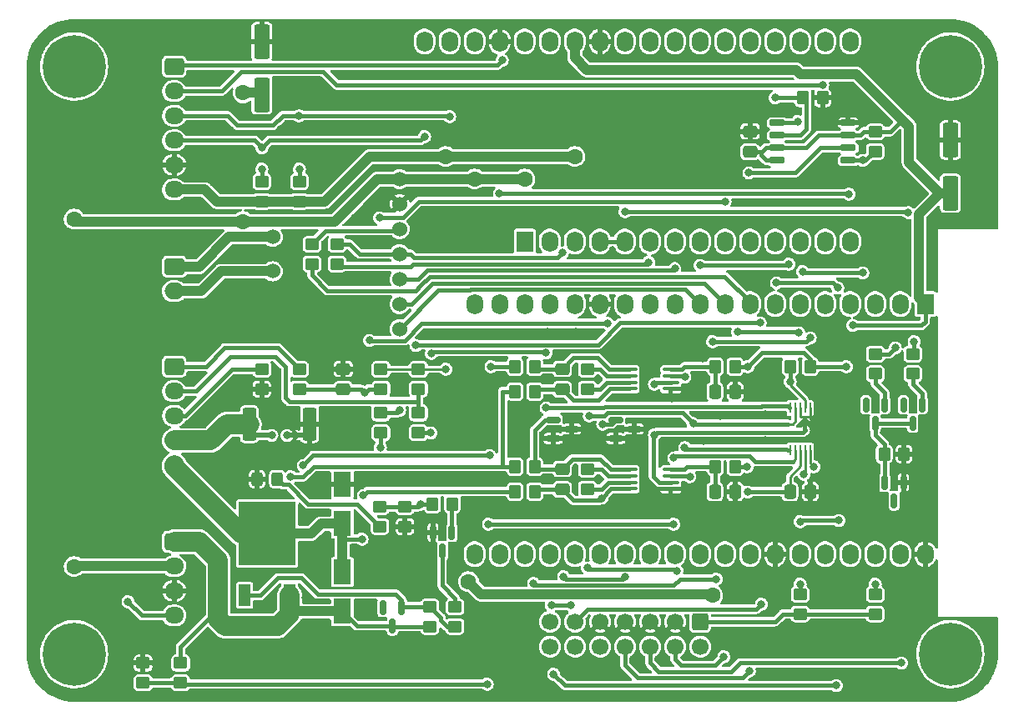
<source format=gtl>
G04 #@! TF.GenerationSoftware,KiCad,Pcbnew,(6.0.9)*
G04 #@! TF.CreationDate,2022-11-19T16:36:08+01:00*
G04 #@! TF.ProjectId,IoT12 Control Board,496f5431-3220-4436-9f6e-74726f6c2042,V2.2*
G04 #@! TF.SameCoordinates,Original*
G04 #@! TF.FileFunction,Copper,L1,Top*
G04 #@! TF.FilePolarity,Positive*
%FSLAX46Y46*%
G04 Gerber Fmt 4.6, Leading zero omitted, Abs format (unit mm)*
G04 Created by KiCad (PCBNEW (6.0.9)) date 2022-11-19 16:36:08*
%MOMM*%
%LPD*%
G01*
G04 APERTURE LIST*
G04 Aperture macros list*
%AMRoundRect*
0 Rectangle with rounded corners*
0 $1 Rounding radius*
0 $2 $3 $4 $5 $6 $7 $8 $9 X,Y pos of 4 corners*
0 Add a 4 corners polygon primitive as box body*
4,1,4,$2,$3,$4,$5,$6,$7,$8,$9,$2,$3,0*
0 Add four circle primitives for the rounded corners*
1,1,$1+$1,$2,$3*
1,1,$1+$1,$4,$5*
1,1,$1+$1,$6,$7*
1,1,$1+$1,$8,$9*
0 Add four rect primitives between the rounded corners*
20,1,$1+$1,$2,$3,$4,$5,0*
20,1,$1+$1,$4,$5,$6,$7,0*
20,1,$1+$1,$6,$7,$8,$9,0*
20,1,$1+$1,$8,$9,$2,$3,0*%
G04 Aperture macros list end*
G04 #@! TA.AperFunction,SMDPad,CuDef*
%ADD10RoundRect,0.250000X0.550000X-1.500000X0.550000X1.500000X-0.550000X1.500000X-0.550000X-1.500000X0*%
G04 #@! TD*
G04 #@! TA.AperFunction,SMDPad,CuDef*
%ADD11RoundRect,0.250000X0.350000X0.450000X-0.350000X0.450000X-0.350000X-0.450000X0.350000X-0.450000X0*%
G04 #@! TD*
G04 #@! TA.AperFunction,SMDPad,CuDef*
%ADD12RoundRect,0.250000X0.450000X-0.350000X0.450000X0.350000X-0.450000X0.350000X-0.450000X-0.350000X0*%
G04 #@! TD*
G04 #@! TA.AperFunction,SMDPad,CuDef*
%ADD13RoundRect,0.250000X0.475000X-0.337500X0.475000X0.337500X-0.475000X0.337500X-0.475000X-0.337500X0*%
G04 #@! TD*
G04 #@! TA.AperFunction,ComponentPad*
%ADD14C,1.524000*%
G04 #@! TD*
G04 #@! TA.AperFunction,SMDPad,CuDef*
%ADD15RoundRect,0.250000X-0.337500X-0.475000X0.337500X-0.475000X0.337500X0.475000X-0.337500X0.475000X0*%
G04 #@! TD*
G04 #@! TA.AperFunction,SMDPad,CuDef*
%ADD16RoundRect,0.150000X-0.587500X-0.150000X0.587500X-0.150000X0.587500X0.150000X-0.587500X0.150000X0*%
G04 #@! TD*
G04 #@! TA.AperFunction,SMDPad,CuDef*
%ADD17R,1.800000X2.500000*%
G04 #@! TD*
G04 #@! TA.AperFunction,SMDPad,CuDef*
%ADD18RoundRect,0.150000X-0.150000X0.587500X-0.150000X-0.587500X0.150000X-0.587500X0.150000X0.587500X0*%
G04 #@! TD*
G04 #@! TA.AperFunction,SMDPad,CuDef*
%ADD19RoundRect,0.250000X-0.325000X-0.450000X0.325000X-0.450000X0.325000X0.450000X-0.325000X0.450000X0*%
G04 #@! TD*
G04 #@! TA.AperFunction,ComponentPad*
%ADD20C,0.800000*%
G04 #@! TD*
G04 #@! TA.AperFunction,ComponentPad*
%ADD21C,6.400000*%
G04 #@! TD*
G04 #@! TA.AperFunction,SMDPad,CuDef*
%ADD22C,0.500000*%
G04 #@! TD*
G04 #@! TA.AperFunction,SMDPad,CuDef*
%ADD23R,1.200000X2.200000*%
G04 #@! TD*
G04 #@! TA.AperFunction,SMDPad,CuDef*
%ADD24R,5.800000X6.400000*%
G04 #@! TD*
G04 #@! TA.AperFunction,SMDPad,CuDef*
%ADD25RoundRect,0.249999X-0.450001X-1.425001X0.450001X-1.425001X0.450001X1.425001X-0.450001X1.425001X0*%
G04 #@! TD*
G04 #@! TA.AperFunction,SMDPad,CuDef*
%ADD26RoundRect,0.250000X-0.350000X-0.450000X0.350000X-0.450000X0.350000X0.450000X-0.350000X0.450000X0*%
G04 #@! TD*
G04 #@! TA.AperFunction,SMDPad,CuDef*
%ADD27RoundRect,0.250000X-0.450000X0.350000X-0.450000X-0.350000X0.450000X-0.350000X0.450000X0.350000X0*%
G04 #@! TD*
G04 #@! TA.AperFunction,SMDPad,CuDef*
%ADD28R,0.250000X1.100000*%
G04 #@! TD*
G04 #@! TA.AperFunction,SMDPad,CuDef*
%ADD29RoundRect,0.100000X-0.712500X-0.100000X0.712500X-0.100000X0.712500X0.100000X-0.712500X0.100000X0*%
G04 #@! TD*
G04 #@! TA.AperFunction,ComponentPad*
%ADD30O,1.700000X2.100000*%
G04 #@! TD*
G04 #@! TA.AperFunction,ComponentPad*
%ADD31R,1.700000X2.100000*%
G04 #@! TD*
G04 #@! TA.AperFunction,SMDPad,CuDef*
%ADD32RoundRect,0.150000X0.650000X0.150000X-0.650000X0.150000X-0.650000X-0.150000X0.650000X-0.150000X0*%
G04 #@! TD*
G04 #@! TA.AperFunction,ComponentPad*
%ADD33RoundRect,0.250000X-0.725000X0.600000X-0.725000X-0.600000X0.725000X-0.600000X0.725000X0.600000X0*%
G04 #@! TD*
G04 #@! TA.AperFunction,ComponentPad*
%ADD34O,1.950000X1.700000*%
G04 #@! TD*
G04 #@! TA.AperFunction,ComponentPad*
%ADD35RoundRect,0.250000X-0.750000X0.600000X-0.750000X-0.600000X0.750000X-0.600000X0.750000X0.600000X0*%
G04 #@! TD*
G04 #@! TA.AperFunction,ComponentPad*
%ADD36O,2.000000X1.700000*%
G04 #@! TD*
G04 #@! TA.AperFunction,ComponentPad*
%ADD37RoundRect,0.250000X-0.600000X0.600000X-0.600000X-0.600000X0.600000X-0.600000X0.600000X0.600000X0*%
G04 #@! TD*
G04 #@! TA.AperFunction,ComponentPad*
%ADD38C,1.700000*%
G04 #@! TD*
G04 #@! TA.AperFunction,ViaPad*
%ADD39C,0.800000*%
G04 #@! TD*
G04 #@! TA.AperFunction,ViaPad*
%ADD40C,1.600000*%
G04 #@! TD*
G04 #@! TA.AperFunction,Conductor*
%ADD41C,0.440000*%
G04 #@! TD*
G04 #@! TA.AperFunction,Conductor*
%ADD42C,1.000000*%
G04 #@! TD*
G04 #@! TA.AperFunction,Conductor*
%ADD43C,0.250000*%
G04 #@! TD*
G04 #@! TA.AperFunction,Conductor*
%ADD44C,0.500000*%
G04 #@! TD*
G04 #@! TA.AperFunction,Conductor*
%ADD45C,2.000000*%
G04 #@! TD*
G04 APERTURE END LIST*
G36*
X175991000Y-104259000D02*
G01*
X175491000Y-104259000D01*
X175491000Y-103259000D01*
X175991000Y-103259000D01*
X175991000Y-104259000D01*
G37*
G36*
X121650000Y-105025000D02*
G01*
X120650000Y-105025000D01*
X120650000Y-104525000D01*
X121650000Y-104525000D01*
X121650000Y-105025000D01*
G37*
G36*
X124206000Y-105025000D02*
G01*
X123206000Y-105025000D01*
X123206000Y-104525000D01*
X124206000Y-104525000D01*
X124206000Y-105025000D01*
G37*
D10*
X120650000Y-70170000D03*
X120650000Y-64770000D03*
D11*
X177530000Y-70485000D03*
X175530000Y-70485000D03*
D12*
X182880000Y-75930000D03*
X182880000Y-73930000D03*
D13*
X170180000Y-75967500D03*
X170180000Y-73892500D03*
D14*
X134620000Y-93980000D03*
X134620000Y-91440000D03*
X134620000Y-88900000D03*
X134620000Y-86360000D03*
X134620000Y-83820000D03*
X134620000Y-81280000D03*
X134620000Y-78740000D03*
X121750000Y-88110000D03*
X121750000Y-84610000D03*
D13*
X128905000Y-100097500D03*
X128905000Y-98022500D03*
X151130000Y-110257500D03*
X151130000Y-108182500D03*
X151130000Y-100097500D03*
X151130000Y-98022500D03*
D15*
X166602500Y-110490000D03*
X168677500Y-110490000D03*
X166602500Y-100330000D03*
X168677500Y-100330000D03*
X174222500Y-110490000D03*
X176297500Y-110490000D03*
D10*
X190500000Y-80170000D03*
X190500000Y-74770000D03*
D16*
X156542500Y-103190000D03*
X156542500Y-105090000D03*
X158417500Y-104140000D03*
X150192500Y-103190000D03*
X150192500Y-105090000D03*
X152067500Y-104140000D03*
D17*
X128805000Y-122650000D03*
X128805000Y-118650000D03*
X128805000Y-113760000D03*
X128805000Y-109760000D03*
D18*
X134835000Y-122252500D03*
X132935000Y-122252500D03*
X133885000Y-124127500D03*
D19*
X120160000Y-109220000D03*
X122210000Y-109220000D03*
D20*
X192197056Y-125302944D03*
D21*
X190500000Y-127000000D03*
D20*
X192900000Y-127000000D03*
X188100000Y-127000000D03*
X190500000Y-124600000D03*
X190500000Y-129400000D03*
X188802944Y-125302944D03*
X192197056Y-128697056D03*
X188802944Y-128697056D03*
X192197056Y-69007056D03*
X188802944Y-69007056D03*
X188100000Y-67310000D03*
X190500000Y-64910000D03*
X190500000Y-69710000D03*
X188802944Y-65612944D03*
X192900000Y-67310000D03*
D21*
X190500000Y-67310000D03*
D20*
X192197056Y-65612944D03*
X101600000Y-129400000D03*
X103297056Y-125302944D03*
X99902944Y-128697056D03*
X99902944Y-125302944D03*
X103297056Y-128697056D03*
X99200000Y-127000000D03*
X101600000Y-124600000D03*
D21*
X101600000Y-127000000D03*
D20*
X104000000Y-127000000D03*
X101600000Y-64910000D03*
X103297056Y-69007056D03*
X99200000Y-67310000D03*
X99902944Y-69007056D03*
X104000000Y-67310000D03*
X101600000Y-69710000D03*
D21*
X101600000Y-67310000D03*
D20*
X99902944Y-65612944D03*
X103297056Y-65612944D03*
D22*
X175741000Y-104259000D03*
X175741000Y-103259000D03*
X120650000Y-104775000D03*
X121650000Y-104775000D03*
X124206000Y-104775000D03*
X123206000Y-104775000D03*
D18*
X139915000Y-114632500D03*
X138015000Y-114632500D03*
X138965000Y-116507500D03*
D23*
X118905000Y-121040000D03*
D24*
X121185000Y-114740000D03*
D23*
X123465000Y-121040000D03*
D25*
X119380000Y-103630000D03*
X125480000Y-103630000D03*
D26*
X166640000Y-107950000D03*
X168640000Y-107950000D03*
D12*
X153670000Y-110220000D03*
X153670000Y-108220000D03*
X153670000Y-100060000D03*
X153670000Y-98060000D03*
X140235000Y-124190000D03*
X140235000Y-122190000D03*
D11*
X139965000Y-111760000D03*
X137965000Y-111760000D03*
D26*
X174260000Y-97790000D03*
X176260000Y-97790000D03*
D12*
X136525000Y-104505000D03*
X136525000Y-102505000D03*
D27*
X182880000Y-120920000D03*
X182880000Y-122920000D03*
X175260000Y-120920000D03*
X175260000Y-122920000D03*
X132615000Y-112030000D03*
X132615000Y-114030000D03*
D11*
X148320000Y-110490000D03*
X146320000Y-110490000D03*
X148320000Y-107950000D03*
X146320000Y-107950000D03*
X148320000Y-100330000D03*
X146320000Y-100330000D03*
X148320000Y-97790000D03*
X146320000Y-97790000D03*
D27*
X136525000Y-98060000D03*
X136525000Y-100060000D03*
X135155000Y-112030000D03*
X135155000Y-114030000D03*
X128270000Y-85360000D03*
X128270000Y-87360000D03*
X132715000Y-98060000D03*
X132715000Y-100060000D03*
D12*
X124460000Y-100060000D03*
X124460000Y-98060000D03*
X120650000Y-100060000D03*
X120650000Y-98060000D03*
D28*
X176260000Y-101990000D03*
X175760000Y-101990000D03*
X175260000Y-101990000D03*
X174760000Y-101990000D03*
X174260000Y-101990000D03*
X174260000Y-106290000D03*
X174760000Y-106290000D03*
X175260000Y-106290000D03*
X175760000Y-106290000D03*
X176260000Y-106290000D03*
D29*
X157907500Y-108245000D03*
X157907500Y-108895000D03*
X157907500Y-109545000D03*
X157907500Y-110195000D03*
X162132500Y-110195000D03*
X162132500Y-109545000D03*
X162132500Y-108895000D03*
X162132500Y-108245000D03*
X157907500Y-98085000D03*
X157907500Y-98735000D03*
X157907500Y-99385000D03*
X157907500Y-100035000D03*
X162132500Y-100035000D03*
X162132500Y-99385000D03*
X162132500Y-98735000D03*
X162132500Y-98085000D03*
D12*
X137695000Y-122190000D03*
X137695000Y-124190000D03*
D30*
X187960000Y-116840000D03*
X185420000Y-116840000D03*
X182880000Y-116840000D03*
X180340000Y-116840000D03*
X177800000Y-116840000D03*
X175260000Y-116840000D03*
X172720000Y-116840000D03*
X170180000Y-116840000D03*
X167640000Y-116840000D03*
X165100000Y-116840000D03*
X162560000Y-116840000D03*
X160020000Y-116840000D03*
X157480000Y-116840000D03*
X154940000Y-116840000D03*
X152400000Y-116840000D03*
X149860000Y-116840000D03*
X147320000Y-116840000D03*
X144780000Y-116840000D03*
X142240000Y-116840000D03*
X142240000Y-91440000D03*
X144780000Y-91440000D03*
X147320000Y-91440000D03*
X149860000Y-91440000D03*
X152400000Y-91440000D03*
X154940000Y-91440000D03*
X157480000Y-91440000D03*
X160020000Y-91440000D03*
X162560000Y-91440000D03*
X165100000Y-91440000D03*
X167640000Y-91440000D03*
X170180000Y-91440000D03*
X172720000Y-91440000D03*
X175260000Y-91440000D03*
X177800000Y-91440000D03*
X180340000Y-91440000D03*
X182880000Y-91440000D03*
X185420000Y-91440000D03*
D31*
X187960000Y-91440000D03*
D18*
X183830000Y-101662500D03*
X181930000Y-101662500D03*
X182880000Y-103537500D03*
D12*
X182880000Y-96520000D03*
X182880000Y-98520000D03*
D18*
X185735000Y-109552500D03*
X183835000Y-109552500D03*
X184785000Y-111427500D03*
D26*
X183785000Y-106680000D03*
X185785000Y-106680000D03*
X166640000Y-97790000D03*
X168640000Y-97790000D03*
D27*
X125730000Y-85360000D03*
X125730000Y-87360000D03*
D32*
X180130000Y-76835000D03*
X180130000Y-75565000D03*
X180130000Y-74295000D03*
X180130000Y-73025000D03*
X172930000Y-73025000D03*
X172930000Y-74295000D03*
X172930000Y-75565000D03*
X172930000Y-76835000D03*
D33*
X111760000Y-97790000D03*
D34*
X111760000Y-100290000D03*
X111760000Y-102790000D03*
X111760000Y-105290000D03*
X111760000Y-107790000D03*
D35*
X111760000Y-87630000D03*
D36*
X111760000Y-90130000D03*
D12*
X186690000Y-96520000D03*
X186690000Y-98520000D03*
D27*
X124460000Y-79010000D03*
X124460000Y-81010000D03*
X132715000Y-102505000D03*
X132715000Y-104505000D03*
D12*
X112395000Y-129905000D03*
X112395000Y-127905000D03*
D27*
X120650000Y-79010000D03*
X120650000Y-81010000D03*
D31*
X147320000Y-85090000D03*
D30*
X149860000Y-85090000D03*
X152400000Y-85090000D03*
X154940000Y-85090000D03*
X157480000Y-85090000D03*
X160020000Y-85090000D03*
X162560000Y-85090000D03*
X165100000Y-85090000D03*
X167640000Y-85090000D03*
X170180000Y-85090000D03*
X172720000Y-85090000D03*
X175260000Y-85090000D03*
X177800000Y-85090000D03*
X180340000Y-85090000D03*
X180340000Y-64770000D03*
X177800000Y-64770000D03*
X175260000Y-64770000D03*
X172720000Y-64770000D03*
X170180000Y-64770000D03*
X167640000Y-64770000D03*
X165100000Y-64770000D03*
X162560000Y-64770000D03*
X160020000Y-64770000D03*
X157480000Y-64770000D03*
X154940000Y-64770000D03*
X152400000Y-64770000D03*
X149860000Y-64770000D03*
X147320000Y-64770000D03*
X144780000Y-64770000D03*
X142240000Y-64770000D03*
X139700000Y-64770000D03*
X137160000Y-64770000D03*
D33*
X111760000Y-67310000D03*
D34*
X111760000Y-69810000D03*
X111760000Y-72310000D03*
X111760000Y-74810000D03*
X111760000Y-77310000D03*
X111760000Y-79810000D03*
D37*
X165100000Y-123707500D03*
D38*
X165100000Y-126247500D03*
X162560000Y-123707500D03*
X162560000Y-126247500D03*
X160020000Y-123707500D03*
X160020000Y-126247500D03*
X157480000Y-123707500D03*
X157480000Y-126247500D03*
X154940000Y-123707500D03*
X154940000Y-126247500D03*
X152400000Y-123707500D03*
X152400000Y-126247500D03*
X149860000Y-123707500D03*
X149860000Y-126247500D03*
D33*
X111760000Y-115570000D03*
D34*
X111760000Y-118070000D03*
X111760000Y-120570000D03*
X111760000Y-123070000D03*
D18*
X187640000Y-101662500D03*
X185740000Y-101662500D03*
X186690000Y-103537500D03*
D27*
X108585000Y-127905000D03*
X108585000Y-129905000D03*
D39*
X122562975Y-73667975D03*
D40*
X118364000Y-65532000D03*
X122809000Y-65532000D03*
X118745000Y-69977000D03*
X118745000Y-83058000D03*
D39*
X162433000Y-105410000D03*
X162433000Y-103505000D03*
X182626000Y-108077000D03*
X184785000Y-100076000D03*
X192659000Y-72898000D03*
X179070000Y-66675000D03*
X173990000Y-71501000D03*
X131318000Y-122682000D03*
X118618000Y-110109000D03*
X121539000Y-121666000D03*
X121031000Y-118872000D03*
X169935744Y-96355871D03*
X167594537Y-94312390D03*
X138430000Y-70669500D03*
X145415000Y-122809000D03*
X145796000Y-118999000D03*
X168910000Y-125857000D03*
X168910000Y-119253000D03*
X155829000Y-82423000D03*
X167640000Y-78867000D03*
X183134000Y-94742000D03*
X176276000Y-93472000D03*
X156416292Y-100945456D03*
X149733000Y-106934000D03*
X144907000Y-109220000D03*
X149606000Y-109220000D03*
X156337000Y-129032000D03*
X161290000Y-127508000D03*
X159131000Y-128397000D03*
X171450000Y-129032000D03*
X181483000Y-129540000D03*
X180213000Y-125857000D03*
X172720000Y-126111000D03*
X173101000Y-121539000D03*
X177165000Y-119634000D03*
X180594000Y-120396000D03*
X176657000Y-114808000D03*
X170053000Y-114173000D03*
X172974000Y-114173000D03*
X180340000Y-99441000D03*
X180467000Y-112268000D03*
X187833000Y-106426000D03*
X188341000Y-94742000D03*
X185420000Y-88900000D03*
X188722000Y-88900000D03*
X190373000Y-83185000D03*
X186055000Y-80137000D03*
X184785000Y-69342000D03*
X188214000Y-76581000D03*
X184277000Y-77343000D03*
X178181000Y-76835000D03*
X177038000Y-73279000D03*
X173101000Y-79121000D03*
X171323000Y-71501000D03*
X167513000Y-70739000D03*
X162179000Y-70739000D03*
X155067000Y-70739000D03*
X145923000Y-72263000D03*
X129032000Y-68129500D03*
X116078000Y-68580000D03*
X117094000Y-89662000D03*
X117094000Y-86868000D03*
X115062000Y-84455000D03*
X124206000Y-84328000D03*
X129667000Y-75946000D03*
X117483525Y-73778475D03*
X128524000Y-70739000D03*
X128524000Y-73660000D03*
X142240000Y-75184000D03*
X149987000Y-75184000D03*
X149098000Y-78994000D03*
X137922000Y-80137000D03*
X140843000Y-80010000D03*
X130048000Y-82677000D03*
X143891000Y-83947000D03*
X140843000Y-83820000D03*
X136525000Y-84328000D03*
X134747000Y-96520000D03*
X131572000Y-92710000D03*
X137922000Y-94488000D03*
X152527000Y-94234000D03*
X149606000Y-94234000D03*
X147574000Y-94488000D03*
X141351000Y-94488000D03*
X157480000Y-94361000D03*
X141732000Y-97409000D03*
X142240000Y-105537000D03*
D40*
X166370000Y-121031000D03*
D39*
X174244000Y-99314000D03*
X165100000Y-87503000D03*
X174117000Y-87376000D03*
X149479000Y-101981000D03*
X143510000Y-130048000D03*
X143637001Y-113791999D03*
X162433000Y-113792000D03*
X123206000Y-104775000D03*
X124841000Y-107823000D03*
X143764000Y-106807000D03*
X143891000Y-97790000D03*
X121650000Y-104775000D03*
X123571000Y-108966000D03*
X130810000Y-115316000D03*
X130937000Y-110871000D03*
X136779000Y-111760000D03*
X136271000Y-95631000D03*
X171196000Y-93345000D03*
X134620000Y-102235000D03*
X132588000Y-82677000D03*
X167640000Y-81026000D03*
X131064000Y-100457000D03*
X131572000Y-95123000D03*
X155757525Y-93400525D03*
X137795000Y-104521000D03*
X137841015Y-96450500D03*
X149479000Y-96393000D03*
X139319000Y-98044000D03*
X159886620Y-87186999D03*
X162538841Y-87826500D03*
X151130000Y-86233000D03*
X162433000Y-107061000D03*
X153861995Y-102800500D03*
X175260000Y-113538000D03*
X179197000Y-113411000D03*
X179070000Y-89789000D03*
X172847000Y-89281000D03*
X175514000Y-88138000D03*
X181610000Y-88265000D03*
X180594000Y-93599000D03*
X179959000Y-97790000D03*
X152019000Y-122047000D03*
X171323000Y-121920000D03*
X178943000Y-130175000D03*
X150241000Y-129032000D03*
X182879999Y-119888001D03*
X175260000Y-119888000D03*
X185547000Y-127889000D03*
X167513000Y-127254000D03*
X170104339Y-128708500D03*
X148209000Y-119804500D03*
X166751000Y-119380000D03*
X162752441Y-118536610D03*
X153670000Y-118237000D03*
X151257000Y-119126000D03*
X157480000Y-119164999D03*
X150008750Y-122025250D03*
D40*
X141605000Y-119634000D03*
X139319000Y-76454000D03*
D39*
X175641000Y-108712000D03*
X175133000Y-94361000D03*
X168910000Y-94234000D03*
X176657000Y-107950000D03*
X176276000Y-94869000D03*
X166370000Y-95250000D03*
X184912000Y-95885000D03*
X186817000Y-95250000D03*
X186234757Y-82153624D03*
X157480000Y-82042000D03*
D40*
X142240000Y-78740000D03*
X147320000Y-78740000D03*
X152400000Y-76454000D03*
D39*
X120650000Y-75565000D03*
X120650000Y-77724000D03*
X137160000Y-74422000D03*
X124413000Y-72310000D03*
X124460000Y-77724000D03*
X144742721Y-80206500D03*
X145034000Y-66675000D03*
X180213000Y-80264000D03*
X177546000Y-69185500D03*
X139700000Y-72390000D03*
X181991000Y-71628000D03*
X172720000Y-70485000D03*
X170053000Y-78105000D03*
X181610889Y-76835000D03*
X175006000Y-72898000D03*
X127000000Y-116205000D03*
X165327000Y-109220000D03*
X162218727Y-101010999D03*
X173455000Y-108331000D03*
X157199000Y-106807000D03*
X156494500Y-97028000D03*
D40*
X127635000Y-104775000D03*
D39*
X161316548Y-107103497D03*
X172968475Y-97557475D03*
D40*
X125857000Y-109855000D03*
X121285000Y-102870000D03*
X136398000Y-115824000D03*
D39*
X125095000Y-113030000D03*
X171704000Y-102616000D03*
X115189000Y-102489000D03*
X131064000Y-119634000D03*
D40*
X129540000Y-102870000D03*
D39*
X109728000Y-116713000D03*
X165327000Y-96970500D03*
X126111000Y-98425000D03*
X165454000Y-105347999D03*
D40*
X123698000Y-102870000D03*
X129540000Y-104775000D03*
D39*
X125095000Y-121285000D03*
X167115328Y-102812500D03*
X172566000Y-100711000D03*
X171704000Y-105283000D03*
D40*
X127635000Y-102870000D03*
D39*
X115316000Y-107950000D03*
X146912000Y-104140000D03*
D40*
X131543969Y-109270500D03*
D39*
X126365000Y-119380000D03*
X130355500Y-96774000D03*
D40*
X115570000Y-128270000D03*
D39*
X137090500Y-108966000D03*
X130302000Y-116332000D03*
X136906000Y-120269000D03*
X165327000Y-99060000D03*
D40*
X101600000Y-118110000D03*
X101600000Y-82804000D03*
D39*
X155126750Y-111145000D03*
X155221000Y-103632000D03*
X160470500Y-104718625D03*
X160470500Y-99571275D03*
X164400500Y-103574500D03*
X164057000Y-108966000D03*
X163563432Y-98840273D03*
X163544972Y-106010500D03*
X169953000Y-97790000D03*
X169868500Y-107969748D03*
X169926255Y-110538202D03*
X132675206Y-105987500D03*
X107061000Y-121666000D03*
D41*
X122762000Y-72310000D02*
X124413000Y-72310000D01*
X118143000Y-73279000D02*
X121793000Y-73279000D01*
X121793000Y-73279000D02*
X122762000Y-72310000D01*
X117174000Y-72310000D02*
X118143000Y-73279000D01*
X111760000Y-72310000D02*
X117174000Y-72310000D01*
X128240500Y-69185500D02*
X177546000Y-69185500D01*
X118554500Y-67818000D02*
X126873000Y-67818000D01*
X126873000Y-67818000D02*
X128240500Y-69185500D01*
X116562500Y-69810000D02*
X118554500Y-67818000D01*
X111760000Y-69810000D02*
X116562500Y-69810000D01*
X111891501Y-67178499D02*
X144530501Y-67178499D01*
X111760000Y-67310000D02*
X111891501Y-67178499D01*
X144530501Y-67178499D02*
X145034000Y-66675000D01*
D42*
X120457000Y-69977000D02*
X120650000Y-70170000D01*
X118745000Y-69977000D02*
X120457000Y-69977000D01*
X180975000Y-68072000D02*
X185610500Y-72707500D01*
X175268848Y-68072000D02*
X180975000Y-68072000D01*
X174857346Y-67660499D02*
X175268848Y-68072000D01*
X153640499Y-67660499D02*
X174857346Y-67660499D01*
X152400000Y-64770000D02*
X152400000Y-66420000D01*
X152400000Y-66420000D02*
X153640499Y-67660499D01*
X118745000Y-83058000D02*
X101854000Y-83058000D01*
X128016000Y-83058000D02*
X118745000Y-83058000D01*
D41*
X111760000Y-74810000D02*
X119895000Y-74810000D01*
X121405000Y-74810000D02*
X120650000Y-75565000D01*
X136772000Y-74810000D02*
X121405000Y-74810000D01*
X137160000Y-74422000D02*
X136772000Y-74810000D01*
X119895000Y-74810000D02*
X120650000Y-75565000D01*
D42*
X142875000Y-120904000D02*
X141605000Y-119634000D01*
X150865233Y-120939002D02*
X150830231Y-120904000D01*
X166278002Y-120939002D02*
X150865233Y-120939002D01*
X150830231Y-120904000D02*
X142875000Y-120904000D01*
X166370000Y-121031000D02*
X166278002Y-120939002D01*
D41*
X138815000Y-123575000D02*
X138815000Y-123310000D01*
X138815000Y-123310000D02*
X137695000Y-122190000D01*
X139430000Y-124190000D02*
X138815000Y-123575000D01*
X140235000Y-124190000D02*
X139430000Y-124190000D01*
X134835000Y-121500000D02*
X134835000Y-122252500D01*
X126302000Y-120904000D02*
X134239000Y-120904000D01*
X124651000Y-119253000D02*
X126302000Y-120904000D01*
X122301000Y-119253000D02*
X124651000Y-119253000D01*
X118905000Y-121040000D02*
X120514000Y-121040000D01*
X120514000Y-121040000D02*
X122301000Y-119253000D01*
X134239000Y-120904000D02*
X134835000Y-121500000D01*
X125857000Y-106807000D02*
X124841000Y-107823000D01*
X143764000Y-106807000D02*
X125857000Y-106807000D01*
D42*
X187325000Y-82296000D02*
X189451000Y-80170000D01*
D41*
X186123133Y-82042000D02*
X186234757Y-82153624D01*
X157480000Y-82042000D02*
X186123133Y-82042000D01*
D42*
X187325000Y-90805000D02*
X187325000Y-82296000D01*
X187960000Y-91440000D02*
X187325000Y-90805000D01*
X101854000Y-83058000D02*
X101600000Y-82804000D01*
X134620000Y-78740000D02*
X132334000Y-78740000D01*
X132334000Y-78740000D02*
X128016000Y-83058000D01*
D41*
X127112499Y-83977501D02*
X134462499Y-83977501D01*
X134462499Y-83977501D02*
X134620000Y-83820000D01*
X125730000Y-85360000D02*
X127112499Y-83977501D01*
X155269609Y-101981000D02*
X149479000Y-101981000D01*
X155420110Y-101830499D02*
X155269609Y-101981000D01*
X171330552Y-101830499D02*
X155420110Y-101830499D01*
X171364551Y-101796500D02*
X171330552Y-101830499D01*
X174066500Y-101796500D02*
X171364551Y-101796500D01*
X174215500Y-101945500D02*
X174066500Y-101796500D01*
X160725625Y-104463500D02*
X160470500Y-104718625D01*
X175741000Y-104259000D02*
X175536500Y-104463500D01*
X175536500Y-104463500D02*
X160725625Y-104463500D01*
X175895000Y-95250000D02*
X176276000Y-94869000D01*
X166370000Y-95250000D02*
X175895000Y-95250000D01*
X184277000Y-96520000D02*
X184912000Y-95885000D01*
X182880000Y-96520000D02*
X184277000Y-96520000D01*
X176260000Y-97790000D02*
X179959000Y-97790000D01*
X151246110Y-120019501D02*
X162428499Y-120019501D01*
X151211109Y-119984499D02*
X151246110Y-120019501D01*
X163068000Y-119380000D02*
X166751000Y-119380000D01*
X148388999Y-119984499D02*
X151211109Y-119984499D01*
X162428499Y-120019501D02*
X163068000Y-119380000D01*
X148209000Y-119804500D02*
X148388999Y-119984499D01*
X151384000Y-130175000D02*
X150241000Y-129032000D01*
X178943000Y-130175000D02*
X151384000Y-130175000D01*
X182880000Y-120920000D02*
X182879999Y-119888001D01*
X175260000Y-120920000D02*
X175260000Y-119888000D01*
X134350000Y-102505000D02*
X134620000Y-102235000D01*
X132715000Y-102505000D02*
X134350000Y-102505000D01*
X123628500Y-109023500D02*
X123571000Y-108966000D01*
X124799449Y-109023500D02*
X123628500Y-109023500D01*
X145061000Y-107950000D02*
X125872949Y-107950000D01*
X125872949Y-107950000D02*
X124799449Y-109023500D01*
X130345000Y-111760000D02*
X132615000Y-114030000D01*
X125333051Y-111760000D02*
X130345000Y-111760000D01*
X122775500Y-109785500D02*
X123358551Y-109785500D01*
X122210000Y-109220000D02*
X122775500Y-109785500D01*
X123358551Y-109785500D02*
X125333051Y-111760000D01*
X131461000Y-100060000D02*
X131064000Y-100457000D01*
X130704500Y-100097500D02*
X131064000Y-100457000D01*
X128905000Y-100097500D02*
X130704500Y-100097500D01*
X132715000Y-100060000D02*
X131461000Y-100060000D01*
X149356501Y-96270501D02*
X149479000Y-96393000D01*
X138021014Y-96270501D02*
X149356501Y-96270501D01*
X137841015Y-96450500D02*
X138021014Y-96270501D01*
D43*
X174244000Y-99649000D02*
X174244000Y-99314000D01*
X175760000Y-101165000D02*
X174244000Y-99649000D01*
X175760000Y-101990000D02*
X175760000Y-101165000D01*
D41*
X174244000Y-97806000D02*
X174260000Y-97790000D01*
X174244000Y-99314000D02*
X174244000Y-97806000D01*
X173990000Y-87503000D02*
X174117000Y-87376000D01*
X165100000Y-87503000D02*
X173990000Y-87503000D01*
X155685000Y-102470000D02*
X155354500Y-102800500D01*
X163296000Y-102470000D02*
X155685000Y-102470000D01*
X164400500Y-103574500D02*
X163296000Y-102470000D01*
X156100500Y-103632000D02*
X155221000Y-103632000D01*
X156542500Y-103190000D02*
X156100500Y-103632000D01*
X155354500Y-102800500D02*
X153861995Y-102800500D01*
X162433000Y-113792000D02*
X143637001Y-113791999D01*
X112538000Y-130048000D02*
X143510000Y-130048000D01*
X112395000Y-129905000D02*
X112538000Y-130048000D01*
X132715000Y-105947706D02*
X132675206Y-105987500D01*
X146320000Y-97790000D02*
X143891000Y-97790000D01*
X132715000Y-104505000D02*
X132715000Y-105947706D01*
X128959000Y-115316000D02*
X128805000Y-115470000D01*
X130810000Y-115316000D02*
X128959000Y-115316000D01*
D42*
X128805000Y-115470000D02*
X128805000Y-118650000D01*
D41*
X131318000Y-110490000D02*
X130937000Y-110871000D01*
D42*
X128805000Y-113760000D02*
X128805000Y-115470000D01*
D41*
X146320000Y-110490000D02*
X131318000Y-110490000D01*
X108585000Y-129905000D02*
X112395000Y-129905000D01*
X154743500Y-95573500D02*
X136328500Y-95573500D01*
X171196000Y-93345000D02*
X156972000Y-93345000D01*
X156972000Y-93345000D02*
X154743500Y-95573500D01*
X136328500Y-95573500D02*
X136271000Y-95631000D01*
X136871076Y-93400525D02*
X155757525Y-93400525D01*
X135109601Y-95162000D02*
X136871076Y-93400525D01*
X131611000Y-95162000D02*
X135109601Y-95162000D01*
X131572000Y-95123000D02*
X131611000Y-95162000D01*
X134933101Y-82638500D02*
X132626500Y-82638500D01*
X136545601Y-81026000D02*
X134933101Y-82638500D01*
X167640000Y-81026000D02*
X136545601Y-81026000D01*
X180155500Y-80206500D02*
X144742721Y-80206500D01*
X180213000Y-80264000D02*
X180155500Y-80206500D01*
X132626500Y-82638500D02*
X132588000Y-82677000D01*
X154940000Y-85090000D02*
X157480000Y-85090000D01*
X137795000Y-104521000D02*
X136541000Y-104521000D01*
X136541000Y-104521000D02*
X136525000Y-104505000D01*
D43*
X139303000Y-98060000D02*
X139319000Y-98044000D01*
X136525000Y-98060000D02*
X139303000Y-98060000D01*
D41*
X162358842Y-88006499D02*
X162538841Y-87826500D01*
X136525000Y-88900000D02*
X137418501Y-88006499D01*
X134620000Y-88900000D02*
X136525000Y-88900000D01*
X125730000Y-88519000D02*
X125730000Y-87360000D01*
X137418501Y-88006499D02*
X162358842Y-88006499D01*
X136232000Y-90082000D02*
X127293000Y-90082000D01*
X167586000Y-88646000D02*
X137683390Y-88646000D01*
X136789890Y-89539501D02*
X136774499Y-89539501D01*
X170180000Y-91440000D02*
X170180000Y-91240000D01*
X136774499Y-89539501D02*
X136232000Y-90082000D01*
X137683390Y-88646000D02*
X136789890Y-89539501D01*
X170180000Y-91240000D02*
X167586000Y-88646000D01*
X127293000Y-90082000D02*
X125730000Y-88519000D01*
X137903282Y-89330499D02*
X165530499Y-89330499D01*
X165530499Y-89330499D02*
X167640000Y-91440000D01*
X135793781Y-91440000D02*
X137903282Y-89330499D01*
X134620000Y-91440000D02*
X135793781Y-91440000D01*
X159706621Y-87366998D02*
X159886620Y-87186999D01*
X135727717Y-87634501D02*
X135995220Y-87366998D01*
X141835780Y-89970000D02*
X163630000Y-89970000D01*
X141753778Y-90052002D02*
X141835780Y-89970000D01*
X134620000Y-93980000D02*
X138547998Y-90052002D01*
X163630000Y-89970000D02*
X165100000Y-91440000D01*
X138547998Y-90052002D02*
X141753778Y-90052002D01*
X150635503Y-86727497D02*
X151130000Y-86233000D01*
X134620000Y-86360000D02*
X135697630Y-86360000D01*
X135697630Y-86360000D02*
X136065127Y-86727497D01*
X128544501Y-87634501D02*
X135727717Y-87634501D01*
X136065127Y-86727497D02*
X150635503Y-86727497D01*
X135995220Y-87366998D02*
X159706621Y-87366998D01*
X128270000Y-87360000D02*
X128544501Y-87634501D01*
X170688000Y-107442000D02*
X174498000Y-107442000D01*
X170076000Y-106830000D02*
X170688000Y-107442000D01*
X162664000Y-106830000D02*
X170076000Y-106830000D01*
X163701971Y-106167499D02*
X163544972Y-106010500D01*
X162433000Y-107061000D02*
X162664000Y-106830000D01*
X173831499Y-106167499D02*
X163701971Y-106167499D01*
X173963000Y-106299000D02*
X173831499Y-106167499D01*
D43*
X174760000Y-107180000D02*
X174498000Y-107442000D01*
X174760000Y-106290000D02*
X174760000Y-107180000D01*
D41*
X160374000Y-104815125D02*
X160470500Y-104718625D01*
X160953000Y-109545000D02*
X160374000Y-108966000D01*
X162132500Y-109545000D02*
X160953000Y-109545000D01*
X160374000Y-108966000D02*
X160374000Y-104815125D01*
X160656775Y-99385000D02*
X160470500Y-99571275D01*
X162132500Y-99385000D02*
X160656775Y-99385000D01*
X175387000Y-113411000D02*
X179197000Y-113411000D01*
X175260000Y-113538000D02*
X175387000Y-113411000D01*
X172847000Y-89281000D02*
X178562000Y-89281000D01*
X178562000Y-89281000D02*
X179070000Y-89789000D01*
X181610000Y-88265000D02*
X175641000Y-88265000D01*
X175641000Y-88265000D02*
X175514000Y-88138000D01*
X187960000Y-93218000D02*
X187960000Y-91440000D01*
X187579000Y-93599000D02*
X187960000Y-93218000D01*
X180594000Y-93599000D02*
X187579000Y-93599000D01*
X151511000Y-119380000D02*
X157264999Y-119380000D01*
X151257000Y-119126000D02*
X151511000Y-119380000D01*
X157264999Y-119380000D02*
X157480000Y-119164999D01*
X162560000Y-127508000D02*
X162560000Y-126247500D01*
X163195000Y-128143000D02*
X162560000Y-127508000D01*
X167513000Y-127254000D02*
X166624000Y-128143000D01*
X166624000Y-128143000D02*
X163195000Y-128143000D01*
X160020000Y-127889000D02*
X160020000Y-126247500D01*
X168270499Y-128782501D02*
X160913501Y-128782501D01*
X160913501Y-128782501D02*
X160020000Y-127889000D01*
X169164000Y-127889000D02*
X168270499Y-128782501D01*
X185547000Y-127889000D02*
X169164000Y-127889000D01*
X169390837Y-129422002D02*
X170104339Y-128708500D01*
X157480000Y-128143000D02*
X158759002Y-129422002D01*
X158759002Y-129422002D02*
X169390837Y-129422002D01*
X157480000Y-126247500D02*
X157480000Y-128143000D01*
X152019000Y-122047000D02*
X150030500Y-122047000D01*
X150030500Y-122047000D02*
X150008750Y-122025250D01*
X153670000Y-122437500D02*
X152400000Y-123707500D01*
X171323000Y-121920000D02*
X170805500Y-122437500D01*
X170805500Y-122437500D02*
X153670000Y-122437500D01*
X162561330Y-118345499D02*
X162752441Y-118536610D01*
X153778499Y-118345499D02*
X162561330Y-118345499D01*
X153670000Y-118237000D02*
X153778499Y-118345499D01*
X169974457Y-110490000D02*
X169926255Y-110538202D01*
X174222500Y-110490000D02*
X169974457Y-110490000D01*
X169848752Y-107950000D02*
X169868500Y-107969748D01*
X168640000Y-107950000D02*
X169848752Y-107950000D01*
X138938000Y-116534500D02*
X138965000Y-116507500D01*
X138938000Y-120015000D02*
X138938000Y-116534500D01*
X140235000Y-121312000D02*
X138938000Y-120015000D01*
X140235000Y-122190000D02*
X140235000Y-121312000D01*
X172720000Y-123707500D02*
X165100000Y-123707500D01*
X175260000Y-122920000D02*
X173507500Y-122920000D01*
X173507500Y-122920000D02*
X172720000Y-123707500D01*
X182880000Y-122920000D02*
X175260000Y-122920000D01*
D42*
X131572000Y-76454000D02*
X139319000Y-76454000D01*
X127016000Y-81010000D02*
X131572000Y-76454000D01*
X124460000Y-81010000D02*
X127016000Y-81010000D01*
X139319000Y-76454000D02*
X149606000Y-76454000D01*
D43*
X136525000Y-98060000D02*
X132715000Y-98060000D01*
X175760000Y-106290000D02*
X175760000Y-108593000D01*
X175760000Y-108593000D02*
X175641000Y-108712000D01*
X176260000Y-107553000D02*
X176657000Y-107950000D01*
X176260000Y-106290000D02*
X176260000Y-107553000D01*
D41*
X175006000Y-94234000D02*
X175133000Y-94361000D01*
X168910000Y-94234000D02*
X175006000Y-94234000D01*
X173963000Y-103632000D02*
X164458000Y-103632000D01*
X164458000Y-103632000D02*
X164400500Y-103574500D01*
X186817000Y-96393000D02*
X186690000Y-96520000D01*
X186817000Y-95250000D02*
X186817000Y-96393000D01*
X182880000Y-104775000D02*
X182880000Y-103537500D01*
X183785000Y-105680000D02*
X182880000Y-104775000D01*
X183785000Y-106680000D02*
X183785000Y-105680000D01*
X182880000Y-103537500D02*
X186690000Y-103537500D01*
X186690000Y-99568000D02*
X186690000Y-98520000D01*
X187640000Y-100518000D02*
X186690000Y-99568000D01*
X187640000Y-101662500D02*
X187640000Y-100518000D01*
D42*
X142240000Y-78740000D02*
X134620000Y-78740000D01*
X147320000Y-78740000D02*
X142240000Y-78740000D01*
X149606000Y-76454000D02*
X152400000Y-76454000D01*
X124460000Y-81010000D02*
X120650000Y-81010000D01*
X116062000Y-81010000D02*
X120650000Y-81010000D01*
X114862000Y-79810000D02*
X116062000Y-81010000D01*
X111760000Y-79810000D02*
X114862000Y-79810000D01*
D41*
X120650000Y-79010000D02*
X120650000Y-77724000D01*
X124413000Y-72310000D02*
X139620000Y-72310000D01*
X124460000Y-79010000D02*
X124460000Y-77724000D01*
X139620000Y-72310000D02*
X139700000Y-72390000D01*
X184388000Y-73930000D02*
X185610500Y-72707500D01*
X182880000Y-73930000D02*
X184388000Y-73930000D01*
D42*
X186309000Y-73406000D02*
X185610500Y-72707500D01*
D41*
X181721000Y-73930000D02*
X182880000Y-73930000D01*
X181356000Y-74295000D02*
X181721000Y-73930000D01*
X180130000Y-74295000D02*
X181356000Y-74295000D01*
X181864000Y-76835000D02*
X181610889Y-76835000D01*
X182769000Y-75930000D02*
X181864000Y-76835000D01*
X182880000Y-75930000D02*
X182769000Y-75930000D01*
X180130000Y-76835000D02*
X181610889Y-76835000D01*
X171323000Y-76009500D02*
X171365000Y-75967500D01*
X171323000Y-76327000D02*
X171323000Y-76009500D01*
X171831000Y-76835000D02*
X171323000Y-76327000D01*
X172930000Y-76835000D02*
X171831000Y-76835000D01*
X171365000Y-75967500D02*
X170180000Y-75967500D01*
X171767500Y-75565000D02*
X171365000Y-75967500D01*
X172930000Y-75565000D02*
X171767500Y-75565000D01*
X175530000Y-70485000D02*
X172720000Y-70485000D01*
X175260000Y-74295000D02*
X175895000Y-73660000D01*
X175895000Y-70850000D02*
X175530000Y-70485000D01*
X172930000Y-74295000D02*
X175260000Y-74295000D01*
X175895000Y-73660000D02*
X175895000Y-70850000D01*
X177292000Y-75565000D02*
X180130000Y-75565000D01*
X174752000Y-78105000D02*
X177292000Y-75565000D01*
X170053000Y-78105000D02*
X174752000Y-78105000D01*
X174879000Y-73025000D02*
X172930000Y-73025000D01*
X175006000Y-72898000D02*
X174879000Y-73025000D01*
X177165000Y-74295000D02*
X180130000Y-74295000D01*
X175895000Y-75565000D02*
X177165000Y-74295000D01*
X172930000Y-75565000D02*
X175895000Y-75565000D01*
D42*
X186309000Y-73406000D02*
X186309000Y-77028000D01*
X186309000Y-77028000D02*
X189451000Y-80170000D01*
X189451000Y-80170000D02*
X190500000Y-80170000D01*
D41*
X111760000Y-123070000D02*
X108465000Y-123070000D01*
X108465000Y-123070000D02*
X107061000Y-121666000D01*
D43*
X175260000Y-102815000D02*
X175310000Y-102865000D01*
X175736000Y-102865000D02*
X176210000Y-102865000D01*
X175310000Y-102865000D02*
X175736000Y-102865000D01*
X175736000Y-102865000D02*
X175741000Y-102870000D01*
X176210000Y-102865000D02*
X176260000Y-102815000D01*
X176260000Y-102815000D02*
X176260000Y-101990000D01*
X175260000Y-101990000D02*
X175260000Y-102815000D01*
D44*
X124206000Y-104775000D02*
X125476000Y-104775000D01*
D43*
X175741000Y-102870000D02*
X175741000Y-103259000D01*
D42*
X111760000Y-118070000D02*
X101640000Y-118070000D01*
X101640000Y-118070000D02*
X101600000Y-118110000D01*
D41*
X128270000Y-85360000D02*
X129556000Y-85360000D01*
X130556000Y-86360000D02*
X134620000Y-86360000D01*
X129556000Y-85360000D02*
X130556000Y-86360000D01*
X151130000Y-108182500D02*
X152124500Y-107188000D01*
X154956250Y-107188000D02*
X156013250Y-108245000D01*
X150192500Y-103190000D02*
X149386000Y-103190000D01*
X148552500Y-108182500D02*
X148320000Y-107950000D01*
X148320000Y-104256000D02*
X148320000Y-107950000D01*
X156013250Y-108245000D02*
X157907500Y-108245000D01*
X149386000Y-103190000D02*
X148320000Y-104256000D01*
X152124500Y-107188000D02*
X154956250Y-107188000D01*
X151130000Y-108182500D02*
X148552500Y-108182500D01*
X151130000Y-110257500D02*
X148552500Y-110257500D01*
X156076750Y-110195000D02*
X157907500Y-110195000D01*
X155126750Y-111145000D02*
X156076750Y-110195000D01*
X154892750Y-111379000D02*
X155126750Y-111145000D01*
X151130000Y-110257500D02*
X152251500Y-111379000D01*
X148552500Y-110257500D02*
X148320000Y-110490000D01*
X152251500Y-111379000D02*
X154892750Y-111379000D01*
X151130000Y-98022500D02*
X148552500Y-98022500D01*
X152251500Y-96901000D02*
X154713000Y-96901000D01*
X151130000Y-98022500D02*
X152251500Y-96901000D01*
X148552500Y-98022500D02*
X148320000Y-97790000D01*
X154713000Y-96901000D02*
X155897000Y-98085000D01*
X155897000Y-98085000D02*
X157907500Y-98085000D01*
X155970000Y-100035000D02*
X157907500Y-100035000D01*
X152251500Y-101219000D02*
X154786000Y-101219000D01*
X154786000Y-101219000D02*
X155970000Y-100035000D01*
X151130000Y-100097500D02*
X148552500Y-100097500D01*
X148552500Y-100097500D02*
X148320000Y-100330000D01*
X151130000Y-100097500D02*
X152251500Y-101219000D01*
X166640000Y-110452500D02*
X166602500Y-110490000D01*
X166640000Y-107950000D02*
X163794402Y-107950000D01*
X166640000Y-107950000D02*
X166640000Y-110452500D01*
X163499402Y-108245000D02*
X162132500Y-108245000D01*
X163794402Y-107950000D02*
X163499402Y-108245000D01*
X162132500Y-98085000D02*
X163245402Y-98085000D01*
X163245402Y-98085000D02*
X163540402Y-97790000D01*
X166640000Y-100292500D02*
X166640000Y-97790000D01*
X163540402Y-97790000D02*
X166640000Y-97790000D01*
X166602500Y-100330000D02*
X166640000Y-100292500D01*
D42*
X128805000Y-113760000D02*
X126642000Y-113760000D01*
D45*
X111760000Y-107950000D02*
X118550000Y-114740000D01*
D42*
X125662000Y-114740000D02*
X121185000Y-114740000D01*
D45*
X111760000Y-107790000D02*
X111760000Y-107950000D01*
X118550000Y-114740000D02*
X121185000Y-114740000D01*
D42*
X126642000Y-113760000D02*
X125662000Y-114740000D01*
D45*
X122240000Y-124140000D02*
X116901000Y-124140000D01*
D43*
X133947500Y-124190000D02*
X133885000Y-124127500D01*
D41*
X128805000Y-122650000D02*
X130282500Y-124127500D01*
X112395000Y-126250000D02*
X115201000Y-123444000D01*
D42*
X128805000Y-122650000D02*
X123730000Y-122650000D01*
D45*
X111760000Y-115570000D02*
X114300000Y-115570000D01*
D41*
X115201000Y-123444000D02*
X116205000Y-123444000D01*
D45*
X116205000Y-117475000D02*
X116205000Y-123444000D01*
X123465000Y-122915000D02*
X122240000Y-124140000D01*
D41*
X137695000Y-124190000D02*
X133947500Y-124190000D01*
D42*
X123730000Y-122650000D02*
X123465000Y-122915000D01*
D45*
X114300000Y-115570000D02*
X116205000Y-117475000D01*
X123465000Y-122915000D02*
X123465000Y-121040000D01*
D41*
X130282500Y-124127500D02*
X133885000Y-124127500D01*
X112395000Y-127905000D02*
X112395000Y-126250000D01*
D45*
X116901000Y-124140000D02*
X116205000Y-123444000D01*
D41*
X117586000Y-98060000D02*
X120650000Y-98060000D01*
X112856000Y-102790000D02*
X117586000Y-98060000D01*
X111760000Y-102790000D02*
X112856000Y-102790000D01*
D45*
X117096000Y-103630000D02*
X119380000Y-103630000D01*
X115436000Y-105290000D02*
X117096000Y-103630000D01*
X111760000Y-105290000D02*
X115436000Y-105290000D01*
D44*
X120650000Y-104775000D02*
X119380000Y-104775000D01*
D41*
X145061000Y-107950000D02*
X146320000Y-107950000D01*
X145061000Y-107950000D02*
X145061000Y-100330000D01*
X146320000Y-100330000D02*
X145061000Y-100330000D01*
X155758860Y-108895000D02*
X157907500Y-108895000D01*
X153670000Y-108220000D02*
X155083860Y-108220000D01*
X155083860Y-108220000D02*
X155758860Y-108895000D01*
X155785000Y-109545000D02*
X157907500Y-109545000D01*
X155110000Y-110220000D02*
X155785000Y-109545000D01*
X153670000Y-110220000D02*
X155110000Y-110220000D01*
X154967610Y-98060000D02*
X155642610Y-98735000D01*
X155642610Y-98735000D02*
X157907500Y-98735000D01*
X153670000Y-98060000D02*
X154967610Y-98060000D01*
X154967610Y-100060000D02*
X155642610Y-99385000D01*
X153670000Y-100060000D02*
X154967610Y-100060000D01*
X155642610Y-99385000D02*
X157907500Y-99385000D01*
D43*
X174760000Y-101990000D02*
X174760000Y-103343000D01*
D41*
X162132500Y-108895000D02*
X163986000Y-108895000D01*
X163986000Y-108895000D02*
X164057000Y-108966000D01*
D43*
X174471000Y-103632000D02*
X173963000Y-103632000D01*
X174760000Y-103343000D02*
X174471000Y-103632000D01*
D41*
X134897500Y-122190000D02*
X134835000Y-122252500D01*
X137695000Y-122190000D02*
X134897500Y-122190000D01*
D43*
X174251000Y-106299000D02*
X173963000Y-106299000D01*
D41*
X162132500Y-98735000D02*
X163458159Y-98735000D01*
D43*
X174260000Y-106290000D02*
X174251000Y-106299000D01*
D41*
X163458159Y-98735000D02*
X163563432Y-98840273D01*
X136509000Y-112030000D02*
X136779000Y-111760000D01*
X135155000Y-112030000D02*
X136509000Y-112030000D01*
X136779000Y-111760000D02*
X137965000Y-111760000D01*
X132615000Y-112030000D02*
X135155000Y-112030000D01*
X176260000Y-97039000D02*
X175614000Y-96393000D01*
X171350000Y-96393000D02*
X169953000Y-97790000D01*
D43*
X175260000Y-106290000D02*
X175260000Y-107923000D01*
D41*
X175614000Y-96393000D02*
X171350000Y-96393000D01*
D43*
X175260000Y-107923000D02*
X174222500Y-108960500D01*
D41*
X176260000Y-97790000D02*
X176260000Y-97039000D01*
D43*
X174222500Y-108960500D02*
X174222500Y-110490000D01*
D41*
X168640000Y-97790000D02*
X169953000Y-97790000D01*
X124460000Y-100060000D02*
X128867500Y-100060000D01*
X128867500Y-100060000D02*
X128905000Y-100097500D01*
X116860721Y-95880499D02*
X122280499Y-95880499D01*
X122280499Y-95880499D02*
X124460000Y-98060000D01*
X114951220Y-97790000D02*
X116860721Y-95880499D01*
X111760000Y-97790000D02*
X114951220Y-97790000D01*
X123063000Y-97790000D02*
X123063000Y-100965000D01*
X123063000Y-100965000D02*
X123444000Y-101346000D01*
X123444000Y-101346000D02*
X136525000Y-101346000D01*
X113959000Y-100290000D02*
X117475000Y-96774000D01*
X117475000Y-96774000D02*
X122047000Y-96774000D01*
X136525000Y-101346000D02*
X136525000Y-100060000D01*
X111760000Y-100290000D02*
X113959000Y-100290000D01*
X122047000Y-96774000D02*
X123063000Y-97790000D01*
X136525000Y-102505000D02*
X136525000Y-101346000D01*
D42*
X114495000Y-90130000D02*
X111760000Y-90130000D01*
X116515000Y-88110000D02*
X114495000Y-90130000D01*
X121750000Y-88110000D02*
X116515000Y-88110000D01*
X117320000Y-84610000D02*
X121750000Y-84610000D01*
X114300000Y-87630000D02*
X117320000Y-84610000D01*
X111760000Y-87630000D02*
X114300000Y-87630000D01*
D41*
X182880000Y-98520000D02*
X182880000Y-99500500D01*
X183830000Y-100450500D02*
X183830000Y-101662500D01*
X182880000Y-99500500D02*
X183830000Y-100450500D01*
X183835000Y-109552500D02*
X183835000Y-106730000D01*
X183835000Y-106730000D02*
X183785000Y-106680000D01*
X139915000Y-114632500D02*
X139915000Y-111810000D01*
X139915000Y-111810000D02*
X139965000Y-111760000D01*
G04 #@! TA.AperFunction,Conductor*
G36*
X190487103Y-62486921D02*
G01*
X190500000Y-62489486D01*
X190512170Y-62487065D01*
X190522599Y-62487065D01*
X190535735Y-62486060D01*
X190858600Y-62500156D01*
X190915075Y-62502622D01*
X190926023Y-62503580D01*
X191332496Y-62557093D01*
X191343301Y-62558999D01*
X191743566Y-62647736D01*
X191754176Y-62650579D01*
X192145175Y-62773860D01*
X192155488Y-62777613D01*
X192534277Y-62934513D01*
X192544221Y-62939151D01*
X192726199Y-63033882D01*
X192907867Y-63128452D01*
X192917387Y-63133948D01*
X193263148Y-63354223D01*
X193272152Y-63360527D01*
X193404135Y-63461801D01*
X193479354Y-63519518D01*
X193597413Y-63610108D01*
X193605830Y-63617172D01*
X193901046Y-63887686D01*
X193908088Y-63894139D01*
X193915857Y-63901908D01*
X194145591Y-64152619D01*
X194192826Y-64204167D01*
X194199889Y-64212584D01*
X194231623Y-64253940D01*
X194449473Y-64537848D01*
X194455777Y-64546852D01*
X194676052Y-64892613D01*
X194681547Y-64902132D01*
X194847624Y-65221162D01*
X194870845Y-65265770D01*
X194875487Y-65275723D01*
X195032384Y-65654504D01*
X195036140Y-65664825D01*
X195135762Y-65980787D01*
X195159421Y-66055823D01*
X195162264Y-66066434D01*
X195251001Y-66466699D01*
X195252907Y-66477504D01*
X195306420Y-66883976D01*
X195307378Y-66894925D01*
X195307917Y-66907268D01*
X195323940Y-67274265D01*
X195322935Y-67287401D01*
X195322935Y-67297830D01*
X195320514Y-67310000D01*
X195322935Y-67322170D01*
X195323079Y-67322894D01*
X195325500Y-67347476D01*
X195325500Y-83694000D01*
X195305498Y-83762121D01*
X195251842Y-83808614D01*
X195199500Y-83820000D01*
X189230000Y-83820000D01*
X189230000Y-90145121D01*
X189209998Y-90213242D01*
X189156342Y-90259735D01*
X189086068Y-90269839D01*
X189021488Y-90240345D01*
X189003485Y-90219940D01*
X189000377Y-90216832D01*
X188993484Y-90206516D01*
X188909301Y-90150266D01*
X188835067Y-90135500D01*
X188205500Y-90135500D01*
X188137379Y-90115498D01*
X188090886Y-90061842D01*
X188079500Y-90009500D01*
X188079500Y-82660715D01*
X188099502Y-82592594D01*
X188116405Y-82571620D01*
X188672215Y-82015810D01*
X189230405Y-81457619D01*
X189292717Y-81423594D01*
X189363532Y-81428658D01*
X189420368Y-81471205D01*
X189445179Y-81537725D01*
X189445500Y-81546714D01*
X189445500Y-81717756D01*
X189445869Y-81721152D01*
X189445869Y-81721153D01*
X189450614Y-81764826D01*
X189452202Y-81779448D01*
X189454974Y-81786841D01*
X189454974Y-81786843D01*
X189456686Y-81791410D01*
X189502929Y-81914764D01*
X189508309Y-81921943D01*
X189508311Y-81921946D01*
X189546583Y-81973012D01*
X189589596Y-82030404D01*
X189596776Y-82035785D01*
X189698054Y-82111689D01*
X189698057Y-82111691D01*
X189705236Y-82117071D01*
X189794954Y-82150704D01*
X189833157Y-82165026D01*
X189833159Y-82165026D01*
X189840552Y-82167798D01*
X189848402Y-82168651D01*
X189848403Y-82168651D01*
X189898847Y-82174131D01*
X189902244Y-82174500D01*
X191097756Y-82174500D01*
X191101153Y-82174131D01*
X191151597Y-82168651D01*
X191151598Y-82168651D01*
X191159448Y-82167798D01*
X191166841Y-82165026D01*
X191166843Y-82165026D01*
X191205046Y-82150704D01*
X191294764Y-82117071D01*
X191301943Y-82111691D01*
X191301946Y-82111689D01*
X191403224Y-82035785D01*
X191410404Y-82030404D01*
X191453417Y-81973012D01*
X191491689Y-81921946D01*
X191491691Y-81921943D01*
X191497071Y-81914764D01*
X191543314Y-81791410D01*
X191545026Y-81786843D01*
X191545026Y-81786841D01*
X191547798Y-81779448D01*
X191549387Y-81764826D01*
X191554131Y-81721153D01*
X191554131Y-81721152D01*
X191554500Y-81717756D01*
X191554500Y-78622244D01*
X191547798Y-78560552D01*
X191497071Y-78425236D01*
X191491691Y-78418057D01*
X191491689Y-78418054D01*
X191415785Y-78316776D01*
X191410404Y-78309596D01*
X191347812Y-78262686D01*
X191301946Y-78228311D01*
X191301943Y-78228309D01*
X191294764Y-78222929D01*
X191189813Y-78183585D01*
X191166843Y-78174974D01*
X191166841Y-78174974D01*
X191159448Y-78172202D01*
X191151598Y-78171349D01*
X191151597Y-78171349D01*
X191101153Y-78165869D01*
X191101152Y-78165869D01*
X191097756Y-78165500D01*
X189902244Y-78165500D01*
X189898848Y-78165869D01*
X189898847Y-78165869D01*
X189848403Y-78171349D01*
X189848402Y-78171349D01*
X189840552Y-78172202D01*
X189833159Y-78174974D01*
X189833157Y-78174974D01*
X189810187Y-78183585D01*
X189705236Y-78222929D01*
X189698057Y-78228309D01*
X189698054Y-78228311D01*
X189652188Y-78262686D01*
X189589596Y-78309596D01*
X189584215Y-78316776D01*
X189508311Y-78418054D01*
X189508309Y-78418057D01*
X189502929Y-78425236D01*
X189452202Y-78560552D01*
X189445500Y-78622244D01*
X189445500Y-78793285D01*
X189425498Y-78861406D01*
X189371842Y-78907899D01*
X189301568Y-78918003D01*
X189236988Y-78888509D01*
X189230405Y-78882380D01*
X187100405Y-76752381D01*
X187066380Y-76690069D01*
X187063500Y-76663286D01*
X187063500Y-76314292D01*
X189446001Y-76314292D01*
X189446370Y-76321110D01*
X189451841Y-76371482D01*
X189455470Y-76386741D01*
X189500222Y-76506118D01*
X189508754Y-76521704D01*
X189584572Y-76622867D01*
X189597133Y-76635428D01*
X189698296Y-76711246D01*
X189713882Y-76719778D01*
X189833265Y-76764533D01*
X189848510Y-76768158D01*
X189898892Y-76773631D01*
X189905706Y-76774000D01*
X190227885Y-76774000D01*
X190243124Y-76769525D01*
X190244329Y-76768135D01*
X190246000Y-76760452D01*
X190246000Y-76755884D01*
X190754000Y-76755884D01*
X190758475Y-76771123D01*
X190759865Y-76772328D01*
X190767548Y-76773999D01*
X191094292Y-76773999D01*
X191101110Y-76773630D01*
X191151482Y-76768159D01*
X191166741Y-76764530D01*
X191286118Y-76719778D01*
X191301704Y-76711246D01*
X191402867Y-76635428D01*
X191415428Y-76622867D01*
X191491246Y-76521704D01*
X191499778Y-76506118D01*
X191544533Y-76386735D01*
X191548158Y-76371490D01*
X191553631Y-76321108D01*
X191554000Y-76314294D01*
X191554000Y-75042115D01*
X191549525Y-75026876D01*
X191548135Y-75025671D01*
X191540452Y-75024000D01*
X190772115Y-75024000D01*
X190756876Y-75028475D01*
X190755671Y-75029865D01*
X190754000Y-75037548D01*
X190754000Y-76755884D01*
X190246000Y-76755884D01*
X190246000Y-75042115D01*
X190241525Y-75026876D01*
X190240135Y-75025671D01*
X190232452Y-75024000D01*
X189464116Y-75024000D01*
X189448877Y-75028475D01*
X189447672Y-75029865D01*
X189446001Y-75037548D01*
X189446001Y-76314292D01*
X187063500Y-76314292D01*
X187063500Y-74497885D01*
X189446000Y-74497885D01*
X189450475Y-74513124D01*
X189451865Y-74514329D01*
X189459548Y-74516000D01*
X190227885Y-74516000D01*
X190243124Y-74511525D01*
X190244329Y-74510135D01*
X190246000Y-74502452D01*
X190246000Y-74497885D01*
X190754000Y-74497885D01*
X190758475Y-74513124D01*
X190759865Y-74514329D01*
X190767548Y-74516000D01*
X191535884Y-74516000D01*
X191551123Y-74511525D01*
X191552328Y-74510135D01*
X191553999Y-74502452D01*
X191553999Y-73225708D01*
X191553630Y-73218890D01*
X191548158Y-73168515D01*
X191544530Y-73153259D01*
X191499778Y-73033882D01*
X191491246Y-73018296D01*
X191415428Y-72917133D01*
X191402867Y-72904572D01*
X191301704Y-72828754D01*
X191286118Y-72820222D01*
X191166735Y-72775467D01*
X191151490Y-72771842D01*
X191101108Y-72766369D01*
X191094294Y-72766000D01*
X190772115Y-72766000D01*
X190756876Y-72770475D01*
X190755671Y-72771865D01*
X190754000Y-72779548D01*
X190754000Y-74497885D01*
X190246000Y-74497885D01*
X190246000Y-72784116D01*
X190241525Y-72768877D01*
X190240135Y-72767672D01*
X190232452Y-72766001D01*
X189905708Y-72766001D01*
X189898890Y-72766370D01*
X189848518Y-72771841D01*
X189833259Y-72775470D01*
X189713882Y-72820222D01*
X189698296Y-72828754D01*
X189597133Y-72904572D01*
X189584572Y-72917133D01*
X189508754Y-73018296D01*
X189500222Y-73033882D01*
X189455467Y-73153265D01*
X189451842Y-73168510D01*
X189446369Y-73218892D01*
X189446000Y-73225706D01*
X189446000Y-74497885D01*
X187063500Y-74497885D01*
X187063500Y-73472766D01*
X187064933Y-73453816D01*
X187067074Y-73439746D01*
X187067074Y-73439740D01*
X187068174Y-73432511D01*
X187067355Y-73422436D01*
X187063915Y-73380152D01*
X187063500Y-73369937D01*
X187063500Y-73361947D01*
X187060226Y-73333865D01*
X187059795Y-73329509D01*
X187057663Y-73303296D01*
X187053910Y-73257152D01*
X187051653Y-73250186D01*
X187050481Y-73244318D01*
X187049110Y-73238517D01*
X187048262Y-73231246D01*
X187023477Y-73162965D01*
X187022051Y-73158810D01*
X187001945Y-73096744D01*
X187001944Y-73096741D01*
X186999688Y-73089778D01*
X186995889Y-73083518D01*
X186993390Y-73078059D01*
X186990729Y-73072744D01*
X186988232Y-73065866D01*
X186984224Y-73059752D01*
X186984220Y-73059745D01*
X186948408Y-73005124D01*
X186946061Y-73001404D01*
X186923363Y-72963999D01*
X186908416Y-72939367D01*
X186901050Y-72931026D01*
X186901075Y-72931004D01*
X186898385Y-72927970D01*
X186895781Y-72924855D01*
X186891766Y-72918732D01*
X186877788Y-72905490D01*
X186835855Y-72865767D01*
X186833413Y-72863389D01*
X186202559Y-72232535D01*
X186202551Y-72232526D01*
X181555724Y-67585700D01*
X181543337Y-67571287D01*
X181534904Y-67559828D01*
X181530563Y-67553929D01*
X181490521Y-67519911D01*
X181483005Y-67512981D01*
X181477362Y-67507338D01*
X181455202Y-67489806D01*
X181451816Y-67487030D01*
X181442844Y-67479407D01*
X181396480Y-67440018D01*
X181389960Y-67436689D01*
X181384982Y-67433369D01*
X181379909Y-67430236D01*
X181374167Y-67425693D01*
X181308383Y-67394947D01*
X181304433Y-67393016D01*
X181282063Y-67381594D01*
X181239788Y-67360007D01*
X181232678Y-67358267D01*
X181227058Y-67356177D01*
X181221407Y-67354297D01*
X181214778Y-67351199D01*
X181207614Y-67349709D01*
X181207611Y-67349708D01*
X181167505Y-67341367D01*
X181143686Y-67336413D01*
X181139427Y-67335449D01*
X181068892Y-67318189D01*
X181063295Y-67317842D01*
X181063290Y-67317841D01*
X181057786Y-67317500D01*
X181057788Y-67317466D01*
X181053729Y-67317223D01*
X181049695Y-67316863D01*
X181042527Y-67315372D01*
X181035210Y-67315570D01*
X180965585Y-67317454D01*
X180962177Y-67317500D01*
X175633561Y-67317500D01*
X175566891Y-67297924D01*
X187040447Y-67297924D01*
X187040619Y-67301319D01*
X187040619Y-67301320D01*
X187053239Y-67550436D01*
X187059378Y-67671624D01*
X187059915Y-67674979D01*
X187059916Y-67674985D01*
X187079449Y-67796931D01*
X187118557Y-68041094D01*
X187217293Y-68402011D01*
X187354430Y-68750154D01*
X187528365Y-69081450D01*
X187530262Y-69084274D01*
X187530265Y-69084278D01*
X187711372Y-69353794D01*
X187737061Y-69392024D01*
X187739256Y-69394630D01*
X187739260Y-69394636D01*
X187829785Y-69502137D01*
X187978079Y-69678241D01*
X188248598Y-69936755D01*
X188545455Y-70164541D01*
X188865176Y-70358935D01*
X189204021Y-70517661D01*
X189207239Y-70518763D01*
X189207242Y-70518764D01*
X189554803Y-70637761D01*
X189554811Y-70637763D01*
X189558026Y-70638864D01*
X189923051Y-70721126D01*
X190010200Y-70731056D01*
X190291442Y-70763100D01*
X190291450Y-70763100D01*
X190294825Y-70763485D01*
X190298229Y-70763503D01*
X190298232Y-70763503D01*
X190501556Y-70764567D01*
X190668999Y-70765444D01*
X190672385Y-70765094D01*
X190672387Y-70765094D01*
X191037805Y-70727332D01*
X191037814Y-70727331D01*
X191041197Y-70726981D01*
X191044530Y-70726267D01*
X191044533Y-70726266D01*
X191241783Y-70683979D01*
X191407063Y-70648546D01*
X191762318Y-70531056D01*
X192102807Y-70375887D01*
X192207109Y-70313957D01*
X192421601Y-70186601D01*
X192421606Y-70186598D01*
X192424546Y-70184852D01*
X192428429Y-70181937D01*
X192604082Y-70050052D01*
X192723771Y-69960187D01*
X192996983Y-69704521D01*
X193240985Y-69420842D01*
X193299639Y-69335500D01*
X193450992Y-69115280D01*
X193450997Y-69115273D01*
X193452922Y-69112471D01*
X193454534Y-69109477D01*
X193454539Y-69109469D01*
X193596132Y-68846502D01*
X193630316Y-68783015D01*
X193746899Y-68495905D01*
X193769811Y-68439480D01*
X193769813Y-68439475D01*
X193771091Y-68436327D01*
X193774251Y-68425236D01*
X193846195Y-68172671D01*
X193873601Y-68076463D01*
X193936647Y-67707634D01*
X193938452Y-67678131D01*
X193958447Y-67351199D01*
X193959490Y-67334152D01*
X193959555Y-67315570D01*
X193959568Y-67311821D01*
X193959568Y-67311809D01*
X193959574Y-67310000D01*
X193939339Y-66936368D01*
X193878870Y-66567107D01*
X193778875Y-66206537D01*
X193775627Y-66198373D01*
X193641783Y-65862039D01*
X193641779Y-65862031D01*
X193640523Y-65858874D01*
X193465434Y-65528188D01*
X193463534Y-65525382D01*
X193463530Y-65525375D01*
X193304539Y-65290548D01*
X193255654Y-65218345D01*
X193013639Y-64932970D01*
X192742219Y-64675402D01*
X192739512Y-64673340D01*
X192739504Y-64673333D01*
X192447281Y-64450720D01*
X192444569Y-64448654D01*
X192133346Y-64260911D01*
X192127100Y-64257143D01*
X192127096Y-64257141D01*
X192124172Y-64255377D01*
X192121082Y-64253943D01*
X192121077Y-64253940D01*
X191787871Y-64099272D01*
X191787869Y-64099271D01*
X191784775Y-64097835D01*
X191781540Y-64096740D01*
X191781535Y-64096738D01*
X191433583Y-63978963D01*
X191430348Y-63977868D01*
X191065038Y-63896881D01*
X190894110Y-63878010D01*
X190696500Y-63856193D01*
X190696495Y-63856193D01*
X190693119Y-63855820D01*
X190689720Y-63855814D01*
X190689719Y-63855814D01*
X190512987Y-63855506D01*
X190318940Y-63855167D01*
X190180079Y-63870007D01*
X189950263Y-63894567D01*
X189950257Y-63894568D01*
X189946879Y-63894929D01*
X189581289Y-63974641D01*
X189226446Y-64093369D01*
X188886501Y-64249727D01*
X188883567Y-64251483D01*
X188883565Y-64251484D01*
X188874110Y-64257143D01*
X188565431Y-64441883D01*
X188266991Y-64667591D01*
X188264509Y-64669930D01*
X188264503Y-64669935D01*
X188013598Y-64906377D01*
X187994674Y-64924210D01*
X187992462Y-64926800D01*
X187992461Y-64926801D01*
X187905623Y-65028475D01*
X187751664Y-65208738D01*
X187749736Y-65211565D01*
X187749734Y-65211567D01*
X187570165Y-65474806D01*
X187540804Y-65517847D01*
X187539197Y-65520857D01*
X187539195Y-65520860D01*
X187374311Y-65829661D01*
X187364561Y-65847921D01*
X187363288Y-65851089D01*
X187363287Y-65851090D01*
X187245475Y-66144158D01*
X187224997Y-66195098D01*
X187175220Y-66372185D01*
X187136191Y-66511037D01*
X187123744Y-66555317D01*
X187123182Y-66558674D01*
X187123182Y-66558675D01*
X187065416Y-66903871D01*
X187061986Y-66924365D01*
X187040447Y-67297924D01*
X175566891Y-67297924D01*
X175565440Y-67297498D01*
X175544466Y-67280595D01*
X175438069Y-67174198D01*
X175425681Y-67159784D01*
X175417249Y-67148326D01*
X175412909Y-67142428D01*
X175372868Y-67108411D01*
X175365352Y-67101481D01*
X175359707Y-67095836D01*
X175337545Y-67078302D01*
X175334162Y-67075527D01*
X175284405Y-67033257D01*
X175278826Y-67028517D01*
X175272308Y-67025189D01*
X175267335Y-67021872D01*
X175262253Y-67018734D01*
X175256513Y-67014192D01*
X175210366Y-66992624D01*
X175190729Y-66983446D01*
X175186779Y-66981515D01*
X175128653Y-66951835D01*
X175122134Y-66948506D01*
X175115024Y-66946766D01*
X175109412Y-66944679D01*
X175103755Y-66942797D01*
X175097124Y-66939698D01*
X175089959Y-66938208D01*
X175089957Y-66938207D01*
X175026032Y-66924911D01*
X175021743Y-66923940D01*
X175009728Y-66921000D01*
X174951238Y-66906688D01*
X174945636Y-66906340D01*
X174945633Y-66906340D01*
X174940132Y-66905999D01*
X174940134Y-66905965D01*
X174936074Y-66905722D01*
X174932040Y-66905362D01*
X174924872Y-66903871D01*
X174917555Y-66904069D01*
X174847930Y-66905953D01*
X174844522Y-66905999D01*
X154005213Y-66905999D01*
X153937092Y-66885997D01*
X153916118Y-66869094D01*
X153191405Y-66144381D01*
X153157379Y-66082069D01*
X153154500Y-66055286D01*
X153154500Y-65829661D01*
X153174502Y-65761540D01*
X153189482Y-65742530D01*
X153191923Y-65739981D01*
X153270728Y-65657660D01*
X153324666Y-65574125D01*
X153381800Y-65485640D01*
X153381801Y-65485637D01*
X153385052Y-65480603D01*
X153463834Y-65285122D01*
X153504229Y-65078271D01*
X153504500Y-65072730D01*
X153504500Y-65040512D01*
X153837705Y-65040512D01*
X153850416Y-65173734D01*
X153852676Y-65185472D01*
X153908598Y-65376091D01*
X153913039Y-65387194D01*
X154004000Y-65563807D01*
X154010450Y-65573853D01*
X154133171Y-65730086D01*
X154141408Y-65738735D01*
X154291457Y-65868940D01*
X154301183Y-65875877D01*
X154473139Y-65975357D01*
X154484003Y-65980331D01*
X154671678Y-66045503D01*
X154671957Y-66045571D01*
X154682007Y-66044138D01*
X154686000Y-66030569D01*
X154686000Y-66026288D01*
X155194000Y-66026288D01*
X155197973Y-66039819D01*
X155207399Y-66041174D01*
X155295229Y-66020007D01*
X155306524Y-66016118D01*
X155487379Y-65933888D01*
X155497721Y-65927941D01*
X155659772Y-65812990D01*
X155668800Y-65805197D01*
X155806189Y-65661679D01*
X155813585Y-65652314D01*
X155921354Y-65485410D01*
X155926850Y-65474806D01*
X156001108Y-65290548D01*
X156004502Y-65279089D01*
X156042861Y-65082668D01*
X156043934Y-65073832D01*
X156044000Y-65071129D01*
X156044000Y-65042115D01*
X156039525Y-65026876D01*
X156038135Y-65025671D01*
X156030452Y-65024000D01*
X155212115Y-65024000D01*
X155196876Y-65028475D01*
X155195671Y-65029865D01*
X155194000Y-65037548D01*
X155194000Y-66026288D01*
X154686000Y-66026288D01*
X154686000Y-65042115D01*
X154681525Y-65026876D01*
X154680135Y-65025671D01*
X154672452Y-65024000D01*
X153854245Y-65024000D01*
X153839768Y-65028251D01*
X153837705Y-65040512D01*
X153504500Y-65040512D01*
X153504500Y-65022659D01*
X156375500Y-65022659D01*
X156390493Y-65179806D01*
X156449823Y-65382042D01*
X156452573Y-65387381D01*
X156503180Y-65485640D01*
X156546324Y-65569410D01*
X156550028Y-65574125D01*
X156672808Y-65730432D01*
X156672812Y-65730436D01*
X156676514Y-65735149D01*
X156681044Y-65739080D01*
X156681045Y-65739081D01*
X156831165Y-65869350D01*
X156831170Y-65869354D01*
X156835696Y-65873281D01*
X157018126Y-65978819D01*
X157217222Y-66047957D01*
X157223155Y-66048817D01*
X157223158Y-66048818D01*
X157419860Y-66077338D01*
X157419863Y-66077338D01*
X157425800Y-66078199D01*
X157636333Y-66068455D01*
X157642157Y-66067051D01*
X157642160Y-66067051D01*
X157835393Y-66020482D01*
X157835395Y-66020481D01*
X157841226Y-66019076D01*
X157846684Y-66016594D01*
X157846688Y-66016593D01*
X157961294Y-65964484D01*
X158033084Y-65931843D01*
X158204986Y-65809904D01*
X158350728Y-65657660D01*
X158404666Y-65574125D01*
X158461800Y-65485640D01*
X158461801Y-65485637D01*
X158465052Y-65480603D01*
X158543834Y-65285122D01*
X158584229Y-65078271D01*
X158584500Y-65072730D01*
X158584500Y-65022659D01*
X158915500Y-65022659D01*
X158930493Y-65179806D01*
X158989823Y-65382042D01*
X158992573Y-65387381D01*
X159043180Y-65485640D01*
X159086324Y-65569410D01*
X159090028Y-65574125D01*
X159212808Y-65730432D01*
X159212812Y-65730436D01*
X159216514Y-65735149D01*
X159221044Y-65739080D01*
X159221045Y-65739081D01*
X159371165Y-65869350D01*
X159371170Y-65869354D01*
X159375696Y-65873281D01*
X159558126Y-65978819D01*
X159757222Y-66047957D01*
X159763155Y-66048817D01*
X159763158Y-66048818D01*
X159959860Y-66077338D01*
X159959863Y-66077338D01*
X159965800Y-66078199D01*
X160176333Y-66068455D01*
X160182157Y-66067051D01*
X160182160Y-66067051D01*
X160375393Y-66020482D01*
X160375395Y-66020481D01*
X160381226Y-66019076D01*
X160386684Y-66016594D01*
X160386688Y-66016593D01*
X160501294Y-65964484D01*
X160573084Y-65931843D01*
X160744986Y-65809904D01*
X160890728Y-65657660D01*
X160944666Y-65574125D01*
X161001800Y-65485640D01*
X161001801Y-65485637D01*
X161005052Y-65480603D01*
X161083834Y-65285122D01*
X161124229Y-65078271D01*
X161124500Y-65072730D01*
X161124500Y-65022659D01*
X161455500Y-65022659D01*
X161470493Y-65179806D01*
X161529823Y-65382042D01*
X161532573Y-65387381D01*
X161583180Y-65485640D01*
X161626324Y-65569410D01*
X161630028Y-65574125D01*
X161752808Y-65730432D01*
X161752812Y-65730436D01*
X161756514Y-65735149D01*
X161761044Y-65739080D01*
X161761045Y-65739081D01*
X161911165Y-65869350D01*
X161911170Y-65869354D01*
X161915696Y-65873281D01*
X162098126Y-65978819D01*
X162297222Y-66047957D01*
X162303155Y-66048817D01*
X162303158Y-66048818D01*
X162499860Y-66077338D01*
X162499863Y-66077338D01*
X162505800Y-66078199D01*
X162716333Y-66068455D01*
X162722157Y-66067051D01*
X162722160Y-66067051D01*
X162915393Y-66020482D01*
X162915395Y-66020481D01*
X162921226Y-66019076D01*
X162926684Y-66016594D01*
X162926688Y-66016593D01*
X163041294Y-65964484D01*
X163113084Y-65931843D01*
X163284986Y-65809904D01*
X163430728Y-65657660D01*
X163484666Y-65574125D01*
X163541800Y-65485640D01*
X163541801Y-65485637D01*
X163545052Y-65480603D01*
X163623834Y-65285122D01*
X163664229Y-65078271D01*
X163664500Y-65072730D01*
X163664500Y-65022659D01*
X163995500Y-65022659D01*
X164010493Y-65179806D01*
X164069823Y-65382042D01*
X164072573Y-65387381D01*
X164123180Y-65485640D01*
X164166324Y-65569410D01*
X164170028Y-65574125D01*
X164292808Y-65730432D01*
X164292812Y-65730436D01*
X164296514Y-65735149D01*
X164301044Y-65739080D01*
X164301045Y-65739081D01*
X164451165Y-65869350D01*
X164451170Y-65869354D01*
X164455696Y-65873281D01*
X164638126Y-65978819D01*
X164837222Y-66047957D01*
X164843155Y-66048817D01*
X164843158Y-66048818D01*
X165039860Y-66077338D01*
X165039863Y-66077338D01*
X165045800Y-66078199D01*
X165256333Y-66068455D01*
X165262157Y-66067051D01*
X165262160Y-66067051D01*
X165455393Y-66020482D01*
X165455395Y-66020481D01*
X165461226Y-66019076D01*
X165466684Y-66016594D01*
X165466688Y-66016593D01*
X165581294Y-65964484D01*
X165653084Y-65931843D01*
X165824986Y-65809904D01*
X165970728Y-65657660D01*
X166024666Y-65574125D01*
X166081800Y-65485640D01*
X166081801Y-65485637D01*
X166085052Y-65480603D01*
X166163834Y-65285122D01*
X166204229Y-65078271D01*
X166204500Y-65072730D01*
X166204500Y-65022659D01*
X166535500Y-65022659D01*
X166550493Y-65179806D01*
X166609823Y-65382042D01*
X166612573Y-65387381D01*
X166663180Y-65485640D01*
X166706324Y-65569410D01*
X166710028Y-65574125D01*
X166832808Y-65730432D01*
X166832812Y-65730436D01*
X166836514Y-65735149D01*
X166841044Y-65739080D01*
X166841045Y-65739081D01*
X166991165Y-65869350D01*
X166991170Y-65869354D01*
X166995696Y-65873281D01*
X167178126Y-65978819D01*
X167377222Y-66047957D01*
X167383155Y-66048817D01*
X167383158Y-66048818D01*
X167579860Y-66077338D01*
X167579863Y-66077338D01*
X167585800Y-66078199D01*
X167796333Y-66068455D01*
X167802157Y-66067051D01*
X167802160Y-66067051D01*
X167995393Y-66020482D01*
X167995395Y-66020481D01*
X168001226Y-66019076D01*
X168006684Y-66016594D01*
X168006688Y-66016593D01*
X168121294Y-65964484D01*
X168193084Y-65931843D01*
X168364986Y-65809904D01*
X168510728Y-65657660D01*
X168564666Y-65574125D01*
X168621800Y-65485640D01*
X168621801Y-65485637D01*
X168625052Y-65480603D01*
X168703834Y-65285122D01*
X168744229Y-65078271D01*
X168744500Y-65072730D01*
X168744500Y-65022659D01*
X169075500Y-65022659D01*
X169090493Y-65179806D01*
X169149823Y-65382042D01*
X169152573Y-65387381D01*
X169203180Y-65485640D01*
X169246324Y-65569410D01*
X169250028Y-65574125D01*
X169372808Y-65730432D01*
X169372812Y-65730436D01*
X169376514Y-65735149D01*
X169381044Y-65739080D01*
X169381045Y-65739081D01*
X169531165Y-65869350D01*
X169531170Y-65869354D01*
X169535696Y-65873281D01*
X169718126Y-65978819D01*
X169917222Y-66047957D01*
X169923155Y-66048817D01*
X169923158Y-66048818D01*
X170119860Y-66077338D01*
X170119863Y-66077338D01*
X170125800Y-66078199D01*
X170336333Y-66068455D01*
X170342157Y-66067051D01*
X170342160Y-66067051D01*
X170535393Y-66020482D01*
X170535395Y-66020481D01*
X170541226Y-66019076D01*
X170546684Y-66016594D01*
X170546688Y-66016593D01*
X170661294Y-65964484D01*
X170733084Y-65931843D01*
X170904986Y-65809904D01*
X171050728Y-65657660D01*
X171104666Y-65574125D01*
X171161800Y-65485640D01*
X171161801Y-65485637D01*
X171165052Y-65480603D01*
X171243834Y-65285122D01*
X171284229Y-65078271D01*
X171284500Y-65072730D01*
X171284500Y-65022659D01*
X171615500Y-65022659D01*
X171630493Y-65179806D01*
X171689823Y-65382042D01*
X171692573Y-65387381D01*
X171743180Y-65485640D01*
X171786324Y-65569410D01*
X171790028Y-65574125D01*
X171912808Y-65730432D01*
X171912812Y-65730436D01*
X171916514Y-65735149D01*
X171921044Y-65739080D01*
X171921045Y-65739081D01*
X172071165Y-65869350D01*
X172071170Y-65869354D01*
X172075696Y-65873281D01*
X172258126Y-65978819D01*
X172457222Y-66047957D01*
X172463155Y-66048817D01*
X172463158Y-66048818D01*
X172659860Y-66077338D01*
X172659863Y-66077338D01*
X172665800Y-66078199D01*
X172876333Y-66068455D01*
X172882157Y-66067051D01*
X172882160Y-66067051D01*
X173075393Y-66020482D01*
X173075395Y-66020481D01*
X173081226Y-66019076D01*
X173086684Y-66016594D01*
X173086688Y-66016593D01*
X173201294Y-65964484D01*
X173273084Y-65931843D01*
X173444986Y-65809904D01*
X173590728Y-65657660D01*
X173644666Y-65574125D01*
X173701800Y-65485640D01*
X173701801Y-65485637D01*
X173705052Y-65480603D01*
X173783834Y-65285122D01*
X173824229Y-65078271D01*
X173824500Y-65072730D01*
X173824500Y-65022659D01*
X174155500Y-65022659D01*
X174170493Y-65179806D01*
X174229823Y-65382042D01*
X174232573Y-65387381D01*
X174283180Y-65485640D01*
X174326324Y-65569410D01*
X174330028Y-65574125D01*
X174452808Y-65730432D01*
X174452812Y-65730436D01*
X174456514Y-65735149D01*
X174461044Y-65739080D01*
X174461045Y-65739081D01*
X174611165Y-65869350D01*
X174611170Y-65869354D01*
X174615696Y-65873281D01*
X174798126Y-65978819D01*
X174997222Y-66047957D01*
X175003155Y-66048817D01*
X175003158Y-66048818D01*
X175199860Y-66077338D01*
X175199863Y-66077338D01*
X175205800Y-66078199D01*
X175416333Y-66068455D01*
X175422157Y-66067051D01*
X175422160Y-66067051D01*
X175615393Y-66020482D01*
X175615395Y-66020481D01*
X175621226Y-66019076D01*
X175626684Y-66016594D01*
X175626688Y-66016593D01*
X175741294Y-65964484D01*
X175813084Y-65931843D01*
X175984986Y-65809904D01*
X176130728Y-65657660D01*
X176184666Y-65574125D01*
X176241800Y-65485640D01*
X176241801Y-65485637D01*
X176245052Y-65480603D01*
X176323834Y-65285122D01*
X176364229Y-65078271D01*
X176364500Y-65072730D01*
X176364500Y-65022659D01*
X176695500Y-65022659D01*
X176710493Y-65179806D01*
X176769823Y-65382042D01*
X176772573Y-65387381D01*
X176823180Y-65485640D01*
X176866324Y-65569410D01*
X176870028Y-65574125D01*
X176992808Y-65730432D01*
X176992812Y-65730436D01*
X176996514Y-65735149D01*
X177001044Y-65739080D01*
X177001045Y-65739081D01*
X177151165Y-65869350D01*
X177151170Y-65869354D01*
X177155696Y-65873281D01*
X177338126Y-65978819D01*
X177537222Y-66047957D01*
X177543155Y-66048817D01*
X177543158Y-66048818D01*
X177739860Y-66077338D01*
X177739863Y-66077338D01*
X177745800Y-66078199D01*
X177956333Y-66068455D01*
X177962157Y-66067051D01*
X177962160Y-66067051D01*
X178155393Y-66020482D01*
X178155395Y-66020481D01*
X178161226Y-66019076D01*
X178166684Y-66016594D01*
X178166688Y-66016593D01*
X178281294Y-65964484D01*
X178353084Y-65931843D01*
X178524986Y-65809904D01*
X178670728Y-65657660D01*
X178724666Y-65574125D01*
X178781800Y-65485640D01*
X178781801Y-65485637D01*
X178785052Y-65480603D01*
X178863834Y-65285122D01*
X178904229Y-65078271D01*
X178904500Y-65072730D01*
X178904500Y-65022659D01*
X179235500Y-65022659D01*
X179250493Y-65179806D01*
X179309823Y-65382042D01*
X179312573Y-65387381D01*
X179363180Y-65485640D01*
X179406324Y-65569410D01*
X179410028Y-65574125D01*
X179532808Y-65730432D01*
X179532812Y-65730436D01*
X179536514Y-65735149D01*
X179541044Y-65739080D01*
X179541045Y-65739081D01*
X179691165Y-65869350D01*
X179691170Y-65869354D01*
X179695696Y-65873281D01*
X179878126Y-65978819D01*
X180077222Y-66047957D01*
X180083155Y-66048817D01*
X180083158Y-66048818D01*
X180279860Y-66077338D01*
X180279863Y-66077338D01*
X180285800Y-66078199D01*
X180496333Y-66068455D01*
X180502157Y-66067051D01*
X180502160Y-66067051D01*
X180695393Y-66020482D01*
X180695395Y-66020481D01*
X180701226Y-66019076D01*
X180706684Y-66016594D01*
X180706688Y-66016593D01*
X180821294Y-65964484D01*
X180893084Y-65931843D01*
X181064986Y-65809904D01*
X181210728Y-65657660D01*
X181264666Y-65574125D01*
X181321800Y-65485640D01*
X181321801Y-65485637D01*
X181325052Y-65480603D01*
X181403834Y-65285122D01*
X181444229Y-65078271D01*
X181444500Y-65072730D01*
X181444500Y-64517341D01*
X181429507Y-64360194D01*
X181370177Y-64157958D01*
X181316939Y-64054590D01*
X181276422Y-63975921D01*
X181276420Y-63975918D01*
X181273676Y-63970590D01*
X181214813Y-63895654D01*
X181147192Y-63809568D01*
X181147188Y-63809564D01*
X181143486Y-63804851D01*
X181138955Y-63800919D01*
X180988835Y-63670650D01*
X180988830Y-63670646D01*
X180984304Y-63666719D01*
X180801874Y-63561181D01*
X180602778Y-63492043D01*
X180596845Y-63491183D01*
X180596842Y-63491182D01*
X180400140Y-63462662D01*
X180400137Y-63462662D01*
X180394200Y-63461801D01*
X180183667Y-63471545D01*
X180177843Y-63472949D01*
X180177840Y-63472949D01*
X179984607Y-63519518D01*
X179984605Y-63519519D01*
X179978774Y-63520924D01*
X179973316Y-63523406D01*
X179973312Y-63523407D01*
X179858706Y-63575516D01*
X179786916Y-63608157D01*
X179615014Y-63730096D01*
X179543452Y-63804851D01*
X179495285Y-63855167D01*
X179469272Y-63882340D01*
X179461377Y-63894567D01*
X179373490Y-64030681D01*
X179354948Y-64059397D01*
X179276166Y-64254878D01*
X179275017Y-64260764D01*
X179239647Y-64441883D01*
X179235771Y-64461729D01*
X179235500Y-64467270D01*
X179235500Y-65022659D01*
X178904500Y-65022659D01*
X178904500Y-64517341D01*
X178889507Y-64360194D01*
X178830177Y-64157958D01*
X178776939Y-64054590D01*
X178736422Y-63975921D01*
X178736420Y-63975918D01*
X178733676Y-63970590D01*
X178674813Y-63895654D01*
X178607192Y-63809568D01*
X178607188Y-63809564D01*
X178603486Y-63804851D01*
X178598955Y-63800919D01*
X178448835Y-63670650D01*
X178448830Y-63670646D01*
X178444304Y-63666719D01*
X178261874Y-63561181D01*
X178062778Y-63492043D01*
X178056845Y-63491183D01*
X178056842Y-63491182D01*
X177860140Y-63462662D01*
X177860137Y-63462662D01*
X177854200Y-63461801D01*
X177643667Y-63471545D01*
X177637843Y-63472949D01*
X177637840Y-63472949D01*
X177444607Y-63519518D01*
X177444605Y-63519519D01*
X177438774Y-63520924D01*
X177433316Y-63523406D01*
X177433312Y-63523407D01*
X177318706Y-63575516D01*
X177246916Y-63608157D01*
X177075014Y-63730096D01*
X177003452Y-63804851D01*
X176955285Y-63855167D01*
X176929272Y-63882340D01*
X176921377Y-63894567D01*
X176833490Y-64030681D01*
X176814948Y-64059397D01*
X176736166Y-64254878D01*
X176735017Y-64260764D01*
X176699647Y-64441883D01*
X176695771Y-64461729D01*
X176695500Y-64467270D01*
X176695500Y-65022659D01*
X176364500Y-65022659D01*
X176364500Y-64517341D01*
X176349507Y-64360194D01*
X176290177Y-64157958D01*
X176236939Y-64054590D01*
X176196422Y-63975921D01*
X176196420Y-63975918D01*
X176193676Y-63970590D01*
X176134813Y-63895654D01*
X176067192Y-63809568D01*
X176067188Y-63809564D01*
X176063486Y-63804851D01*
X176058955Y-63800919D01*
X175908835Y-63670650D01*
X175908830Y-63670646D01*
X175904304Y-63666719D01*
X175721874Y-63561181D01*
X175522778Y-63492043D01*
X175516845Y-63491183D01*
X175516842Y-63491182D01*
X175320140Y-63462662D01*
X175320137Y-63462662D01*
X175314200Y-63461801D01*
X175103667Y-63471545D01*
X175097843Y-63472949D01*
X175097840Y-63472949D01*
X174904607Y-63519518D01*
X174904605Y-63519519D01*
X174898774Y-63520924D01*
X174893316Y-63523406D01*
X174893312Y-63523407D01*
X174778706Y-63575516D01*
X174706916Y-63608157D01*
X174535014Y-63730096D01*
X174463452Y-63804851D01*
X174415285Y-63855167D01*
X174389272Y-63882340D01*
X174381377Y-63894567D01*
X174293490Y-64030681D01*
X174274948Y-64059397D01*
X174196166Y-64254878D01*
X174195017Y-64260764D01*
X174159647Y-64441883D01*
X174155771Y-64461729D01*
X174155500Y-64467270D01*
X174155500Y-65022659D01*
X173824500Y-65022659D01*
X173824500Y-64517341D01*
X173809507Y-64360194D01*
X173750177Y-64157958D01*
X173696939Y-64054590D01*
X173656422Y-63975921D01*
X173656420Y-63975918D01*
X173653676Y-63970590D01*
X173594813Y-63895654D01*
X173527192Y-63809568D01*
X173527188Y-63809564D01*
X173523486Y-63804851D01*
X173518955Y-63800919D01*
X173368835Y-63670650D01*
X173368830Y-63670646D01*
X173364304Y-63666719D01*
X173181874Y-63561181D01*
X172982778Y-63492043D01*
X172976845Y-63491183D01*
X172976842Y-63491182D01*
X172780140Y-63462662D01*
X172780137Y-63462662D01*
X172774200Y-63461801D01*
X172563667Y-63471545D01*
X172557843Y-63472949D01*
X172557840Y-63472949D01*
X172364607Y-63519518D01*
X172364605Y-63519519D01*
X172358774Y-63520924D01*
X172353316Y-63523406D01*
X172353312Y-63523407D01*
X172238706Y-63575516D01*
X172166916Y-63608157D01*
X171995014Y-63730096D01*
X171923452Y-63804851D01*
X171875285Y-63855167D01*
X171849272Y-63882340D01*
X171841377Y-63894567D01*
X171753490Y-64030681D01*
X171734948Y-64059397D01*
X171656166Y-64254878D01*
X171655017Y-64260764D01*
X171619647Y-64441883D01*
X171615771Y-64461729D01*
X171615500Y-64467270D01*
X171615500Y-65022659D01*
X171284500Y-65022659D01*
X171284500Y-64517341D01*
X171269507Y-64360194D01*
X171210177Y-64157958D01*
X171156939Y-64054590D01*
X171116422Y-63975921D01*
X171116420Y-63975918D01*
X171113676Y-63970590D01*
X171054813Y-63895654D01*
X170987192Y-63809568D01*
X170987188Y-63809564D01*
X170983486Y-63804851D01*
X170978955Y-63800919D01*
X170828835Y-63670650D01*
X170828830Y-63670646D01*
X170824304Y-63666719D01*
X170641874Y-63561181D01*
X170442778Y-63492043D01*
X170436845Y-63491183D01*
X170436842Y-63491182D01*
X170240140Y-63462662D01*
X170240137Y-63462662D01*
X170234200Y-63461801D01*
X170023667Y-63471545D01*
X170017843Y-63472949D01*
X170017840Y-63472949D01*
X169824607Y-63519518D01*
X169824605Y-63519519D01*
X169818774Y-63520924D01*
X169813316Y-63523406D01*
X169813312Y-63523407D01*
X169698706Y-63575516D01*
X169626916Y-63608157D01*
X169455014Y-63730096D01*
X169383452Y-63804851D01*
X169335285Y-63855167D01*
X169309272Y-63882340D01*
X169301377Y-63894567D01*
X169213490Y-64030681D01*
X169194948Y-64059397D01*
X169116166Y-64254878D01*
X169115017Y-64260764D01*
X169079647Y-64441883D01*
X169075771Y-64461729D01*
X169075500Y-64467270D01*
X169075500Y-65022659D01*
X168744500Y-65022659D01*
X168744500Y-64517341D01*
X168729507Y-64360194D01*
X168670177Y-64157958D01*
X168616939Y-64054590D01*
X168576422Y-63975921D01*
X168576420Y-63975918D01*
X168573676Y-63970590D01*
X168514813Y-63895654D01*
X168447192Y-63809568D01*
X168447188Y-63809564D01*
X168443486Y-63804851D01*
X168438955Y-63800919D01*
X168288835Y-63670650D01*
X168288830Y-63670646D01*
X168284304Y-63666719D01*
X168101874Y-63561181D01*
X167902778Y-63492043D01*
X167896845Y-63491183D01*
X167896842Y-63491182D01*
X167700140Y-63462662D01*
X167700137Y-63462662D01*
X167694200Y-63461801D01*
X167483667Y-63471545D01*
X167477843Y-63472949D01*
X167477840Y-63472949D01*
X167284607Y-63519518D01*
X167284605Y-63519519D01*
X167278774Y-63520924D01*
X167273316Y-63523406D01*
X167273312Y-63523407D01*
X167158706Y-63575516D01*
X167086916Y-63608157D01*
X166915014Y-63730096D01*
X166843452Y-63804851D01*
X166795285Y-63855167D01*
X166769272Y-63882340D01*
X166761377Y-63894567D01*
X166673490Y-64030681D01*
X166654948Y-64059397D01*
X166576166Y-64254878D01*
X166575017Y-64260764D01*
X166539647Y-64441883D01*
X166535771Y-64461729D01*
X166535500Y-64467270D01*
X166535500Y-65022659D01*
X166204500Y-65022659D01*
X166204500Y-64517341D01*
X166189507Y-64360194D01*
X166130177Y-64157958D01*
X166076939Y-64054590D01*
X166036422Y-63975921D01*
X166036420Y-63975918D01*
X166033676Y-63970590D01*
X165974813Y-63895654D01*
X165907192Y-63809568D01*
X165907188Y-63809564D01*
X165903486Y-63804851D01*
X165898955Y-63800919D01*
X165748835Y-63670650D01*
X165748830Y-63670646D01*
X165744304Y-63666719D01*
X165561874Y-63561181D01*
X165362778Y-63492043D01*
X165356845Y-63491183D01*
X165356842Y-63491182D01*
X165160140Y-63462662D01*
X165160137Y-63462662D01*
X165154200Y-63461801D01*
X164943667Y-63471545D01*
X164937843Y-63472949D01*
X164937840Y-63472949D01*
X164744607Y-63519518D01*
X164744605Y-63519519D01*
X164738774Y-63520924D01*
X164733316Y-63523406D01*
X164733312Y-63523407D01*
X164618706Y-63575516D01*
X164546916Y-63608157D01*
X164375014Y-63730096D01*
X164303452Y-63804851D01*
X164255285Y-63855167D01*
X164229272Y-63882340D01*
X164221377Y-63894567D01*
X164133490Y-64030681D01*
X164114948Y-64059397D01*
X164036166Y-64254878D01*
X164035017Y-64260764D01*
X163999647Y-64441883D01*
X163995771Y-64461729D01*
X163995500Y-64467270D01*
X163995500Y-65022659D01*
X163664500Y-65022659D01*
X163664500Y-64517341D01*
X163649507Y-64360194D01*
X163590177Y-64157958D01*
X163536939Y-64054590D01*
X163496422Y-63975921D01*
X163496420Y-63975918D01*
X163493676Y-63970590D01*
X163434813Y-63895654D01*
X163367192Y-63809568D01*
X163367188Y-63809564D01*
X163363486Y-63804851D01*
X163358955Y-63800919D01*
X163208835Y-63670650D01*
X163208830Y-63670646D01*
X163204304Y-63666719D01*
X163021874Y-63561181D01*
X162822778Y-63492043D01*
X162816845Y-63491183D01*
X162816842Y-63491182D01*
X162620140Y-63462662D01*
X162620137Y-63462662D01*
X162614200Y-63461801D01*
X162403667Y-63471545D01*
X162397843Y-63472949D01*
X162397840Y-63472949D01*
X162204607Y-63519518D01*
X162204605Y-63519519D01*
X162198774Y-63520924D01*
X162193316Y-63523406D01*
X162193312Y-63523407D01*
X162078706Y-63575516D01*
X162006916Y-63608157D01*
X161835014Y-63730096D01*
X161763452Y-63804851D01*
X161715285Y-63855167D01*
X161689272Y-63882340D01*
X161681377Y-63894567D01*
X161593490Y-64030681D01*
X161574948Y-64059397D01*
X161496166Y-64254878D01*
X161495017Y-64260764D01*
X161459647Y-64441883D01*
X161455771Y-64461729D01*
X161455500Y-64467270D01*
X161455500Y-65022659D01*
X161124500Y-65022659D01*
X161124500Y-64517341D01*
X161109507Y-64360194D01*
X161050177Y-64157958D01*
X160996939Y-64054590D01*
X160956422Y-63975921D01*
X160956420Y-63975918D01*
X160953676Y-63970590D01*
X160894813Y-63895654D01*
X160827192Y-63809568D01*
X160827188Y-63809564D01*
X160823486Y-63804851D01*
X160818955Y-63800919D01*
X160668835Y-63670650D01*
X160668830Y-63670646D01*
X160664304Y-63666719D01*
X160481874Y-63561181D01*
X160282778Y-63492043D01*
X160276845Y-63491183D01*
X160276842Y-63491182D01*
X160080140Y-63462662D01*
X160080137Y-63462662D01*
X160074200Y-63461801D01*
X159863667Y-63471545D01*
X159857843Y-63472949D01*
X159857840Y-63472949D01*
X159664607Y-63519518D01*
X159664605Y-63519519D01*
X159658774Y-63520924D01*
X159653316Y-63523406D01*
X159653312Y-63523407D01*
X159538706Y-63575516D01*
X159466916Y-63608157D01*
X159295014Y-63730096D01*
X159223452Y-63804851D01*
X159175285Y-63855167D01*
X159149272Y-63882340D01*
X159141377Y-63894567D01*
X159053490Y-64030681D01*
X159034948Y-64059397D01*
X158956166Y-64254878D01*
X158955017Y-64260764D01*
X158919647Y-64441883D01*
X158915771Y-64461729D01*
X158915500Y-64467270D01*
X158915500Y-65022659D01*
X158584500Y-65022659D01*
X158584500Y-64517341D01*
X158569507Y-64360194D01*
X158510177Y-64157958D01*
X158456939Y-64054590D01*
X158416422Y-63975921D01*
X158416420Y-63975918D01*
X158413676Y-63970590D01*
X158354813Y-63895654D01*
X158287192Y-63809568D01*
X158287188Y-63809564D01*
X158283486Y-63804851D01*
X158278955Y-63800919D01*
X158128835Y-63670650D01*
X158128830Y-63670646D01*
X158124304Y-63666719D01*
X157941874Y-63561181D01*
X157742778Y-63492043D01*
X157736845Y-63491183D01*
X157736842Y-63491182D01*
X157540140Y-63462662D01*
X157540137Y-63462662D01*
X157534200Y-63461801D01*
X157323667Y-63471545D01*
X157317843Y-63472949D01*
X157317840Y-63472949D01*
X157124607Y-63519518D01*
X157124605Y-63519519D01*
X157118774Y-63520924D01*
X157113316Y-63523406D01*
X157113312Y-63523407D01*
X156998706Y-63575516D01*
X156926916Y-63608157D01*
X156755014Y-63730096D01*
X156683452Y-63804851D01*
X156635285Y-63855167D01*
X156609272Y-63882340D01*
X156601377Y-63894567D01*
X156513490Y-64030681D01*
X156494948Y-64059397D01*
X156416166Y-64254878D01*
X156415017Y-64260764D01*
X156379647Y-64441883D01*
X156375771Y-64461729D01*
X156375500Y-64467270D01*
X156375500Y-65022659D01*
X153504500Y-65022659D01*
X153504500Y-64517341D01*
X153502644Y-64497885D01*
X153836000Y-64497885D01*
X153840475Y-64513124D01*
X153841865Y-64514329D01*
X153849548Y-64516000D01*
X154667885Y-64516000D01*
X154683124Y-64511525D01*
X154684329Y-64510135D01*
X154686000Y-64502452D01*
X154686000Y-64497885D01*
X155194000Y-64497885D01*
X155198475Y-64513124D01*
X155199865Y-64514329D01*
X155207548Y-64516000D01*
X156025755Y-64516000D01*
X156040232Y-64511749D01*
X156042295Y-64499488D01*
X156029584Y-64366266D01*
X156027324Y-64354528D01*
X155971402Y-64163909D01*
X155966961Y-64152806D01*
X155876000Y-63976193D01*
X155869550Y-63966147D01*
X155746829Y-63809914D01*
X155738592Y-63801265D01*
X155588543Y-63671060D01*
X155578817Y-63664123D01*
X155406861Y-63564643D01*
X155395997Y-63559669D01*
X155208322Y-63494497D01*
X155208043Y-63494429D01*
X155197993Y-63495862D01*
X155194000Y-63509431D01*
X155194000Y-64497885D01*
X154686000Y-64497885D01*
X154686000Y-63513712D01*
X154682027Y-63500181D01*
X154672601Y-63498826D01*
X154584771Y-63519993D01*
X154573476Y-63523882D01*
X154392621Y-63606112D01*
X154382279Y-63612059D01*
X154220228Y-63727010D01*
X154211200Y-63734803D01*
X154073811Y-63878321D01*
X154066415Y-63887686D01*
X153958646Y-64054590D01*
X153953150Y-64065194D01*
X153878892Y-64249452D01*
X153875498Y-64260911D01*
X153837139Y-64457332D01*
X153836066Y-64466168D01*
X153836000Y-64468871D01*
X153836000Y-64497885D01*
X153502644Y-64497885D01*
X153489507Y-64360194D01*
X153430177Y-64157958D01*
X153376939Y-64054590D01*
X153336422Y-63975921D01*
X153336420Y-63975918D01*
X153333676Y-63970590D01*
X153274813Y-63895654D01*
X153207192Y-63809568D01*
X153207188Y-63809564D01*
X153203486Y-63804851D01*
X153198955Y-63800919D01*
X153048835Y-63670650D01*
X153048830Y-63670646D01*
X153044304Y-63666719D01*
X152861874Y-63561181D01*
X152662778Y-63492043D01*
X152656845Y-63491183D01*
X152656842Y-63491182D01*
X152460140Y-63462662D01*
X152460137Y-63462662D01*
X152454200Y-63461801D01*
X152243667Y-63471545D01*
X152237843Y-63472949D01*
X152237840Y-63472949D01*
X152044607Y-63519518D01*
X152044605Y-63519519D01*
X152038774Y-63520924D01*
X152033316Y-63523406D01*
X152033312Y-63523407D01*
X151918706Y-63575516D01*
X151846916Y-63608157D01*
X151675014Y-63730096D01*
X151603452Y-63804851D01*
X151555285Y-63855167D01*
X151529272Y-63882340D01*
X151521377Y-63894567D01*
X151433490Y-64030681D01*
X151414948Y-64059397D01*
X151336166Y-64254878D01*
X151335017Y-64260764D01*
X151299647Y-64441883D01*
X151295771Y-64461729D01*
X151295500Y-64467270D01*
X151295500Y-65022659D01*
X151310493Y-65179806D01*
X151369823Y-65382042D01*
X151372573Y-65387381D01*
X151423180Y-65485640D01*
X151466324Y-65569410D01*
X151470028Y-65574125D01*
X151592808Y-65730432D01*
X151592812Y-65730436D01*
X151596514Y-65735149D01*
X151601044Y-65739080D01*
X151601046Y-65739082D01*
X151602082Y-65739981D01*
X151602453Y-65740560D01*
X151605179Y-65743422D01*
X151604627Y-65743948D01*
X151640422Y-65799736D01*
X151645500Y-65835145D01*
X151645500Y-66353235D01*
X151644067Y-66372184D01*
X151640826Y-66393489D01*
X151641419Y-66400780D01*
X151641419Y-66400783D01*
X151645085Y-66445848D01*
X151645500Y-66456063D01*
X151645500Y-66464053D01*
X151645925Y-66467697D01*
X151648771Y-66492113D01*
X151649204Y-66496487D01*
X151654376Y-66560067D01*
X151655090Y-66568847D01*
X151657345Y-66575809D01*
X151658518Y-66581677D01*
X151659890Y-66587484D01*
X151660738Y-66594754D01*
X151685532Y-66663060D01*
X151686940Y-66667163D01*
X151709312Y-66736222D01*
X151713109Y-66742479D01*
X151715602Y-66747926D01*
X151718270Y-66753254D01*
X151720768Y-66760134D01*
X151724782Y-66766256D01*
X151760568Y-66820839D01*
X151762915Y-66824559D01*
X151789940Y-66869094D01*
X151800583Y-66886633D01*
X151804295Y-66890836D01*
X151807949Y-66894974D01*
X151807924Y-66894996D01*
X151810624Y-66898041D01*
X151813220Y-66901146D01*
X151817234Y-66907268D01*
X151847953Y-66936368D01*
X151873126Y-66960215D01*
X151875568Y-66962593D01*
X153059778Y-68146803D01*
X153072165Y-68161215D01*
X153084936Y-68178570D01*
X153090519Y-68183313D01*
X153124971Y-68212582D01*
X153132487Y-68219512D01*
X153138137Y-68225162D01*
X153141006Y-68227432D01*
X153141014Y-68227439D01*
X153160285Y-68242685D01*
X153163685Y-68245472D01*
X153219019Y-68292481D01*
X153225535Y-68295808D01*
X153230503Y-68299121D01*
X153235589Y-68302262D01*
X153241332Y-68306806D01*
X153247966Y-68309906D01*
X153247965Y-68309906D01*
X153307116Y-68337552D01*
X153311066Y-68339483D01*
X153375711Y-68372492D01*
X153382821Y-68374232D01*
X153388433Y-68376319D01*
X153394090Y-68378201D01*
X153400721Y-68381300D01*
X153407886Y-68382790D01*
X153407888Y-68382791D01*
X153471827Y-68396090D01*
X153476111Y-68397060D01*
X153546607Y-68414310D01*
X153552209Y-68414658D01*
X153552212Y-68414658D01*
X153557713Y-68414999D01*
X153557711Y-68415033D01*
X153561749Y-68415276D01*
X153565810Y-68415638D01*
X153572972Y-68417128D01*
X153649951Y-68415045D01*
X153653359Y-68414999D01*
X174492633Y-68414999D01*
X174560754Y-68435001D01*
X174581728Y-68451904D01*
X174625729Y-68495905D01*
X174659755Y-68558217D01*
X174654690Y-68629032D01*
X174612143Y-68685868D01*
X174545623Y-68710679D01*
X174536634Y-68711000D01*
X128489235Y-68711000D01*
X128421114Y-68690998D01*
X128400140Y-68674095D01*
X127594139Y-67868094D01*
X127560113Y-67805782D01*
X127565178Y-67734967D01*
X127607725Y-67678131D01*
X127674245Y-67653320D01*
X127683234Y-67652999D01*
X144463247Y-67652999D01*
X144474306Y-67654235D01*
X144474355Y-67653632D01*
X144483299Y-67654352D01*
X144492056Y-67656333D01*
X144541896Y-67653241D01*
X144549698Y-67652999D01*
X144564570Y-67652999D01*
X144573919Y-67651660D01*
X144583968Y-67650631D01*
X144618753Y-67648473D01*
X144618754Y-67648473D01*
X144627713Y-67647917D01*
X144636153Y-67644870D01*
X144642517Y-67643552D01*
X144649958Y-67641696D01*
X144656160Y-67639882D01*
X144665047Y-67638610D01*
X144673218Y-67634895D01*
X144673221Y-67634894D01*
X144704972Y-67620458D01*
X144714336Y-67616646D01*
X144747116Y-67604812D01*
X144747118Y-67604811D01*
X144755555Y-67601765D01*
X144762799Y-67596474D01*
X144768504Y-67593440D01*
X144775179Y-67589539D01*
X144780608Y-67586067D01*
X144788776Y-67582353D01*
X144795572Y-67576497D01*
X144795577Y-67576494D01*
X144821992Y-67553734D01*
X144829907Y-67547449D01*
X144835952Y-67543033D01*
X144835956Y-67543030D01*
X144839888Y-67540157D01*
X144849911Y-67530134D01*
X144856758Y-67523776D01*
X144884941Y-67499492D01*
X144891743Y-67493631D01*
X144896627Y-67486096D01*
X144902526Y-67479334D01*
X144902610Y-67479407D01*
X144910967Y-67469078D01*
X145012534Y-67367511D01*
X145074846Y-67333485D01*
X145088462Y-67331296D01*
X145095316Y-67330576D01*
X145102916Y-67330695D01*
X145257332Y-67295329D01*
X145327742Y-67259917D01*
X145392072Y-67227563D01*
X145392075Y-67227561D01*
X145398855Y-67224151D01*
X145404626Y-67219222D01*
X145404629Y-67219220D01*
X145513536Y-67126204D01*
X145513536Y-67126203D01*
X145519314Y-67121269D01*
X145611755Y-66992624D01*
X145670842Y-66845641D01*
X145683011Y-66760134D01*
X145692581Y-66692891D01*
X145692581Y-66692888D01*
X145693162Y-66688807D01*
X145693307Y-66675000D01*
X145674276Y-66517733D01*
X145618280Y-66369546D01*
X145584990Y-66321108D01*
X145532855Y-66245251D01*
X145532854Y-66245249D01*
X145528553Y-66238992D01*
X145410275Y-66133611D01*
X145383535Y-66119453D01*
X145332694Y-66069900D01*
X145316713Y-66000725D01*
X145340668Y-65933892D01*
X145369597Y-65905330D01*
X145499772Y-65812990D01*
X145508800Y-65805197D01*
X145646189Y-65661679D01*
X145653585Y-65652314D01*
X145761354Y-65485410D01*
X145766850Y-65474806D01*
X145841108Y-65290548D01*
X145844502Y-65279089D01*
X145882861Y-65082668D01*
X145883934Y-65073832D01*
X145884000Y-65071129D01*
X145884000Y-65042115D01*
X145879525Y-65026876D01*
X145878135Y-65025671D01*
X145870452Y-65024000D01*
X143694245Y-65024000D01*
X143679768Y-65028251D01*
X143677705Y-65040512D01*
X143690416Y-65173734D01*
X143692676Y-65185472D01*
X143748598Y-65376091D01*
X143753039Y-65387194D01*
X143844000Y-65563807D01*
X143850450Y-65573853D01*
X143973171Y-65730086D01*
X143981408Y-65738735D01*
X144131457Y-65868940D01*
X144141183Y-65875877D01*
X144313139Y-65975357D01*
X144324003Y-65980331D01*
X144487130Y-66036978D01*
X144544920Y-66078220D01*
X144571239Y-66144158D01*
X144557731Y-66213858D01*
X144543955Y-66233779D01*
X144544039Y-66233838D01*
X144452950Y-66363444D01*
X144443867Y-66386741D01*
X144401079Y-66496487D01*
X144395406Y-66511037D01*
X144394414Y-66518570D01*
X144394414Y-66518571D01*
X144384425Y-66594445D01*
X144355702Y-66659373D01*
X144296437Y-66698464D01*
X144259503Y-66703999D01*
X121754072Y-66703999D01*
X121685951Y-66683997D01*
X121639458Y-66630341D01*
X121629354Y-66560067D01*
X121643552Y-66517491D01*
X121649778Y-66506118D01*
X121694533Y-66386735D01*
X121698158Y-66371490D01*
X121703631Y-66321108D01*
X121704000Y-66314294D01*
X121704000Y-65042115D01*
X121699525Y-65026876D01*
X121698135Y-65025671D01*
X121690452Y-65024000D01*
X119614116Y-65024000D01*
X119598877Y-65028475D01*
X119597672Y-65029865D01*
X119596001Y-65037548D01*
X119596001Y-66314292D01*
X119596370Y-66321110D01*
X119601841Y-66371482D01*
X119605470Y-66386741D01*
X119650222Y-66506118D01*
X119656448Y-66517491D01*
X119671617Y-66586848D01*
X119646880Y-66653396D01*
X119590092Y-66696006D01*
X119545928Y-66703999D01*
X113105934Y-66703999D01*
X113037813Y-66683997D01*
X112991320Y-66630341D01*
X112983589Y-66607837D01*
X112982798Y-66600552D01*
X112970913Y-66568847D01*
X112964612Y-66552039D01*
X112932071Y-66465236D01*
X112926691Y-66458057D01*
X112926689Y-66458054D01*
X112855782Y-66363444D01*
X112845404Y-66349596D01*
X112807395Y-66321110D01*
X112736946Y-66268311D01*
X112736943Y-66268309D01*
X112729764Y-66262929D01*
X112640046Y-66229296D01*
X112601843Y-66214974D01*
X112601841Y-66214974D01*
X112594448Y-66212202D01*
X112586598Y-66211349D01*
X112586597Y-66211349D01*
X112536153Y-66205869D01*
X112536152Y-66205869D01*
X112532756Y-66205500D01*
X110987244Y-66205500D01*
X110983848Y-66205869D01*
X110983847Y-66205869D01*
X110933403Y-66211349D01*
X110933402Y-66211349D01*
X110925552Y-66212202D01*
X110918159Y-66214974D01*
X110918157Y-66214974D01*
X110879954Y-66229296D01*
X110790236Y-66262929D01*
X110783057Y-66268309D01*
X110783054Y-66268311D01*
X110712605Y-66321110D01*
X110674596Y-66349596D01*
X110664218Y-66363444D01*
X110593311Y-66458054D01*
X110593309Y-66458057D01*
X110587929Y-66465236D01*
X110555388Y-66552039D01*
X110549088Y-66568847D01*
X110537202Y-66600552D01*
X110530500Y-66662244D01*
X110530500Y-67957756D01*
X110537202Y-68019448D01*
X110539974Y-68026841D01*
X110539974Y-68026843D01*
X110554296Y-68065046D01*
X110587929Y-68154764D01*
X110593309Y-68161943D01*
X110593311Y-68161946D01*
X110609325Y-68183313D01*
X110674596Y-68270404D01*
X110681776Y-68275785D01*
X110783054Y-68351689D01*
X110783057Y-68351691D01*
X110790236Y-68357071D01*
X110841581Y-68376319D01*
X110918157Y-68405026D01*
X110918159Y-68405026D01*
X110925552Y-68407798D01*
X110933402Y-68408651D01*
X110933403Y-68408651D01*
X110973206Y-68412975D01*
X110987244Y-68414500D01*
X112532756Y-68414500D01*
X112546794Y-68412975D01*
X112586597Y-68408651D01*
X112586598Y-68408651D01*
X112594448Y-68407798D01*
X112601841Y-68405026D01*
X112601843Y-68405026D01*
X112678419Y-68376319D01*
X112729764Y-68357071D01*
X112736943Y-68351691D01*
X112736946Y-68351689D01*
X112838224Y-68275785D01*
X112845404Y-68270404D01*
X112910675Y-68183313D01*
X112926689Y-68161946D01*
X112926691Y-68161943D01*
X112932071Y-68154764D01*
X112965704Y-68065046D01*
X112980026Y-68026843D01*
X112980026Y-68026841D01*
X112982798Y-68019448D01*
X112989500Y-67957756D01*
X112989500Y-67778999D01*
X113009502Y-67710878D01*
X113063158Y-67664385D01*
X113115500Y-67652999D01*
X117744267Y-67652999D01*
X117812388Y-67673001D01*
X117858881Y-67726657D01*
X117868985Y-67796931D01*
X117839491Y-67861511D01*
X117833364Y-67868092D01*
X117111384Y-68590071D01*
X116402860Y-69298595D01*
X116340548Y-69332621D01*
X116313765Y-69335500D01*
X112963697Y-69335500D01*
X112895576Y-69315498D01*
X112853519Y-69266882D01*
X112852315Y-69267574D01*
X112849324Y-69262372D01*
X112846843Y-69256916D01*
X112724904Y-69085014D01*
X112572660Y-68939272D01*
X112455163Y-68863405D01*
X112400640Y-68828200D01*
X112400637Y-68828199D01*
X112395603Y-68824948D01*
X112200122Y-68746166D01*
X112065739Y-68719923D01*
X111997717Y-68706639D01*
X111997714Y-68706639D01*
X111993271Y-68705771D01*
X111987730Y-68705500D01*
X111582341Y-68705500D01*
X111425194Y-68720493D01*
X111419434Y-68722183D01*
X111419433Y-68722183D01*
X111313792Y-68753175D01*
X111222958Y-68779823D01*
X111171006Y-68806580D01*
X111040921Y-68873578D01*
X111040918Y-68873580D01*
X111035590Y-68876324D01*
X111030875Y-68880028D01*
X110874568Y-69002808D01*
X110874564Y-69002812D01*
X110869851Y-69006514D01*
X110865920Y-69011044D01*
X110865919Y-69011045D01*
X110735650Y-69161165D01*
X110735646Y-69161170D01*
X110731719Y-69165696D01*
X110626181Y-69348126D01*
X110557043Y-69547222D01*
X110556183Y-69553155D01*
X110556182Y-69553158D01*
X110531568Y-69722919D01*
X110526801Y-69755800D01*
X110536545Y-69966333D01*
X110537949Y-69972158D01*
X110583613Y-70161635D01*
X110585924Y-70171226D01*
X110588406Y-70176684D01*
X110588407Y-70176688D01*
X110635116Y-70279418D01*
X110673157Y-70363084D01*
X110795096Y-70534986D01*
X110947340Y-70680728D01*
X110952375Y-70683979D01*
X111119360Y-70791800D01*
X111119363Y-70791801D01*
X111124397Y-70795052D01*
X111129960Y-70797294D01*
X111222137Y-70834443D01*
X111319878Y-70873834D01*
X111442688Y-70897817D01*
X111522283Y-70913361D01*
X111522286Y-70913361D01*
X111526729Y-70914229D01*
X111532270Y-70914500D01*
X111937659Y-70914500D01*
X112094806Y-70899507D01*
X112189755Y-70871652D01*
X112291278Y-70841868D01*
X112297042Y-70840177D01*
X112380328Y-70797282D01*
X112479079Y-70746422D01*
X112479082Y-70746420D01*
X112484410Y-70743676D01*
X112560408Y-70683979D01*
X112645432Y-70617192D01*
X112645436Y-70617188D01*
X112650149Y-70613486D01*
X112654081Y-70608955D01*
X112784350Y-70458835D01*
X112784354Y-70458830D01*
X112788281Y-70454304D01*
X112832826Y-70377305D01*
X112850124Y-70347405D01*
X112901550Y-70298456D01*
X112959188Y-70284500D01*
X116495246Y-70284500D01*
X116506305Y-70285736D01*
X116506354Y-70285133D01*
X116515298Y-70285853D01*
X116524055Y-70287834D01*
X116573895Y-70284742D01*
X116581697Y-70284500D01*
X116596569Y-70284500D01*
X116605918Y-70283161D01*
X116615967Y-70282132D01*
X116650752Y-70279974D01*
X116650753Y-70279974D01*
X116659712Y-70279418D01*
X116668152Y-70276371D01*
X116674516Y-70275053D01*
X116681957Y-70273197D01*
X116688159Y-70271383D01*
X116697046Y-70270111D01*
X116705217Y-70266396D01*
X116705220Y-70266395D01*
X116736971Y-70251959D01*
X116746335Y-70248147D01*
X116779115Y-70236313D01*
X116779117Y-70236312D01*
X116787554Y-70233266D01*
X116794798Y-70227975D01*
X116800503Y-70224941D01*
X116807178Y-70221040D01*
X116812607Y-70217568D01*
X116820775Y-70213854D01*
X116827571Y-70207998D01*
X116827576Y-70207995D01*
X116853991Y-70185235D01*
X116861906Y-70178950D01*
X116867951Y-70174534D01*
X116867955Y-70174531D01*
X116871887Y-70171658D01*
X116881910Y-70161635D01*
X116888757Y-70155277D01*
X116916940Y-70130993D01*
X116923742Y-70125132D01*
X116928626Y-70117597D01*
X116934525Y-70110835D01*
X116934608Y-70110908D01*
X116942961Y-70100584D01*
X117538995Y-69504550D01*
X117601304Y-69470527D01*
X117672119Y-69475591D01*
X117728955Y-69518138D01*
X117753766Y-69584658D01*
X117748189Y-69631745D01*
X117715861Y-69733658D01*
X117708553Y-69756696D01*
X117707867Y-69762813D01*
X117707866Y-69762817D01*
X117688025Y-69939700D01*
X117685501Y-69962206D01*
X117702806Y-70168278D01*
X117759807Y-70367066D01*
X117762625Y-70372548D01*
X117762626Y-70372552D01*
X117851514Y-70545509D01*
X117851517Y-70545513D01*
X117854334Y-70550995D01*
X117982786Y-70713061D01*
X117987479Y-70717055D01*
X117987480Y-70717056D01*
X118096458Y-70809803D01*
X118140271Y-70847091D01*
X118320789Y-70947980D01*
X118517466Y-71011884D01*
X118722809Y-71036370D01*
X118728944Y-71035898D01*
X118728946Y-71035898D01*
X118922856Y-71020977D01*
X118922860Y-71020976D01*
X118928998Y-71020504D01*
X119128178Y-70964892D01*
X119133682Y-70962112D01*
X119133684Y-70962111D01*
X119307262Y-70874431D01*
X119307264Y-70874430D01*
X119312763Y-70871652D01*
X119317618Y-70867859D01*
X119317624Y-70867855D01*
X119391927Y-70809803D01*
X119457921Y-70783625D01*
X119527592Y-70797282D01*
X119578819Y-70846439D01*
X119595500Y-70909092D01*
X119595500Y-71717756D01*
X119602202Y-71779448D01*
X119652929Y-71914764D01*
X119658309Y-71921943D01*
X119658311Y-71921946D01*
X119685606Y-71958365D01*
X119739596Y-72030404D01*
X119746776Y-72035785D01*
X119848054Y-72111689D01*
X119848057Y-72111691D01*
X119855236Y-72117071D01*
X119944954Y-72150704D01*
X119983157Y-72165026D01*
X119983159Y-72165026D01*
X119990552Y-72167798D01*
X119998402Y-72168651D01*
X119998403Y-72168651D01*
X120048847Y-72174131D01*
X120052244Y-72174500D01*
X121247756Y-72174500D01*
X121251153Y-72174131D01*
X121301597Y-72168651D01*
X121301598Y-72168651D01*
X121309448Y-72167798D01*
X121316841Y-72165026D01*
X121316843Y-72165026D01*
X121355046Y-72150704D01*
X121444764Y-72117071D01*
X121451943Y-72111691D01*
X121451946Y-72111689D01*
X121553224Y-72035785D01*
X121560404Y-72030404D01*
X121614394Y-71958365D01*
X121641689Y-71921946D01*
X121641691Y-71921943D01*
X121647071Y-71914764D01*
X121697798Y-71779448D01*
X121704500Y-71717756D01*
X121704500Y-68622244D01*
X121697798Y-68560552D01*
X121661126Y-68462728D01*
X121655943Y-68391922D01*
X121689864Y-68329553D01*
X121752120Y-68295424D01*
X121779108Y-68292500D01*
X126624265Y-68292500D01*
X126692386Y-68312502D01*
X126713360Y-68329405D01*
X127857417Y-69473462D01*
X127864367Y-69482159D01*
X127864827Y-69481767D01*
X127870645Y-69488603D01*
X127875435Y-69496195D01*
X127882163Y-69502137D01*
X127912874Y-69529260D01*
X127918561Y-69534606D01*
X127929068Y-69545113D01*
X127936628Y-69550779D01*
X127944459Y-69557155D01*
X127977310Y-69586168D01*
X127985437Y-69589983D01*
X127990862Y-69593547D01*
X127997439Y-69597499D01*
X128003109Y-69600603D01*
X128010291Y-69605986D01*
X128051354Y-69621380D01*
X128060655Y-69625299D01*
X128100343Y-69643932D01*
X128109213Y-69645313D01*
X128115405Y-69647206D01*
X128122844Y-69649158D01*
X128129158Y-69650546D01*
X128137560Y-69653696D01*
X128146506Y-69654361D01*
X128146507Y-69654361D01*
X128181282Y-69656945D01*
X128191327Y-69658098D01*
X128195611Y-69658765D01*
X128198728Y-69659251D01*
X128198730Y-69659251D01*
X128203539Y-69660000D01*
X128217706Y-69660000D01*
X128227044Y-69660346D01*
X128273105Y-69663769D01*
X128281881Y-69661896D01*
X128290838Y-69661285D01*
X128290845Y-69661395D01*
X128304061Y-69660000D01*
X172372482Y-69660000D01*
X172440603Y-69680002D01*
X172487096Y-69733658D01*
X172497200Y-69803932D01*
X172467706Y-69868512D01*
X172430272Y-69897966D01*
X172349414Y-69939700D01*
X172230039Y-70043838D01*
X172138950Y-70173444D01*
X172110178Y-70247240D01*
X172097633Y-70279418D01*
X172081406Y-70321037D01*
X172080414Y-70328570D01*
X172080414Y-70328571D01*
X172063265Y-70458835D01*
X172060729Y-70478096D01*
X172066576Y-70531056D01*
X172076086Y-70617192D01*
X172078113Y-70635553D01*
X172080723Y-70642684D01*
X172080723Y-70642686D01*
X172125646Y-70765444D01*
X172132553Y-70784319D01*
X172136789Y-70790622D01*
X172136789Y-70790623D01*
X172208821Y-70897817D01*
X172220908Y-70915805D01*
X172226527Y-70920918D01*
X172226528Y-70920919D01*
X172326498Y-71011884D01*
X172338076Y-71022419D01*
X172477293Y-71098008D01*
X172630522Y-71138207D01*
X172714477Y-71139526D01*
X172781319Y-71140576D01*
X172781322Y-71140576D01*
X172788916Y-71140695D01*
X172943332Y-71105329D01*
X173049893Y-71051735D01*
X173078072Y-71037563D01*
X173078075Y-71037561D01*
X173084855Y-71034151D01*
X173136914Y-70989689D01*
X173201703Y-70960658D01*
X173218744Y-70959500D01*
X174563465Y-70959500D01*
X174631586Y-70979502D01*
X174678079Y-71033158D01*
X174681985Y-71044529D01*
X174682202Y-71044448D01*
X174732929Y-71179764D01*
X174738309Y-71186943D01*
X174738311Y-71186946D01*
X174804287Y-71274977D01*
X174819596Y-71295404D01*
X174826776Y-71300785D01*
X174928054Y-71376689D01*
X174928057Y-71376691D01*
X174935236Y-71382071D01*
X175024954Y-71415704D01*
X175063157Y-71430026D01*
X175063159Y-71430026D01*
X175070552Y-71432798D01*
X175078402Y-71433651D01*
X175078403Y-71433651D01*
X175127632Y-71438999D01*
X175132244Y-71439500D01*
X175294500Y-71439500D01*
X175362621Y-71459502D01*
X175409114Y-71513158D01*
X175420500Y-71565500D01*
X175420500Y-72168545D01*
X175400498Y-72236666D01*
X175346842Y-72283159D01*
X175276568Y-72293263D01*
X175249344Y-72286175D01*
X175248984Y-72286037D01*
X175242274Y-72282484D01*
X175088633Y-72243892D01*
X175081034Y-72243852D01*
X175081033Y-72243852D01*
X175015181Y-72243507D01*
X174930221Y-72243062D01*
X174922841Y-72244834D01*
X174922839Y-72244834D01*
X174783563Y-72278271D01*
X174783560Y-72278272D01*
X174776184Y-72280043D01*
X174635414Y-72352700D01*
X174516039Y-72456838D01*
X174505272Y-72472158D01*
X174487847Y-72496951D01*
X174432312Y-72541182D01*
X174384760Y-72550500D01*
X173864370Y-72550500D01*
X173807167Y-72536767D01*
X173706555Y-72485502D01*
X173611834Y-72470500D01*
X172248166Y-72470500D01*
X172153445Y-72485502D01*
X172039277Y-72543674D01*
X171948674Y-72634277D01*
X171890502Y-72748445D01*
X171875500Y-72843166D01*
X171875500Y-73206834D01*
X171890502Y-73301555D01*
X171948674Y-73415723D01*
X172039277Y-73506326D01*
X172114687Y-73544750D01*
X172120542Y-73547733D01*
X172172157Y-73596482D01*
X172189223Y-73665397D01*
X172166322Y-73732598D01*
X172120542Y-73772267D01*
X172039277Y-73813674D01*
X171948674Y-73904277D01*
X171890502Y-74018445D01*
X171875500Y-74113166D01*
X171875500Y-74476834D01*
X171890502Y-74571555D01*
X171948674Y-74685723D01*
X172039277Y-74776326D01*
X172095278Y-74804860D01*
X172120542Y-74817733D01*
X172172157Y-74866482D01*
X172189223Y-74935397D01*
X172166322Y-75002598D01*
X172120543Y-75042266D01*
X172052834Y-75076766D01*
X171995630Y-75090500D01*
X171834760Y-75090500D01*
X171823695Y-75089264D01*
X171823647Y-75089866D01*
X171814701Y-75089146D01*
X171805945Y-75087165D01*
X171756089Y-75090258D01*
X171748287Y-75090500D01*
X171733431Y-75090500D01*
X171728992Y-75091136D01*
X171728987Y-75091136D01*
X171724099Y-75091836D01*
X171714043Y-75092866D01*
X171695782Y-75093999D01*
X171679246Y-75095025D01*
X171679244Y-75095025D01*
X171670288Y-75095581D01*
X171661848Y-75098628D01*
X171655527Y-75099937D01*
X171648053Y-75101800D01*
X171641843Y-75103616D01*
X171632954Y-75104889D01*
X171624779Y-75108606D01*
X171593039Y-75123038D01*
X171583675Y-75126850D01*
X171542446Y-75141734D01*
X171535197Y-75147029D01*
X171529478Y-75150070D01*
X171522822Y-75153960D01*
X171517393Y-75157432D01*
X171509225Y-75161146D01*
X171502429Y-75167002D01*
X171502424Y-75167005D01*
X171476009Y-75189765D01*
X171468094Y-75196050D01*
X171462049Y-75200466D01*
X171462045Y-75200469D01*
X171458113Y-75203342D01*
X171448090Y-75213365D01*
X171441244Y-75219722D01*
X171406258Y-75249868D01*
X171401374Y-75257403D01*
X171395475Y-75264165D01*
X171395391Y-75264092D01*
X171387034Y-75274421D01*
X171279439Y-75382016D01*
X171217127Y-75416042D01*
X171146312Y-75410977D01*
X171089518Y-75368486D01*
X171023182Y-75279974D01*
X171015404Y-75269596D01*
X170981261Y-75244007D01*
X170906946Y-75188311D01*
X170906943Y-75188309D01*
X170899764Y-75182929D01*
X170789875Y-75141734D01*
X170771843Y-75134974D01*
X170771841Y-75134974D01*
X170764448Y-75132202D01*
X170756598Y-75131349D01*
X170756597Y-75131349D01*
X170706153Y-75125869D01*
X170706152Y-75125869D01*
X170702756Y-75125500D01*
X169657244Y-75125500D01*
X169653848Y-75125869D01*
X169653847Y-75125869D01*
X169603403Y-75131349D01*
X169603402Y-75131349D01*
X169595552Y-75132202D01*
X169588159Y-75134974D01*
X169588157Y-75134974D01*
X169570125Y-75141734D01*
X169460236Y-75182929D01*
X169453057Y-75188309D01*
X169453054Y-75188311D01*
X169378739Y-75244007D01*
X169344596Y-75269596D01*
X169336818Y-75279974D01*
X169263311Y-75378054D01*
X169263309Y-75378057D01*
X169257929Y-75385236D01*
X169207202Y-75520552D01*
X169206349Y-75528402D01*
X169206349Y-75528403D01*
X169202427Y-75564508D01*
X169200500Y-75582244D01*
X169200500Y-76352756D01*
X169207202Y-76414448D01*
X169209974Y-76421841D01*
X169209974Y-76421843D01*
X169222029Y-76454000D01*
X169257929Y-76549764D01*
X169263309Y-76556943D01*
X169263311Y-76556946D01*
X169322130Y-76635428D01*
X169344596Y-76665404D01*
X169351776Y-76670785D01*
X169453054Y-76746689D01*
X169453056Y-76746690D01*
X169460236Y-76752071D01*
X169549954Y-76785704D01*
X169588157Y-76800026D01*
X169588159Y-76800026D01*
X169595552Y-76802798D01*
X169603402Y-76803651D01*
X169603403Y-76803651D01*
X169653847Y-76809131D01*
X169657244Y-76809500D01*
X170702756Y-76809500D01*
X170706153Y-76809131D01*
X170756597Y-76803651D01*
X170756598Y-76803651D01*
X170764448Y-76802798D01*
X170771841Y-76800026D01*
X170771843Y-76800026D01*
X170810046Y-76785704D01*
X170899764Y-76752071D01*
X170913671Y-76741648D01*
X170980175Y-76716799D01*
X171049558Y-76731850D01*
X171078332Y-76753377D01*
X171447916Y-77122960D01*
X171454865Y-77131658D01*
X171455326Y-77131266D01*
X171461145Y-77138103D01*
X171465935Y-77145695D01*
X171472664Y-77151638D01*
X171472665Y-77151639D01*
X171503382Y-77178767D01*
X171509069Y-77184113D01*
X171519568Y-77194612D01*
X171527113Y-77200267D01*
X171534952Y-77206649D01*
X171560130Y-77228885D01*
X171567810Y-77235668D01*
X171575935Y-77239483D01*
X171581352Y-77243041D01*
X171587951Y-77247007D01*
X171593611Y-77250105D01*
X171600790Y-77255486D01*
X171609195Y-77258637D01*
X171609197Y-77258638D01*
X171641851Y-77270879D01*
X171651158Y-77274800D01*
X171690843Y-77293432D01*
X171699713Y-77294813D01*
X171705905Y-77296706D01*
X171713330Y-77298654D01*
X171719652Y-77300044D01*
X171728060Y-77303196D01*
X171737013Y-77303861D01*
X171737016Y-77303862D01*
X171771777Y-77306445D01*
X171781820Y-77307598D01*
X171785912Y-77308235D01*
X171794039Y-77309500D01*
X171808215Y-77309500D01*
X171817553Y-77309846D01*
X171863604Y-77313268D01*
X171872380Y-77311395D01*
X171881336Y-77310784D01*
X171881344Y-77310894D01*
X171894554Y-77309500D01*
X171995630Y-77309500D01*
X172052832Y-77323233D01*
X172153445Y-77374498D01*
X172163238Y-77376049D01*
X172188506Y-77380051D01*
X172252659Y-77410463D01*
X172290187Y-77470731D01*
X172289173Y-77541721D01*
X172249941Y-77600893D01*
X172184945Y-77629461D01*
X172168796Y-77630500D01*
X170552339Y-77630500D01*
X170484218Y-77610498D01*
X170468520Y-77598576D01*
X170434951Y-77568667D01*
X170434945Y-77568663D01*
X170429275Y-77563611D01*
X170421889Y-77559700D01*
X170321468Y-77506530D01*
X170289274Y-77489484D01*
X170135633Y-77450892D01*
X170128034Y-77450852D01*
X170128033Y-77450852D01*
X170062181Y-77450507D01*
X169977221Y-77450062D01*
X169969841Y-77451834D01*
X169969839Y-77451834D01*
X169830563Y-77485271D01*
X169830560Y-77485272D01*
X169823184Y-77487043D01*
X169682414Y-77559700D01*
X169563039Y-77663838D01*
X169471950Y-77793444D01*
X169414406Y-77941037D01*
X169413414Y-77948570D01*
X169413414Y-77948571D01*
X169400449Y-78047055D01*
X169393729Y-78098096D01*
X169401911Y-78172202D01*
X169406701Y-78215587D01*
X169411113Y-78255553D01*
X169413723Y-78262684D01*
X169413723Y-78262686D01*
X169462355Y-78395579D01*
X169465553Y-78404319D01*
X169469789Y-78410622D01*
X169469789Y-78410623D01*
X169535798Y-78508854D01*
X169553908Y-78535805D01*
X169559527Y-78540918D01*
X169559528Y-78540919D01*
X169648904Y-78622244D01*
X169671076Y-78642419D01*
X169810293Y-78718008D01*
X169963522Y-78758207D01*
X170047477Y-78759526D01*
X170114319Y-78760576D01*
X170114322Y-78760576D01*
X170121916Y-78760695D01*
X170276332Y-78725329D01*
X170346742Y-78689917D01*
X170411072Y-78657563D01*
X170411075Y-78657561D01*
X170417855Y-78654151D01*
X170469914Y-78609689D01*
X170534703Y-78580658D01*
X170551744Y-78579500D01*
X174684746Y-78579500D01*
X174695805Y-78580736D01*
X174695854Y-78580133D01*
X174704798Y-78580853D01*
X174713555Y-78582834D01*
X174763395Y-78579742D01*
X174771197Y-78579500D01*
X174786069Y-78579500D01*
X174795418Y-78578161D01*
X174805467Y-78577132D01*
X174840252Y-78574974D01*
X174840253Y-78574974D01*
X174849212Y-78574418D01*
X174857652Y-78571371D01*
X174864016Y-78570053D01*
X174871457Y-78568197D01*
X174877659Y-78566383D01*
X174886546Y-78565111D01*
X174894717Y-78561396D01*
X174894720Y-78561395D01*
X174926471Y-78546959D01*
X174935835Y-78543147D01*
X174968615Y-78531313D01*
X174968617Y-78531312D01*
X174977054Y-78528266D01*
X174984298Y-78522975D01*
X174990003Y-78519941D01*
X174996678Y-78516040D01*
X175002107Y-78512568D01*
X175010275Y-78508854D01*
X175017071Y-78502998D01*
X175017076Y-78502995D01*
X175043491Y-78480235D01*
X175051406Y-78473950D01*
X175057451Y-78469534D01*
X175057455Y-78469531D01*
X175061387Y-78466658D01*
X175071410Y-78456635D01*
X175078257Y-78450277D01*
X175106440Y-78425993D01*
X175113242Y-78420132D01*
X175118126Y-78412597D01*
X175124025Y-78405835D01*
X175124109Y-78405908D01*
X175132466Y-78395579D01*
X176289499Y-77238546D01*
X177451639Y-76076405D01*
X177513951Y-76042380D01*
X177540734Y-76039500D01*
X179195630Y-76039500D01*
X179252834Y-76053234D01*
X179320543Y-76087734D01*
X179372157Y-76136482D01*
X179389223Y-76205397D01*
X179366322Y-76272598D01*
X179320542Y-76312267D01*
X179239277Y-76353674D01*
X179148674Y-76444277D01*
X179090502Y-76558445D01*
X179075500Y-76653166D01*
X179075500Y-77016834D01*
X179090502Y-77111555D01*
X179148674Y-77225723D01*
X179239277Y-77316326D01*
X179353445Y-77374498D01*
X179448166Y-77389500D01*
X180811834Y-77389500D01*
X180906555Y-77374498D01*
X181007168Y-77323233D01*
X181064370Y-77309500D01*
X181111072Y-77309500D01*
X181179193Y-77329502D01*
X181195870Y-77342305D01*
X181228965Y-77372419D01*
X181368182Y-77448008D01*
X181521411Y-77488207D01*
X181605366Y-77489526D01*
X181672208Y-77490576D01*
X181672211Y-77490576D01*
X181679805Y-77490695D01*
X181834221Y-77455329D01*
X181919489Y-77412444D01*
X181968961Y-77387563D01*
X181968964Y-77387561D01*
X181975744Y-77384151D01*
X181981515Y-77379222D01*
X181981518Y-77379220D01*
X182090426Y-77286203D01*
X182096203Y-77281269D01*
X182100635Y-77275101D01*
X182100638Y-77275098D01*
X182125109Y-77241042D01*
X182145187Y-77219112D01*
X182155491Y-77210234D01*
X182163397Y-77203956D01*
X182173387Y-77196658D01*
X182183410Y-77186635D01*
X182190257Y-77180277D01*
X182218440Y-77155993D01*
X182225242Y-77150132D01*
X182230126Y-77142597D01*
X182236025Y-77135835D01*
X182236109Y-77135908D01*
X182244466Y-77125579D01*
X182548640Y-76821405D01*
X182610952Y-76787379D01*
X182637735Y-76784500D01*
X183377756Y-76784500D01*
X183381153Y-76784131D01*
X183431597Y-76778651D01*
X183431598Y-76778651D01*
X183439448Y-76777798D01*
X183446841Y-76775026D01*
X183446843Y-76775026D01*
X183504592Y-76753377D01*
X183574764Y-76727071D01*
X183581943Y-76721691D01*
X183581946Y-76721689D01*
X183683224Y-76645785D01*
X183690404Y-76640404D01*
X183734775Y-76581200D01*
X183771689Y-76531946D01*
X183771691Y-76531943D01*
X183777071Y-76524764D01*
X183827798Y-76389448D01*
X183834500Y-76327756D01*
X183834500Y-75532244D01*
X183833230Y-75520552D01*
X183828651Y-75478403D01*
X183828651Y-75478402D01*
X183827798Y-75470552D01*
X183777071Y-75335236D01*
X183771691Y-75328057D01*
X183771689Y-75328054D01*
X183695785Y-75226776D01*
X183690404Y-75219596D01*
X183655001Y-75193063D01*
X183581946Y-75138311D01*
X183581943Y-75138309D01*
X183574764Y-75132929D01*
X183473654Y-75095025D01*
X183446843Y-75084974D01*
X183446841Y-75084974D01*
X183439448Y-75082202D01*
X183431598Y-75081349D01*
X183431597Y-75081349D01*
X183381153Y-75075869D01*
X183381152Y-75075869D01*
X183377756Y-75075500D01*
X182382244Y-75075500D01*
X182378848Y-75075869D01*
X182378847Y-75075869D01*
X182328403Y-75081349D01*
X182328402Y-75081349D01*
X182320552Y-75082202D01*
X182313159Y-75084974D01*
X182313157Y-75084974D01*
X182286346Y-75095025D01*
X182185236Y-75132929D01*
X182178057Y-75138309D01*
X182178054Y-75138311D01*
X182104999Y-75193063D01*
X182069596Y-75219596D01*
X182064215Y-75226776D01*
X181988311Y-75328054D01*
X181988309Y-75328057D01*
X181982929Y-75335236D01*
X181932202Y-75470552D01*
X181931349Y-75478402D01*
X181931349Y-75478403D01*
X181926770Y-75520552D01*
X181925500Y-75532244D01*
X181925500Y-76050265D01*
X181905498Y-76118386D01*
X181888595Y-76139360D01*
X181866750Y-76161205D01*
X181804438Y-76195231D01*
X181746961Y-76194314D01*
X181700896Y-76182744D01*
X181700894Y-76182744D01*
X181693522Y-76180892D01*
X181685922Y-76180852D01*
X181685921Y-76180852D01*
X181621121Y-76180513D01*
X181535110Y-76180062D01*
X181527730Y-76181834D01*
X181527728Y-76181834D01*
X181388452Y-76215271D01*
X181388449Y-76215272D01*
X181381073Y-76217043D01*
X181240303Y-76289700D01*
X181234586Y-76294687D01*
X181234579Y-76294692D01*
X181194737Y-76329449D01*
X181130255Y-76359157D01*
X181111908Y-76360500D01*
X181064370Y-76360500D01*
X181007166Y-76346766D01*
X180939457Y-76312266D01*
X180887843Y-76263518D01*
X180870777Y-76194603D01*
X180893678Y-76127402D01*
X180939458Y-76087733D01*
X180961690Y-76076405D01*
X181020723Y-76046326D01*
X181111326Y-75955723D01*
X181169498Y-75841555D01*
X181184500Y-75746834D01*
X181184500Y-75383166D01*
X181169498Y-75288445D01*
X181111326Y-75174277D01*
X181020723Y-75083674D01*
X180939458Y-75042267D01*
X180887843Y-74993518D01*
X180870777Y-74924603D01*
X180893678Y-74857402D01*
X180939457Y-74817734D01*
X181007166Y-74783234D01*
X181064370Y-74769500D01*
X181288746Y-74769500D01*
X181299805Y-74770736D01*
X181299854Y-74770133D01*
X181308798Y-74770853D01*
X181317555Y-74772834D01*
X181367395Y-74769742D01*
X181375197Y-74769500D01*
X181390069Y-74769500D01*
X181399418Y-74768161D01*
X181409467Y-74767132D01*
X181444252Y-74764974D01*
X181444253Y-74764974D01*
X181453212Y-74764418D01*
X181461652Y-74761371D01*
X181468016Y-74760053D01*
X181475457Y-74758197D01*
X181481659Y-74756383D01*
X181490546Y-74755111D01*
X181498717Y-74751396D01*
X181498720Y-74751395D01*
X181530471Y-74736959D01*
X181539835Y-74733147D01*
X181572615Y-74721313D01*
X181572617Y-74721312D01*
X181581054Y-74718266D01*
X181588298Y-74712975D01*
X181594003Y-74709941D01*
X181600678Y-74706040D01*
X181606107Y-74702568D01*
X181614275Y-74698854D01*
X181621071Y-74692998D01*
X181621076Y-74692995D01*
X181647491Y-74670235D01*
X181655406Y-74663950D01*
X181661451Y-74659534D01*
X181661455Y-74659531D01*
X181665387Y-74656658D01*
X181675410Y-74646635D01*
X181682257Y-74640277D01*
X181710440Y-74615993D01*
X181717242Y-74610132D01*
X181722126Y-74602597D01*
X181728025Y-74595835D01*
X181728109Y-74595908D01*
X181736466Y-74585579D01*
X181800635Y-74521410D01*
X181862947Y-74487384D01*
X181933762Y-74492449D01*
X181990553Y-74534937D01*
X182069596Y-74640404D01*
X182076776Y-74645785D01*
X182178054Y-74721689D01*
X182178057Y-74721691D01*
X182185236Y-74727071D01*
X182250121Y-74751395D01*
X182313157Y-74775026D01*
X182313159Y-74775026D01*
X182320552Y-74777798D01*
X182328402Y-74778651D01*
X182328403Y-74778651D01*
X182370590Y-74783234D01*
X182382244Y-74784500D01*
X183377756Y-74784500D01*
X183389410Y-74783234D01*
X183431597Y-74778651D01*
X183431598Y-74778651D01*
X183439448Y-74777798D01*
X183446841Y-74775026D01*
X183446843Y-74775026D01*
X183509879Y-74751395D01*
X183574764Y-74727071D01*
X183581943Y-74721691D01*
X183581946Y-74721689D01*
X183683224Y-74645785D01*
X183690404Y-74640404D01*
X183723752Y-74595908D01*
X183771689Y-74531946D01*
X183771691Y-74531943D01*
X183777071Y-74524764D01*
X183780222Y-74516359D01*
X183791501Y-74486272D01*
X183834142Y-74429507D01*
X183900703Y-74404806D01*
X183909483Y-74404500D01*
X184320746Y-74404500D01*
X184331805Y-74405736D01*
X184331854Y-74405133D01*
X184340798Y-74405853D01*
X184349555Y-74407834D01*
X184399395Y-74404742D01*
X184407197Y-74404500D01*
X184422069Y-74404500D01*
X184431418Y-74403161D01*
X184441467Y-74402132D01*
X184476252Y-74399974D01*
X184476253Y-74399974D01*
X184485212Y-74399418D01*
X184493652Y-74396371D01*
X184500016Y-74395053D01*
X184507457Y-74393197D01*
X184513659Y-74391383D01*
X184522546Y-74390111D01*
X184530717Y-74386396D01*
X184530720Y-74386395D01*
X184562471Y-74371959D01*
X184571835Y-74368147D01*
X184604615Y-74356313D01*
X184604617Y-74356312D01*
X184613054Y-74353266D01*
X184620298Y-74347975D01*
X184626003Y-74344941D01*
X184632678Y-74341040D01*
X184638107Y-74337568D01*
X184646275Y-74333854D01*
X184653071Y-74327998D01*
X184653076Y-74327995D01*
X184679491Y-74305235D01*
X184687406Y-74298950D01*
X184693451Y-74294534D01*
X184693455Y-74294531D01*
X184697387Y-74291658D01*
X184707410Y-74281635D01*
X184714257Y-74275277D01*
X184742440Y-74250993D01*
X184749242Y-74245132D01*
X184754126Y-74237597D01*
X184760025Y-74230835D01*
X184760109Y-74230908D01*
X184768466Y-74220579D01*
X185323415Y-73665630D01*
X185385727Y-73631604D01*
X185456542Y-73636669D01*
X185501605Y-73665630D01*
X185517595Y-73681620D01*
X185551621Y-73743932D01*
X185554500Y-73770715D01*
X185554500Y-76961235D01*
X185553067Y-76980184D01*
X185549826Y-77001489D01*
X185550419Y-77008780D01*
X185550419Y-77008783D01*
X185554085Y-77053848D01*
X185554500Y-77064063D01*
X185554500Y-77072053D01*
X185554925Y-77075697D01*
X185557771Y-77100113D01*
X185558204Y-77104487D01*
X185562394Y-77155993D01*
X185564090Y-77176847D01*
X185566345Y-77183809D01*
X185567518Y-77189677D01*
X185568890Y-77195484D01*
X185569738Y-77202754D01*
X185594532Y-77271060D01*
X185595940Y-77275163D01*
X185618312Y-77344222D01*
X185622109Y-77350479D01*
X185624602Y-77355926D01*
X185627270Y-77361254D01*
X185629768Y-77368134D01*
X185668286Y-77426884D01*
X185669568Y-77428839D01*
X185671915Y-77432559D01*
X185706673Y-77489838D01*
X185709583Y-77494633D01*
X185713295Y-77498836D01*
X185716949Y-77502974D01*
X185716924Y-77502996D01*
X185719624Y-77506041D01*
X185722220Y-77509146D01*
X185726234Y-77515268D01*
X185780562Y-77566733D01*
X185782126Y-77568215D01*
X185784568Y-77570593D01*
X187075382Y-78861406D01*
X188294881Y-80080905D01*
X188328906Y-80143217D01*
X188323842Y-80214032D01*
X188294881Y-80259095D01*
X186870028Y-81683948D01*
X186807716Y-81717974D01*
X186736901Y-81712909D01*
X186697115Y-81688930D01*
X186616708Y-81617291D01*
X186616702Y-81617287D01*
X186611032Y-81612235D01*
X186471031Y-81538108D01*
X186317390Y-81499516D01*
X186309791Y-81499476D01*
X186309790Y-81499476D01*
X186243938Y-81499131D01*
X186158978Y-81498686D01*
X186151598Y-81500458D01*
X186151596Y-81500458D01*
X186012320Y-81533895D01*
X186012317Y-81533896D01*
X186004941Y-81535667D01*
X185998196Y-81539148D01*
X185998197Y-81539148D01*
X185970456Y-81553466D01*
X185912666Y-81567500D01*
X168302580Y-81567500D01*
X168234459Y-81547498D01*
X168187966Y-81493842D01*
X168177862Y-81423568D01*
X168200257Y-81367975D01*
X168213319Y-81349797D01*
X168217755Y-81343624D01*
X168276842Y-81196641D01*
X168288688Y-81113405D01*
X168298581Y-81043891D01*
X168298581Y-81043888D01*
X168299162Y-81039807D01*
X168299231Y-81033265D01*
X168299264Y-81030134D01*
X168299264Y-81030128D01*
X168299307Y-81026000D01*
X168280276Y-80868733D01*
X168273779Y-80851539D01*
X168268409Y-80780748D01*
X168302165Y-80718290D01*
X168364330Y-80683996D01*
X168391644Y-80681000D01*
X179649991Y-80681000D01*
X179718112Y-80701002D01*
X179734790Y-80713806D01*
X179831076Y-80801419D01*
X179970293Y-80877008D01*
X180123522Y-80917207D01*
X180207477Y-80918526D01*
X180274319Y-80919576D01*
X180274322Y-80919576D01*
X180281916Y-80919695D01*
X180436332Y-80884329D01*
X180520757Y-80841868D01*
X180571072Y-80816563D01*
X180571075Y-80816561D01*
X180577855Y-80813151D01*
X180583626Y-80808222D01*
X180583629Y-80808220D01*
X180692536Y-80715204D01*
X180692536Y-80715203D01*
X180698314Y-80710269D01*
X180790755Y-80581624D01*
X180849842Y-80434641D01*
X180872162Y-80277807D01*
X180872307Y-80264000D01*
X180871714Y-80259095D01*
X180868102Y-80229254D01*
X180853276Y-80106733D01*
X180797280Y-79958546D01*
X180732391Y-79864131D01*
X180711855Y-79834251D01*
X180711854Y-79834249D01*
X180707553Y-79827992D01*
X180589275Y-79722611D01*
X180581889Y-79718700D01*
X180501222Y-79675989D01*
X180449274Y-79648484D01*
X180295633Y-79609892D01*
X180288034Y-79609852D01*
X180288033Y-79609852D01*
X180222181Y-79609507D01*
X180137221Y-79609062D01*
X180129841Y-79610834D01*
X180129839Y-79610834D01*
X179990563Y-79644271D01*
X179990560Y-79644272D01*
X179983184Y-79646043D01*
X179976439Y-79649524D01*
X179976440Y-79649524D01*
X179843836Y-79717966D01*
X179786046Y-79732000D01*
X148128950Y-79732000D01*
X148060829Y-79711998D01*
X148014336Y-79658342D01*
X148004232Y-79588068D01*
X148033726Y-79523488D01*
X148042057Y-79514755D01*
X148045864Y-79511130D01*
X148050722Y-79507334D01*
X148133743Y-79411153D01*
X148181819Y-79355457D01*
X148181820Y-79355455D01*
X148185848Y-79350789D01*
X148255704Y-79227821D01*
X148284950Y-79176340D01*
X148284952Y-79176336D01*
X148287995Y-79170979D01*
X148326425Y-79055454D01*
X148351325Y-78980601D01*
X148351326Y-78980598D01*
X148353270Y-78974753D01*
X148379189Y-78769586D01*
X148379602Y-78740000D01*
X148359422Y-78534189D01*
X148299651Y-78336217D01*
X148235511Y-78215587D01*
X148205459Y-78159067D01*
X148205457Y-78159064D01*
X148202565Y-78153625D01*
X148198674Y-78148855D01*
X148198672Y-78148851D01*
X148075758Y-77998143D01*
X148075755Y-77998140D01*
X148071863Y-77993368D01*
X148066831Y-77989205D01*
X147917271Y-77865478D01*
X147917266Y-77865475D01*
X147912522Y-77861550D01*
X147907103Y-77858620D01*
X147907100Y-77858618D01*
X147736032Y-77766122D01*
X147736027Y-77766120D01*
X147730612Y-77763192D01*
X147533063Y-77702040D01*
X147526938Y-77701396D01*
X147526937Y-77701396D01*
X147333526Y-77681068D01*
X147333524Y-77681068D01*
X147327397Y-77680424D01*
X147201229Y-77691906D01*
X147127591Y-77698607D01*
X147127590Y-77698607D01*
X147121450Y-77699166D01*
X146923066Y-77757554D01*
X146917601Y-77760411D01*
X146745261Y-77850508D01*
X146745257Y-77850511D01*
X146739801Y-77853363D01*
X146621080Y-77948817D01*
X146610035Y-77957697D01*
X146544412Y-77984793D01*
X146531083Y-77985500D01*
X143027715Y-77985500D01*
X142959594Y-77965498D01*
X142947400Y-77956585D01*
X142837271Y-77865478D01*
X142837266Y-77865475D01*
X142832522Y-77861550D01*
X142827103Y-77858620D01*
X142827100Y-77858618D01*
X142656032Y-77766122D01*
X142656027Y-77766120D01*
X142650612Y-77763192D01*
X142453063Y-77702040D01*
X142446938Y-77701396D01*
X142446937Y-77701396D01*
X142253526Y-77681068D01*
X142253524Y-77681068D01*
X142247397Y-77680424D01*
X142121229Y-77691906D01*
X142047591Y-77698607D01*
X142047590Y-77698607D01*
X142041450Y-77699166D01*
X141843066Y-77757554D01*
X141837601Y-77760411D01*
X141665261Y-77850508D01*
X141665257Y-77850511D01*
X141659801Y-77853363D01*
X141541080Y-77948817D01*
X141530035Y-77957697D01*
X141464412Y-77984793D01*
X141451083Y-77985500D01*
X135348098Y-77985500D01*
X135279977Y-77965498D01*
X135267783Y-77956585D01*
X135195920Y-77897134D01*
X135195910Y-77897127D01*
X135191170Y-77893206D01*
X135015815Y-77798392D01*
X134825385Y-77739444D01*
X134819260Y-77738800D01*
X134819259Y-77738800D01*
X134633260Y-77719251D01*
X134633258Y-77719251D01*
X134627131Y-77718607D01*
X134504252Y-77729790D01*
X134434746Y-77736115D01*
X134434745Y-77736115D01*
X134428605Y-77736674D01*
X134422691Y-77738415D01*
X134422689Y-77738415D01*
X134410879Y-77741891D01*
X134237370Y-77792958D01*
X134060709Y-77885314D01*
X134055913Y-77889170D01*
X134055901Y-77889178D01*
X133970683Y-77957696D01*
X133905061Y-77984793D01*
X133891731Y-77985500D01*
X132400766Y-77985500D01*
X132381816Y-77984067D01*
X132367746Y-77981926D01*
X132367740Y-77981926D01*
X132360511Y-77980826D01*
X132353220Y-77981419D01*
X132353217Y-77981419D01*
X132308152Y-77985085D01*
X132297937Y-77985500D01*
X132289947Y-77985500D01*
X132261865Y-77988774D01*
X132257522Y-77989204D01*
X132185152Y-77995090D01*
X132178186Y-77997347D01*
X132172318Y-77998519D01*
X132166517Y-77999890D01*
X132159246Y-78000738D01*
X132097037Y-78023319D01*
X132090971Y-78025521D01*
X132086817Y-78026947D01*
X132069266Y-78032632D01*
X132024744Y-78047055D01*
X132024741Y-78047056D01*
X132017778Y-78049312D01*
X132011518Y-78053111D01*
X132006059Y-78055610D01*
X132000744Y-78058271D01*
X131993866Y-78060768D01*
X131987752Y-78064776D01*
X131987745Y-78064780D01*
X131933124Y-78100592D01*
X131929404Y-78102939D01*
X131867367Y-78140584D01*
X131859026Y-78147950D01*
X131859004Y-78147925D01*
X131855970Y-78150615D01*
X131852855Y-78153219D01*
X131846732Y-78157234D01*
X131841697Y-78162549D01*
X131793767Y-78213145D01*
X131791389Y-78215587D01*
X127740381Y-82266595D01*
X127678069Y-82300621D01*
X127651286Y-82303500D01*
X119532715Y-82303500D01*
X119464594Y-82283498D01*
X119452400Y-82274585D01*
X119342271Y-82183478D01*
X119342266Y-82183475D01*
X119337522Y-82179550D01*
X119332103Y-82176620D01*
X119332100Y-82176618D01*
X119161032Y-82084122D01*
X119161027Y-82084120D01*
X119155612Y-82081192D01*
X118958063Y-82020040D01*
X118951940Y-82019397D01*
X118951938Y-82019396D01*
X118924313Y-82016493D01*
X118917816Y-82015810D01*
X118852160Y-81988797D01*
X118811530Y-81930575D01*
X118808827Y-81859630D01*
X118844909Y-81798486D01*
X118908320Y-81766556D01*
X118930987Y-81764500D01*
X119856458Y-81764500D01*
X119924579Y-81784502D01*
X119932023Y-81789674D01*
X119955236Y-81807071D01*
X120016725Y-81830122D01*
X120083157Y-81855026D01*
X120083159Y-81855026D01*
X120090552Y-81857798D01*
X120098402Y-81858651D01*
X120098403Y-81858651D01*
X120148847Y-81864131D01*
X120152244Y-81864500D01*
X121147756Y-81864500D01*
X121151153Y-81864131D01*
X121201597Y-81858651D01*
X121201598Y-81858651D01*
X121209448Y-81857798D01*
X121216841Y-81855026D01*
X121216843Y-81855026D01*
X121283275Y-81830122D01*
X121344764Y-81807071D01*
X121367977Y-81789674D01*
X121434483Y-81764826D01*
X121443542Y-81764500D01*
X123666458Y-81764500D01*
X123734579Y-81784502D01*
X123742023Y-81789674D01*
X123765236Y-81807071D01*
X123826725Y-81830122D01*
X123893157Y-81855026D01*
X123893159Y-81855026D01*
X123900552Y-81857798D01*
X123908402Y-81858651D01*
X123908403Y-81858651D01*
X123958847Y-81864131D01*
X123962244Y-81864500D01*
X124957756Y-81864500D01*
X124961153Y-81864131D01*
X125011597Y-81858651D01*
X125011598Y-81858651D01*
X125019448Y-81857798D01*
X125026841Y-81855026D01*
X125026843Y-81855026D01*
X125093275Y-81830122D01*
X125154764Y-81807071D01*
X125177977Y-81789674D01*
X125244483Y-81764826D01*
X125253542Y-81764500D01*
X126949235Y-81764500D01*
X126968185Y-81765933D01*
X126982255Y-81768074D01*
X126982259Y-81768074D01*
X126989489Y-81769174D01*
X126996780Y-81768581D01*
X126996783Y-81768581D01*
X127041848Y-81764915D01*
X127052063Y-81764500D01*
X127060053Y-81764500D01*
X127067302Y-81763655D01*
X127088113Y-81761229D01*
X127092487Y-81760796D01*
X127157549Y-81755504D01*
X127157552Y-81755503D01*
X127164847Y-81754910D01*
X127171809Y-81752655D01*
X127177677Y-81751482D01*
X127183484Y-81750110D01*
X127190754Y-81749262D01*
X127259060Y-81724468D01*
X127263163Y-81723060D01*
X127332222Y-81700688D01*
X127338479Y-81696891D01*
X127343926Y-81694398D01*
X127349254Y-81691730D01*
X127356134Y-81689232D01*
X127416849Y-81649426D01*
X127420559Y-81647085D01*
X127477838Y-81612327D01*
X127477840Y-81612325D01*
X127482633Y-81609417D01*
X127490974Y-81602051D01*
X127490996Y-81602076D01*
X127494041Y-81599376D01*
X127497146Y-81596780D01*
X127503268Y-81592766D01*
X127556216Y-81536873D01*
X127558593Y-81534432D01*
X131847619Y-77245405D01*
X131909931Y-77211379D01*
X131936714Y-77208500D01*
X138532093Y-77208500D01*
X138600214Y-77228502D01*
X138613756Y-77238546D01*
X138700773Y-77312603D01*
X138714271Y-77324091D01*
X138894789Y-77424980D01*
X139091466Y-77488884D01*
X139296809Y-77513370D01*
X139302944Y-77512898D01*
X139302946Y-77512898D01*
X139496856Y-77497977D01*
X139496860Y-77497976D01*
X139502998Y-77497504D01*
X139702178Y-77441892D01*
X139707682Y-77439112D01*
X139707684Y-77439111D01*
X139881262Y-77351431D01*
X139881264Y-77351430D01*
X139886763Y-77348652D01*
X140031961Y-77235211D01*
X140097955Y-77209033D01*
X140109534Y-77208500D01*
X151613093Y-77208500D01*
X151681214Y-77228502D01*
X151694756Y-77238546D01*
X151781773Y-77312603D01*
X151795271Y-77324091D01*
X151975789Y-77424980D01*
X152172466Y-77488884D01*
X152377809Y-77513370D01*
X152383944Y-77512898D01*
X152383946Y-77512898D01*
X152577856Y-77497977D01*
X152577860Y-77497976D01*
X152583998Y-77497504D01*
X152783178Y-77441892D01*
X152788682Y-77439112D01*
X152788684Y-77439111D01*
X152962262Y-77351431D01*
X152962264Y-77351430D01*
X152967763Y-77348652D01*
X153130722Y-77221334D01*
X153134748Y-77216670D01*
X153134751Y-77216667D01*
X153261819Y-77069457D01*
X153261820Y-77069455D01*
X153265848Y-77064789D01*
X153367995Y-76884979D01*
X153405035Y-76773631D01*
X153431325Y-76694601D01*
X153431326Y-76694598D01*
X153433270Y-76688753D01*
X153459189Y-76483586D01*
X153459602Y-76454000D01*
X153439422Y-76248189D01*
X153379651Y-76050217D01*
X153314202Y-75927126D01*
X153285459Y-75873067D01*
X153285457Y-75873064D01*
X153282565Y-75867625D01*
X153278674Y-75862855D01*
X153278672Y-75862851D01*
X153155758Y-75712143D01*
X153155755Y-75712140D01*
X153151863Y-75707368D01*
X153146830Y-75703204D01*
X152997271Y-75579478D01*
X152997266Y-75579475D01*
X152992522Y-75575550D01*
X152987103Y-75572620D01*
X152987100Y-75572618D01*
X152816032Y-75480122D01*
X152816027Y-75480120D01*
X152810612Y-75477192D01*
X152613063Y-75416040D01*
X152606938Y-75415396D01*
X152606937Y-75415396D01*
X152413526Y-75395068D01*
X152413524Y-75395068D01*
X152407397Y-75394424D01*
X152281229Y-75405906D01*
X152207591Y-75412607D01*
X152207590Y-75412607D01*
X152201450Y-75413166D01*
X152003066Y-75471554D01*
X151997601Y-75474411D01*
X151825261Y-75564508D01*
X151825257Y-75564511D01*
X151819801Y-75567363D01*
X151815001Y-75571223D01*
X151815000Y-75571223D01*
X151690035Y-75671697D01*
X151624412Y-75698793D01*
X151611083Y-75699500D01*
X140106715Y-75699500D01*
X140038594Y-75679498D01*
X140026400Y-75670585D01*
X139916271Y-75579478D01*
X139916266Y-75579475D01*
X139911522Y-75575550D01*
X139906103Y-75572620D01*
X139906100Y-75572618D01*
X139735032Y-75480122D01*
X139735027Y-75480120D01*
X139729612Y-75477192D01*
X139532063Y-75416040D01*
X139525938Y-75415396D01*
X139525937Y-75415396D01*
X139332526Y-75395068D01*
X139332524Y-75395068D01*
X139326397Y-75394424D01*
X139200229Y-75405906D01*
X139126591Y-75412607D01*
X139126590Y-75412607D01*
X139120450Y-75413166D01*
X138922066Y-75471554D01*
X138916601Y-75474411D01*
X138744261Y-75564508D01*
X138744257Y-75564511D01*
X138738801Y-75567363D01*
X138734001Y-75571223D01*
X138734000Y-75571223D01*
X138609035Y-75671697D01*
X138543412Y-75698793D01*
X138530083Y-75699500D01*
X131638765Y-75699500D01*
X131619815Y-75698067D01*
X131605745Y-75695926D01*
X131605741Y-75695926D01*
X131598511Y-75694826D01*
X131591220Y-75695419D01*
X131591217Y-75695419D01*
X131546152Y-75699085D01*
X131535937Y-75699500D01*
X131527947Y-75699500D01*
X131520698Y-75700345D01*
X131499887Y-75702771D01*
X131495513Y-75703204D01*
X131430451Y-75708496D01*
X131430448Y-75708497D01*
X131423153Y-75709090D01*
X131416191Y-75711345D01*
X131410323Y-75712518D01*
X131404516Y-75713890D01*
X131397246Y-75714738D01*
X131328940Y-75739532D01*
X131324837Y-75740940D01*
X131255778Y-75763312D01*
X131249521Y-75767109D01*
X131244074Y-75769602D01*
X131238746Y-75772270D01*
X131231866Y-75774768D01*
X131225744Y-75778782D01*
X131171161Y-75814568D01*
X131167441Y-75816915D01*
X131110162Y-75851673D01*
X131110160Y-75851675D01*
X131105367Y-75854583D01*
X131097026Y-75861949D01*
X131097004Y-75861924D01*
X131093959Y-75864624D01*
X131090854Y-75867220D01*
X131084732Y-75871234D01*
X131059550Y-75897817D01*
X131031785Y-75927126D01*
X131029407Y-75929568D01*
X128868411Y-78090565D01*
X126740381Y-80218595D01*
X126678069Y-80252621D01*
X126651286Y-80255500D01*
X125253542Y-80255500D01*
X125185421Y-80235498D01*
X125177977Y-80230326D01*
X125161947Y-80218312D01*
X125161946Y-80218311D01*
X125154764Y-80212929D01*
X125043520Y-80171226D01*
X125026843Y-80164974D01*
X125026841Y-80164974D01*
X125019448Y-80162202D01*
X125011598Y-80161349D01*
X125011597Y-80161349D01*
X124961153Y-80155869D01*
X124961152Y-80155869D01*
X124957756Y-80155500D01*
X123962244Y-80155500D01*
X123958848Y-80155869D01*
X123958847Y-80155869D01*
X123908403Y-80161349D01*
X123908402Y-80161349D01*
X123900552Y-80162202D01*
X123893159Y-80164974D01*
X123893157Y-80164974D01*
X123876480Y-80171226D01*
X123765236Y-80212929D01*
X123758054Y-80218311D01*
X123758053Y-80218312D01*
X123742023Y-80230326D01*
X123675517Y-80255174D01*
X123666458Y-80255500D01*
X121443542Y-80255500D01*
X121375421Y-80235498D01*
X121367977Y-80230326D01*
X121351947Y-80218312D01*
X121351946Y-80218311D01*
X121344764Y-80212929D01*
X121233520Y-80171226D01*
X121216843Y-80164974D01*
X121216841Y-80164974D01*
X121209448Y-80162202D01*
X121201598Y-80161349D01*
X121201597Y-80161349D01*
X121151153Y-80155869D01*
X121151152Y-80155869D01*
X121147756Y-80155500D01*
X120152244Y-80155500D01*
X120148848Y-80155869D01*
X120148847Y-80155869D01*
X120098403Y-80161349D01*
X120098402Y-80161349D01*
X120090552Y-80162202D01*
X120083159Y-80164974D01*
X120083157Y-80164974D01*
X120066480Y-80171226D01*
X119955236Y-80212929D01*
X119948054Y-80218311D01*
X119948053Y-80218312D01*
X119932023Y-80230326D01*
X119865517Y-80255174D01*
X119856458Y-80255500D01*
X116426714Y-80255500D01*
X116358593Y-80235498D01*
X116337619Y-80218595D01*
X115526780Y-79407756D01*
X119695500Y-79407756D01*
X119702202Y-79469448D01*
X119752929Y-79604764D01*
X119758309Y-79611943D01*
X119758311Y-79611946D01*
X119806309Y-79675989D01*
X119839596Y-79720404D01*
X119846776Y-79725785D01*
X119948054Y-79801689D01*
X119948057Y-79801691D01*
X119955236Y-79807071D01*
X120027740Y-79834251D01*
X120083157Y-79855026D01*
X120083159Y-79855026D01*
X120090552Y-79857798D01*
X120098402Y-79858651D01*
X120098403Y-79858651D01*
X120148847Y-79864131D01*
X120152244Y-79864500D01*
X121147756Y-79864500D01*
X121151153Y-79864131D01*
X121201597Y-79858651D01*
X121201598Y-79858651D01*
X121209448Y-79857798D01*
X121216841Y-79855026D01*
X121216843Y-79855026D01*
X121272260Y-79834251D01*
X121344764Y-79807071D01*
X121351943Y-79801691D01*
X121351946Y-79801689D01*
X121453224Y-79725785D01*
X121460404Y-79720404D01*
X121493691Y-79675989D01*
X121541689Y-79611946D01*
X121541691Y-79611943D01*
X121547071Y-79604764D01*
X121597798Y-79469448D01*
X121604500Y-79407756D01*
X123505500Y-79407756D01*
X123512202Y-79469448D01*
X123562929Y-79604764D01*
X123568309Y-79611943D01*
X123568311Y-79611946D01*
X123616309Y-79675989D01*
X123649596Y-79720404D01*
X123656776Y-79725785D01*
X123758054Y-79801689D01*
X123758057Y-79801691D01*
X123765236Y-79807071D01*
X123837740Y-79834251D01*
X123893157Y-79855026D01*
X123893159Y-79855026D01*
X123900552Y-79857798D01*
X123908402Y-79858651D01*
X123908403Y-79858651D01*
X123958847Y-79864131D01*
X123962244Y-79864500D01*
X124957756Y-79864500D01*
X124961153Y-79864131D01*
X125011597Y-79858651D01*
X125011598Y-79858651D01*
X125019448Y-79857798D01*
X125026841Y-79855026D01*
X125026843Y-79855026D01*
X125082260Y-79834251D01*
X125154764Y-79807071D01*
X125161943Y-79801691D01*
X125161946Y-79801689D01*
X125263224Y-79725785D01*
X125270404Y-79720404D01*
X125303691Y-79675989D01*
X125351689Y-79611946D01*
X125351691Y-79611943D01*
X125357071Y-79604764D01*
X125407798Y-79469448D01*
X125414500Y-79407756D01*
X125414500Y-78612244D01*
X125410874Y-78578865D01*
X125408651Y-78558403D01*
X125408651Y-78558402D01*
X125407798Y-78550552D01*
X125399444Y-78528266D01*
X125380201Y-78476937D01*
X125357071Y-78415236D01*
X125351691Y-78408057D01*
X125351689Y-78408054D01*
X125283280Y-78316776D01*
X125270404Y-78299596D01*
X125221155Y-78262686D01*
X125161946Y-78218311D01*
X125161943Y-78218309D01*
X125154764Y-78212929D01*
X125114028Y-78197658D01*
X125057264Y-78155016D01*
X125032564Y-78088455D01*
X125041351Y-78032679D01*
X125061345Y-77982943D01*
X125096842Y-77894641D01*
X125119162Y-77737807D01*
X125119307Y-77724000D01*
X125116513Y-77700907D01*
X125105572Y-77610498D01*
X125100276Y-77566733D01*
X125044280Y-77418546D01*
X125014007Y-77374498D01*
X124958855Y-77294251D01*
X124958854Y-77294249D01*
X124954553Y-77287992D01*
X124836275Y-77182611D01*
X124828889Y-77178700D01*
X124740042Y-77131658D01*
X124696274Y-77108484D01*
X124542633Y-77069892D01*
X124535034Y-77069852D01*
X124535033Y-77069852D01*
X124469181Y-77069507D01*
X124384221Y-77069062D01*
X124376841Y-77070834D01*
X124376839Y-77070834D01*
X124237563Y-77104271D01*
X124237560Y-77104272D01*
X124230184Y-77106043D01*
X124089414Y-77178700D01*
X123970039Y-77282838D01*
X123878950Y-77412444D01*
X123863960Y-77450892D01*
X123845787Y-77497504D01*
X123821406Y-77560037D01*
X123820414Y-77567570D01*
X123820414Y-77567571D01*
X123802796Y-77701396D01*
X123800729Y-77717096D01*
X123805196Y-77757554D01*
X123816354Y-77858618D01*
X123818113Y-77874553D01*
X123820723Y-77881684D01*
X123820723Y-77881686D01*
X123859911Y-77988772D01*
X123872553Y-78023319D01*
X123873719Y-78025053D01*
X123886389Y-78092522D01*
X123859689Y-78158306D01*
X123805246Y-78197930D01*
X123765236Y-78212929D01*
X123758057Y-78218309D01*
X123758054Y-78218311D01*
X123698845Y-78262686D01*
X123649596Y-78299596D01*
X123636720Y-78316776D01*
X123568311Y-78408054D01*
X123568309Y-78408057D01*
X123562929Y-78415236D01*
X123539799Y-78476937D01*
X123520557Y-78528266D01*
X123512202Y-78550552D01*
X123511349Y-78558402D01*
X123511349Y-78558403D01*
X123509126Y-78578865D01*
X123505500Y-78612244D01*
X123505500Y-79407756D01*
X121604500Y-79407756D01*
X121604500Y-78612244D01*
X121600874Y-78578865D01*
X121598651Y-78558403D01*
X121598651Y-78558402D01*
X121597798Y-78550552D01*
X121589444Y-78528266D01*
X121570201Y-78476937D01*
X121547071Y-78415236D01*
X121541691Y-78408057D01*
X121541689Y-78408054D01*
X121473280Y-78316776D01*
X121460404Y-78299596D01*
X121411155Y-78262686D01*
X121351946Y-78218311D01*
X121351943Y-78218309D01*
X121344764Y-78212929D01*
X121304028Y-78197658D01*
X121247264Y-78155016D01*
X121222564Y-78088455D01*
X121231351Y-78032679D01*
X121251345Y-77982943D01*
X121286842Y-77894641D01*
X121309162Y-77737807D01*
X121309307Y-77724000D01*
X121306513Y-77700907D01*
X121295572Y-77610498D01*
X121290276Y-77566733D01*
X121234280Y-77418546D01*
X121204007Y-77374498D01*
X121148855Y-77294251D01*
X121148854Y-77294249D01*
X121144553Y-77287992D01*
X121026275Y-77182611D01*
X121018889Y-77178700D01*
X120930042Y-77131658D01*
X120886274Y-77108484D01*
X120732633Y-77069892D01*
X120725034Y-77069852D01*
X120725033Y-77069852D01*
X120659181Y-77069507D01*
X120574221Y-77069062D01*
X120566841Y-77070834D01*
X120566839Y-77070834D01*
X120427563Y-77104271D01*
X120427560Y-77104272D01*
X120420184Y-77106043D01*
X120279414Y-77178700D01*
X120160039Y-77282838D01*
X120068950Y-77412444D01*
X120053960Y-77450892D01*
X120035787Y-77497504D01*
X120011406Y-77560037D01*
X120010414Y-77567570D01*
X120010414Y-77567571D01*
X119992796Y-77701396D01*
X119990729Y-77717096D01*
X119995196Y-77757554D01*
X120006354Y-77858618D01*
X120008113Y-77874553D01*
X120010723Y-77881684D01*
X120010723Y-77881686D01*
X120049911Y-77988772D01*
X120062553Y-78023319D01*
X120063719Y-78025053D01*
X120076389Y-78092522D01*
X120049689Y-78158306D01*
X119995246Y-78197930D01*
X119955236Y-78212929D01*
X119948057Y-78218309D01*
X119948054Y-78218311D01*
X119888845Y-78262686D01*
X119839596Y-78299596D01*
X119826720Y-78316776D01*
X119758311Y-78408054D01*
X119758309Y-78408057D01*
X119752929Y-78415236D01*
X119729799Y-78476937D01*
X119710557Y-78528266D01*
X119702202Y-78550552D01*
X119701349Y-78558402D01*
X119701349Y-78558403D01*
X119699126Y-78578865D01*
X119695500Y-78612244D01*
X119695500Y-79407756D01*
X115526780Y-79407756D01*
X115442724Y-79323700D01*
X115430337Y-79309287D01*
X115421904Y-79297828D01*
X115417563Y-79291929D01*
X115377521Y-79257911D01*
X115370005Y-79250981D01*
X115364362Y-79245338D01*
X115342202Y-79227806D01*
X115338816Y-79225030D01*
X115289058Y-79182757D01*
X115289059Y-79182757D01*
X115283480Y-79178018D01*
X115276960Y-79174689D01*
X115271982Y-79171369D01*
X115266909Y-79168236D01*
X115261167Y-79163693D01*
X115195383Y-79132947D01*
X115191433Y-79131016D01*
X115133307Y-79101336D01*
X115126788Y-79098007D01*
X115119678Y-79096267D01*
X115114058Y-79094177D01*
X115108407Y-79092297D01*
X115101778Y-79089199D01*
X115094614Y-79087709D01*
X115094611Y-79087708D01*
X115054505Y-79079367D01*
X115030686Y-79074413D01*
X115026427Y-79073449D01*
X114955892Y-79056189D01*
X114950295Y-79055842D01*
X114950290Y-79055841D01*
X114944786Y-79055500D01*
X114944788Y-79055466D01*
X114940729Y-79055223D01*
X114936695Y-79054863D01*
X114929527Y-79053372D01*
X114922210Y-79053570D01*
X114852585Y-79055454D01*
X114849177Y-79055500D01*
X112744661Y-79055500D01*
X112676540Y-79035498D01*
X112657530Y-79020518D01*
X112647635Y-79011045D01*
X112572660Y-78939272D01*
X112452067Y-78861406D01*
X112400640Y-78828200D01*
X112400637Y-78828199D01*
X112395603Y-78824948D01*
X112200122Y-78746166D01*
X112037381Y-78714385D01*
X111997717Y-78706639D01*
X111997714Y-78706639D01*
X111993271Y-78705771D01*
X111987730Y-78705500D01*
X111582341Y-78705500D01*
X111425194Y-78720493D01*
X111419434Y-78722183D01*
X111419433Y-78722183D01*
X111228722Y-78778132D01*
X111222958Y-78779823D01*
X111217619Y-78782573D01*
X111040921Y-78873578D01*
X111040918Y-78873580D01*
X111035590Y-78876324D01*
X111020078Y-78888509D01*
X110874568Y-79002808D01*
X110874564Y-79002812D01*
X110869851Y-79006514D01*
X110865920Y-79011044D01*
X110865919Y-79011045D01*
X110735650Y-79161165D01*
X110735646Y-79161170D01*
X110731719Y-79165696D01*
X110626181Y-79348126D01*
X110557043Y-79547222D01*
X110556183Y-79553155D01*
X110556182Y-79553158D01*
X110528236Y-79745900D01*
X110526801Y-79755800D01*
X110536545Y-79966333D01*
X110537949Y-79972158D01*
X110583544Y-80161349D01*
X110585924Y-80171226D01*
X110588406Y-80176684D01*
X110588407Y-80176688D01*
X110634384Y-80277807D01*
X110673157Y-80363084D01*
X110795096Y-80534986D01*
X110947340Y-80680728D01*
X110952375Y-80683979D01*
X111119360Y-80791800D01*
X111119363Y-80791801D01*
X111124397Y-80795052D01*
X111319878Y-80873834D01*
X111437777Y-80896858D01*
X111522283Y-80913361D01*
X111522286Y-80913361D01*
X111526729Y-80914229D01*
X111532270Y-80914500D01*
X111937659Y-80914500D01*
X112094806Y-80899507D01*
X112158177Y-80880916D01*
X112291278Y-80841868D01*
X112297042Y-80840177D01*
X112382217Y-80796309D01*
X112479079Y-80746422D01*
X112479082Y-80746420D01*
X112484410Y-80743676D01*
X112538736Y-80701002D01*
X112645432Y-80617192D01*
X112645436Y-80617188D01*
X112650149Y-80613486D01*
X112654980Y-80607918D01*
X112655560Y-80607547D01*
X112658422Y-80604821D01*
X112658948Y-80605373D01*
X112714736Y-80569578D01*
X112750145Y-80564500D01*
X114497284Y-80564500D01*
X114565405Y-80584502D01*
X114586379Y-80601404D01*
X115481279Y-81496303D01*
X115493666Y-81510717D01*
X115506437Y-81528071D01*
X115515369Y-81535659D01*
X115546479Y-81562089D01*
X115553995Y-81569019D01*
X115559638Y-81574662D01*
X115581822Y-81592214D01*
X115585196Y-81594981D01*
X115640520Y-81641982D01*
X115647039Y-81645311D01*
X115652013Y-81648628D01*
X115657089Y-81651763D01*
X115662832Y-81656307D01*
X115669464Y-81659406D01*
X115669463Y-81659406D01*
X115728618Y-81687053D01*
X115732570Y-81688985D01*
X115797212Y-81721993D01*
X115804320Y-81723732D01*
X115809918Y-81725814D01*
X115815591Y-81727701D01*
X115822221Y-81730800D01*
X115868553Y-81740437D01*
X115893303Y-81745585D01*
X115897575Y-81746552D01*
X115968108Y-81763811D01*
X115973710Y-81764159D01*
X115973713Y-81764159D01*
X115979214Y-81764500D01*
X115979212Y-81764534D01*
X115983271Y-81764777D01*
X115987305Y-81765137D01*
X115994473Y-81766628D01*
X116001790Y-81766430D01*
X116040003Y-81765396D01*
X116071415Y-81764546D01*
X116074823Y-81764500D01*
X118548052Y-81764500D01*
X118616173Y-81784502D01*
X118662666Y-81838158D01*
X118672770Y-81908432D01*
X118643276Y-81973012D01*
X118583550Y-82011396D01*
X118559473Y-82015981D01*
X118558187Y-82016098D01*
X118552590Y-82016607D01*
X118552588Y-82016607D01*
X118546450Y-82017166D01*
X118348066Y-82075554D01*
X118342601Y-82078411D01*
X118170261Y-82168508D01*
X118170257Y-82168511D01*
X118164801Y-82171363D01*
X118160001Y-82175223D01*
X118160000Y-82175223D01*
X118035035Y-82275697D01*
X117969412Y-82302793D01*
X117956083Y-82303500D01*
X102603934Y-82303500D01*
X102535813Y-82283498D01*
X102492683Y-82236654D01*
X102485461Y-82223071D01*
X102485460Y-82223069D01*
X102482565Y-82217625D01*
X102433784Y-82157813D01*
X102355758Y-82062143D01*
X102355755Y-82062140D01*
X102351863Y-82057368D01*
X102344966Y-82051662D01*
X102197271Y-81929478D01*
X102197266Y-81929475D01*
X102192522Y-81925550D01*
X102187103Y-81922620D01*
X102187100Y-81922618D01*
X102016032Y-81830122D01*
X102016027Y-81830120D01*
X102010612Y-81827192D01*
X101813063Y-81766040D01*
X101806938Y-81765396D01*
X101806937Y-81765396D01*
X101613526Y-81745068D01*
X101613524Y-81745068D01*
X101607397Y-81744424D01*
X101485644Y-81755504D01*
X101407591Y-81762607D01*
X101407590Y-81762607D01*
X101401450Y-81763166D01*
X101203066Y-81821554D01*
X101197601Y-81824411D01*
X101025261Y-81914508D01*
X101025257Y-81914511D01*
X101019801Y-81917363D01*
X100858635Y-82046943D01*
X100725708Y-82205360D01*
X100626082Y-82386578D01*
X100563553Y-82583696D01*
X100562867Y-82589813D01*
X100562866Y-82589817D01*
X100543033Y-82766632D01*
X100540501Y-82789206D01*
X100541017Y-82795349D01*
X100555441Y-82967111D01*
X100557806Y-82995278D01*
X100614807Y-83194066D01*
X100617625Y-83199548D01*
X100617626Y-83199552D01*
X100706514Y-83372509D01*
X100706517Y-83372513D01*
X100709334Y-83377995D01*
X100837786Y-83540061D01*
X100842479Y-83544055D01*
X100842480Y-83544056D01*
X100940809Y-83627740D01*
X100995271Y-83674091D01*
X101175789Y-83774980D01*
X101372466Y-83838884D01*
X101577809Y-83863370D01*
X101583944Y-83862898D01*
X101583946Y-83862898D01*
X101777856Y-83847977D01*
X101777860Y-83847976D01*
X101783998Y-83847504D01*
X101892743Y-83817142D01*
X101926626Y-83812500D01*
X116743748Y-83812500D01*
X116811869Y-83832502D01*
X116858362Y-83886158D01*
X116868466Y-83956432D01*
X116838972Y-84021012D01*
X116832685Y-84027189D01*
X116832732Y-84027234D01*
X116779767Y-84083145D01*
X116777389Y-84085587D01*
X114024381Y-86838595D01*
X113962069Y-86872621D01*
X113935286Y-86875500D01*
X113078237Y-86875500D01*
X113010116Y-86855498D01*
X112963623Y-86801842D01*
X112960256Y-86793731D01*
X112960223Y-86793642D01*
X112960221Y-86793638D01*
X112957071Y-86785236D01*
X112951691Y-86778057D01*
X112951689Y-86778054D01*
X112875785Y-86676776D01*
X112870404Y-86669596D01*
X112839838Y-86646688D01*
X112761946Y-86588311D01*
X112761943Y-86588309D01*
X112754764Y-86582929D01*
X112649775Y-86543571D01*
X112626843Y-86534974D01*
X112626841Y-86534974D01*
X112619448Y-86532202D01*
X112611598Y-86531349D01*
X112611597Y-86531349D01*
X112561153Y-86525869D01*
X112561152Y-86525869D01*
X112557756Y-86525500D01*
X110962244Y-86525500D01*
X110958848Y-86525869D01*
X110958847Y-86525869D01*
X110908403Y-86531349D01*
X110908402Y-86531349D01*
X110900552Y-86532202D01*
X110893159Y-86534974D01*
X110893157Y-86534974D01*
X110870225Y-86543571D01*
X110765236Y-86582929D01*
X110758057Y-86588309D01*
X110758054Y-86588311D01*
X110680162Y-86646688D01*
X110649596Y-86669596D01*
X110644215Y-86676776D01*
X110568311Y-86778054D01*
X110568309Y-86778057D01*
X110562929Y-86785236D01*
X110536963Y-86854502D01*
X110519700Y-86900552D01*
X110512202Y-86920552D01*
X110511349Y-86928402D01*
X110511349Y-86928403D01*
X110507192Y-86966667D01*
X110505500Y-86982244D01*
X110505500Y-88277756D01*
X110505869Y-88281152D01*
X110505869Y-88281153D01*
X110511195Y-88330174D01*
X110512202Y-88339448D01*
X110514974Y-88346841D01*
X110514974Y-88346843D01*
X110519171Y-88358038D01*
X110562929Y-88474764D01*
X110568309Y-88481943D01*
X110568311Y-88481946D01*
X110610469Y-88538197D01*
X110649596Y-88590404D01*
X110656776Y-88595785D01*
X110758054Y-88671689D01*
X110758057Y-88671691D01*
X110765236Y-88677071D01*
X110839991Y-88705095D01*
X110893157Y-88725026D01*
X110893159Y-88725026D01*
X110900552Y-88727798D01*
X110908402Y-88728651D01*
X110908403Y-88728651D01*
X110941247Y-88732219D01*
X110962244Y-88734500D01*
X112557756Y-88734500D01*
X112578753Y-88732219D01*
X112611597Y-88728651D01*
X112611598Y-88728651D01*
X112619448Y-88727798D01*
X112626841Y-88725026D01*
X112626843Y-88725026D01*
X112680009Y-88705095D01*
X112754764Y-88677071D01*
X112761943Y-88671691D01*
X112761946Y-88671689D01*
X112863224Y-88595785D01*
X112870404Y-88590404D01*
X112909531Y-88538197D01*
X112951689Y-88481946D01*
X112951691Y-88481943D01*
X112957071Y-88474764D01*
X112960221Y-88466362D01*
X112960223Y-88466358D01*
X112960256Y-88466269D01*
X112960313Y-88466194D01*
X112964533Y-88458485D01*
X112965646Y-88459094D01*
X113002898Y-88409505D01*
X113069460Y-88384806D01*
X113078237Y-88384500D01*
X114233235Y-88384500D01*
X114252185Y-88385933D01*
X114266255Y-88388074D01*
X114266259Y-88388074D01*
X114273489Y-88389174D01*
X114280780Y-88388581D01*
X114280783Y-88388581D01*
X114325848Y-88384915D01*
X114336063Y-88384500D01*
X114344053Y-88384500D01*
X114351302Y-88383655D01*
X114372113Y-88381229D01*
X114376487Y-88380796D01*
X114441549Y-88375504D01*
X114441552Y-88375503D01*
X114448847Y-88374910D01*
X114455809Y-88372655D01*
X114461677Y-88371482D01*
X114467484Y-88370110D01*
X114474754Y-88369262D01*
X114543060Y-88344468D01*
X114547163Y-88343060D01*
X114616222Y-88320688D01*
X114622479Y-88316891D01*
X114627926Y-88314398D01*
X114633254Y-88311730D01*
X114640134Y-88309232D01*
X114700849Y-88269426D01*
X114704559Y-88267085D01*
X114761838Y-88232327D01*
X114761840Y-88232325D01*
X114766633Y-88229417D01*
X114774974Y-88222051D01*
X114774996Y-88222076D01*
X114778041Y-88219376D01*
X114781146Y-88216780D01*
X114787268Y-88212766D01*
X114840216Y-88156873D01*
X114842593Y-88154432D01*
X116218971Y-86778054D01*
X117595619Y-85401405D01*
X117657931Y-85367379D01*
X117684714Y-85364500D01*
X121021726Y-85364500D01*
X121089847Y-85384502D01*
X121103389Y-85394546D01*
X121134851Y-85421322D01*
X121167063Y-85448737D01*
X121172441Y-85451743D01*
X121172443Y-85451744D01*
X121265848Y-85503946D01*
X121341076Y-85545989D01*
X121346935Y-85547893D01*
X121346938Y-85547894D01*
X121382701Y-85559514D01*
X121530665Y-85607591D01*
X121536775Y-85608320D01*
X121536777Y-85608320D01*
X121604314Y-85616373D01*
X121728609Y-85631194D01*
X121734744Y-85630722D01*
X121734746Y-85630722D01*
X121921226Y-85616373D01*
X121921231Y-85616372D01*
X121927367Y-85615900D01*
X121933297Y-85614244D01*
X121933299Y-85614244D01*
X122062888Y-85578062D01*
X122119370Y-85562292D01*
X122128174Y-85557845D01*
X122291802Y-85475191D01*
X122291804Y-85475190D01*
X122297303Y-85472412D01*
X122454390Y-85349682D01*
X122584647Y-85198778D01*
X122683112Y-85025448D01*
X122746035Y-84836294D01*
X122753950Y-84773640D01*
X122770578Y-84642023D01*
X122770579Y-84642013D01*
X122771020Y-84638520D01*
X122771418Y-84610000D01*
X122751965Y-84411606D01*
X122750184Y-84405707D01*
X122750183Y-84405702D01*
X122696129Y-84226667D01*
X122694348Y-84220768D01*
X122643348Y-84124851D01*
X122603655Y-84050198D01*
X122603653Y-84050195D01*
X122600761Y-84044756D01*
X122579050Y-84018136D01*
X122551496Y-83952705D01*
X122563691Y-83882763D01*
X122611763Y-83830518D01*
X122676693Y-83812500D01*
X126302265Y-83812500D01*
X126370386Y-83832502D01*
X126416879Y-83886158D01*
X126426983Y-83956432D01*
X126397489Y-84021012D01*
X126391360Y-84027595D01*
X125950360Y-84468595D01*
X125888048Y-84502621D01*
X125861265Y-84505500D01*
X125232244Y-84505500D01*
X125228848Y-84505869D01*
X125228847Y-84505869D01*
X125178403Y-84511349D01*
X125178402Y-84511349D01*
X125170552Y-84512202D01*
X125163159Y-84514974D01*
X125163157Y-84514974D01*
X125137194Y-84524707D01*
X125035236Y-84562929D01*
X125028057Y-84568309D01*
X125028054Y-84568311D01*
X124972429Y-84610000D01*
X124919596Y-84649596D01*
X124914215Y-84656776D01*
X124838311Y-84758054D01*
X124838309Y-84758057D01*
X124832929Y-84765236D01*
X124804776Y-84840334D01*
X124787845Y-84885500D01*
X124782202Y-84900552D01*
X124775500Y-84962244D01*
X124775500Y-85757756D01*
X124775869Y-85761152D01*
X124775869Y-85761153D01*
X124779520Y-85794756D01*
X124782202Y-85819448D01*
X124784974Y-85826841D01*
X124784974Y-85826843D01*
X124795343Y-85854502D01*
X124832929Y-85954764D01*
X124838309Y-85961943D01*
X124838311Y-85961946D01*
X124899331Y-86043364D01*
X124919596Y-86070404D01*
X124926776Y-86075785D01*
X125028054Y-86151689D01*
X125028057Y-86151691D01*
X125035236Y-86157071D01*
X125094637Y-86179339D01*
X125163157Y-86205026D01*
X125163159Y-86205026D01*
X125170552Y-86207798D01*
X125178402Y-86208651D01*
X125178403Y-86208651D01*
X125201858Y-86211199D01*
X125232244Y-86214500D01*
X126227756Y-86214500D01*
X126258142Y-86211199D01*
X126281597Y-86208651D01*
X126281598Y-86208651D01*
X126289448Y-86207798D01*
X126296841Y-86205026D01*
X126296843Y-86205026D01*
X126365363Y-86179339D01*
X126424764Y-86157071D01*
X126431943Y-86151691D01*
X126431946Y-86151689D01*
X126533224Y-86075785D01*
X126540404Y-86070404D01*
X126560669Y-86043364D01*
X126621689Y-85961946D01*
X126621691Y-85961943D01*
X126627071Y-85954764D01*
X126664657Y-85854502D01*
X126675026Y-85826843D01*
X126675026Y-85826841D01*
X126677798Y-85819448D01*
X126680481Y-85794756D01*
X126684131Y-85761153D01*
X126684131Y-85761152D01*
X126684500Y-85757756D01*
X126684500Y-85128735D01*
X126704502Y-85060614D01*
X126721405Y-85039640D01*
X127250429Y-84510616D01*
X127312741Y-84476590D01*
X127383556Y-84481655D01*
X127440392Y-84524202D01*
X127465203Y-84590722D01*
X127450112Y-84660096D01*
X127440350Y-84675276D01*
X127378311Y-84758054D01*
X127378309Y-84758057D01*
X127372929Y-84765236D01*
X127344776Y-84840334D01*
X127327845Y-84885500D01*
X127322202Y-84900552D01*
X127315500Y-84962244D01*
X127315500Y-85757756D01*
X127315869Y-85761152D01*
X127315869Y-85761153D01*
X127319520Y-85794756D01*
X127322202Y-85819448D01*
X127324974Y-85826841D01*
X127324974Y-85826843D01*
X127335343Y-85854502D01*
X127372929Y-85954764D01*
X127378309Y-85961943D01*
X127378311Y-85961946D01*
X127439331Y-86043364D01*
X127459596Y-86070404D01*
X127466776Y-86075785D01*
X127568054Y-86151689D01*
X127568057Y-86151691D01*
X127575236Y-86157071D01*
X127634637Y-86179339D01*
X127703157Y-86205026D01*
X127703159Y-86205026D01*
X127710552Y-86207798D01*
X127718402Y-86208651D01*
X127718403Y-86208651D01*
X127741858Y-86211199D01*
X127772244Y-86214500D01*
X128767756Y-86214500D01*
X128798142Y-86211199D01*
X128821597Y-86208651D01*
X128821598Y-86208651D01*
X128829448Y-86207798D01*
X128836841Y-86205026D01*
X128836843Y-86205026D01*
X128905363Y-86179339D01*
X128964764Y-86157071D01*
X128971943Y-86151691D01*
X128971946Y-86151689D01*
X129073224Y-86075785D01*
X129080404Y-86070404D01*
X129100669Y-86043364D01*
X129161689Y-85961946D01*
X129161691Y-85961943D01*
X129167071Y-85954764D01*
X129181501Y-85916272D01*
X129224142Y-85859507D01*
X129290703Y-85834806D01*
X129299483Y-85834500D01*
X129307264Y-85834500D01*
X129375385Y-85854502D01*
X129396359Y-85871404D01*
X130172916Y-86647960D01*
X130179865Y-86656658D01*
X130180326Y-86656266D01*
X130186145Y-86663103D01*
X130190935Y-86670695D01*
X130197664Y-86676638D01*
X130197665Y-86676639D01*
X130228382Y-86703767D01*
X130234069Y-86709113D01*
X130244569Y-86719613D01*
X130250080Y-86723743D01*
X130252102Y-86725258D01*
X130259946Y-86731644D01*
X130286082Y-86754727D01*
X130286087Y-86754730D01*
X130292810Y-86760668D01*
X130300932Y-86764481D01*
X130306349Y-86768039D01*
X130312934Y-86771996D01*
X130318609Y-86775103D01*
X130325791Y-86780486D01*
X130334195Y-86783637D01*
X130334196Y-86783637D01*
X130347565Y-86788649D01*
X130366854Y-86795880D01*
X130376155Y-86799799D01*
X130415843Y-86818432D01*
X130424713Y-86819813D01*
X130430905Y-86821706D01*
X130438344Y-86823658D01*
X130444658Y-86825046D01*
X130453060Y-86828196D01*
X130462006Y-86828861D01*
X130462007Y-86828861D01*
X130496782Y-86831445D01*
X130506827Y-86832598D01*
X130511111Y-86833265D01*
X130514228Y-86833751D01*
X130514230Y-86833751D01*
X130519039Y-86834500D01*
X130533206Y-86834500D01*
X130542544Y-86834846D01*
X130588605Y-86838269D01*
X130597381Y-86836396D01*
X130606338Y-86835785D01*
X130606345Y-86835895D01*
X130619561Y-86834500D01*
X133644016Y-86834500D01*
X133712137Y-86854502D01*
X133756084Y-86902909D01*
X133758613Y-86907831D01*
X133758616Y-86907836D01*
X133761430Y-86913311D01*
X133765253Y-86918135D01*
X133765256Y-86918139D01*
X133774535Y-86929846D01*
X133793854Y-86954219D01*
X133795056Y-86955736D01*
X133821694Y-87021546D01*
X133808524Y-87091310D01*
X133759727Y-87142879D01*
X133696311Y-87160001D01*
X129350500Y-87160001D01*
X129282379Y-87139999D01*
X129235886Y-87086343D01*
X129224500Y-87034001D01*
X129224500Y-86962244D01*
X129217798Y-86900552D01*
X129213336Y-86888648D01*
X129194200Y-86837604D01*
X129167071Y-86765236D01*
X129161691Y-86758057D01*
X129161689Y-86758054D01*
X129085785Y-86656776D01*
X129080404Y-86649596D01*
X129059977Y-86634287D01*
X128971946Y-86568311D01*
X128971943Y-86568309D01*
X128964764Y-86562929D01*
X128864921Y-86525500D01*
X128836843Y-86514974D01*
X128836841Y-86514974D01*
X128829448Y-86512202D01*
X128821598Y-86511349D01*
X128821597Y-86511349D01*
X128771153Y-86505869D01*
X128771152Y-86505869D01*
X128767756Y-86505500D01*
X127772244Y-86505500D01*
X127768848Y-86505869D01*
X127768847Y-86505869D01*
X127718403Y-86511349D01*
X127718402Y-86511349D01*
X127710552Y-86512202D01*
X127703159Y-86514974D01*
X127703157Y-86514974D01*
X127675079Y-86525500D01*
X127575236Y-86562929D01*
X127568057Y-86568309D01*
X127568054Y-86568311D01*
X127480023Y-86634287D01*
X127459596Y-86649596D01*
X127454215Y-86656776D01*
X127378311Y-86758054D01*
X127378309Y-86758057D01*
X127372929Y-86765236D01*
X127345800Y-86837604D01*
X127326665Y-86888648D01*
X127322202Y-86900552D01*
X127315500Y-86962244D01*
X127315500Y-87757756D01*
X127322202Y-87819448D01*
X127324974Y-87826841D01*
X127324974Y-87826843D01*
X127337966Y-87861500D01*
X127372929Y-87954764D01*
X127378309Y-87961943D01*
X127378311Y-87961946D01*
X127415611Y-88011715D01*
X127459596Y-88070404D01*
X127466776Y-88075785D01*
X127568054Y-88151689D01*
X127568057Y-88151691D01*
X127575236Y-88157071D01*
X127637131Y-88180274D01*
X127703157Y-88205026D01*
X127703159Y-88205026D01*
X127710552Y-88207798D01*
X127718402Y-88208651D01*
X127718403Y-88208651D01*
X127768847Y-88214131D01*
X127772244Y-88214500D01*
X128767756Y-88214500D01*
X128771153Y-88214131D01*
X128821597Y-88208651D01*
X128821598Y-88208651D01*
X128829448Y-88207798D01*
X128836841Y-88205026D01*
X128836843Y-88205026D01*
X128902869Y-88180274D01*
X128964764Y-88157071D01*
X128971943Y-88151691D01*
X128971946Y-88151689D01*
X128995314Y-88134175D01*
X129061820Y-88109327D01*
X129070879Y-88109001D01*
X133686516Y-88109001D01*
X133754637Y-88129003D01*
X133801130Y-88182659D01*
X133811234Y-88252933D01*
X133784398Y-88312951D01*
X133784656Y-88313128D01*
X133783685Y-88314546D01*
X133783039Y-88315991D01*
X133777214Y-88322933D01*
X133681179Y-88497621D01*
X133679318Y-88503488D01*
X133679317Y-88503490D01*
X133662184Y-88557500D01*
X133620902Y-88687635D01*
X133598682Y-88885739D01*
X133615362Y-89084386D01*
X133631453Y-89140502D01*
X133665511Y-89259272D01*
X133670310Y-89276009D01*
X133713090Y-89359251D01*
X133746318Y-89423906D01*
X133759665Y-89493637D01*
X133733194Y-89559514D01*
X133675310Y-89600622D01*
X133634251Y-89607500D01*
X127541735Y-89607500D01*
X127473614Y-89587498D01*
X127452640Y-89570595D01*
X126282649Y-88400604D01*
X126248623Y-88338292D01*
X126253688Y-88267477D01*
X126296235Y-88210641D01*
X126327516Y-88193527D01*
X126416359Y-88160222D01*
X126416361Y-88160221D01*
X126424764Y-88157071D01*
X126431943Y-88151691D01*
X126431946Y-88151689D01*
X126533224Y-88075785D01*
X126540404Y-88070404D01*
X126584389Y-88011715D01*
X126621689Y-87961946D01*
X126621691Y-87961943D01*
X126627071Y-87954764D01*
X126662034Y-87861500D01*
X126675026Y-87826843D01*
X126675026Y-87826841D01*
X126677798Y-87819448D01*
X126684500Y-87757756D01*
X126684500Y-86962244D01*
X126677798Y-86900552D01*
X126673336Y-86888648D01*
X126654200Y-86837604D01*
X126627071Y-86765236D01*
X126621691Y-86758057D01*
X126621689Y-86758054D01*
X126545785Y-86656776D01*
X126540404Y-86649596D01*
X126519977Y-86634287D01*
X126431946Y-86568311D01*
X126431943Y-86568309D01*
X126424764Y-86562929D01*
X126324921Y-86525500D01*
X126296843Y-86514974D01*
X126296841Y-86514974D01*
X126289448Y-86512202D01*
X126281598Y-86511349D01*
X126281597Y-86511349D01*
X126231153Y-86505869D01*
X126231152Y-86505869D01*
X126227756Y-86505500D01*
X125232244Y-86505500D01*
X125228848Y-86505869D01*
X125228847Y-86505869D01*
X125178403Y-86511349D01*
X125178402Y-86511349D01*
X125170552Y-86512202D01*
X125163159Y-86514974D01*
X125163157Y-86514974D01*
X125135079Y-86525500D01*
X125035236Y-86562929D01*
X125028057Y-86568309D01*
X125028054Y-86568311D01*
X124940023Y-86634287D01*
X124919596Y-86649596D01*
X124914215Y-86656776D01*
X124838311Y-86758054D01*
X124838309Y-86758057D01*
X124832929Y-86765236D01*
X124805800Y-86837604D01*
X124786665Y-86888648D01*
X124782202Y-86900552D01*
X124775500Y-86962244D01*
X124775500Y-87757756D01*
X124782202Y-87819448D01*
X124784974Y-87826841D01*
X124784974Y-87826843D01*
X124797966Y-87861500D01*
X124832929Y-87954764D01*
X124838309Y-87961943D01*
X124838311Y-87961946D01*
X124875611Y-88011715D01*
X124919596Y-88070404D01*
X124926776Y-88075785D01*
X125028054Y-88151689D01*
X125028057Y-88151691D01*
X125035236Y-88157071D01*
X125108652Y-88184593D01*
X125170552Y-88207798D01*
X125169638Y-88210235D01*
X125220282Y-88239159D01*
X125253110Y-88302110D01*
X125255500Y-88326535D01*
X125255500Y-88451746D01*
X125254264Y-88462805D01*
X125254867Y-88462854D01*
X125254147Y-88471798D01*
X125252166Y-88480555D01*
X125252722Y-88489515D01*
X125255258Y-88530395D01*
X125255500Y-88538197D01*
X125255500Y-88553069D01*
X125256135Y-88557500D01*
X125256838Y-88562409D01*
X125257868Y-88572467D01*
X125258789Y-88587307D01*
X125260582Y-88616212D01*
X125263629Y-88624652D01*
X125264947Y-88631016D01*
X125266803Y-88638457D01*
X125268617Y-88644659D01*
X125269889Y-88653546D01*
X125273604Y-88661717D01*
X125273605Y-88661720D01*
X125288041Y-88693471D01*
X125291853Y-88702835D01*
X125303285Y-88734500D01*
X125306734Y-88744054D01*
X125312025Y-88751298D01*
X125315059Y-88757003D01*
X125318960Y-88763678D01*
X125322432Y-88769107D01*
X125326146Y-88777275D01*
X125332002Y-88784071D01*
X125332005Y-88784076D01*
X125354765Y-88810491D01*
X125361050Y-88818406D01*
X125365466Y-88824451D01*
X125365469Y-88824455D01*
X125368342Y-88828387D01*
X125378365Y-88838410D01*
X125384722Y-88845256D01*
X125414868Y-88880242D01*
X125422403Y-88885126D01*
X125429165Y-88891025D01*
X125429092Y-88891109D01*
X125439421Y-88899466D01*
X126909917Y-90369962D01*
X126916867Y-90378659D01*
X126917327Y-90378267D01*
X126923145Y-90385103D01*
X126927935Y-90392695D01*
X126934663Y-90398637D01*
X126965374Y-90425760D01*
X126971061Y-90431106D01*
X126981568Y-90441613D01*
X126989128Y-90447279D01*
X126996959Y-90453655D01*
X127029810Y-90482668D01*
X127037937Y-90486483D01*
X127043362Y-90490047D01*
X127049939Y-90493999D01*
X127055609Y-90497103D01*
X127062791Y-90502486D01*
X127103854Y-90517880D01*
X127113155Y-90521799D01*
X127152843Y-90540432D01*
X127161713Y-90541813D01*
X127167905Y-90543706D01*
X127175344Y-90545658D01*
X127181658Y-90547046D01*
X127190060Y-90550196D01*
X127199006Y-90550861D01*
X127199007Y-90550861D01*
X127233782Y-90553445D01*
X127243827Y-90554598D01*
X127248111Y-90555265D01*
X127251228Y-90555751D01*
X127251230Y-90555751D01*
X127256039Y-90556500D01*
X127270206Y-90556500D01*
X127279544Y-90556846D01*
X127325605Y-90560269D01*
X127334381Y-90558396D01*
X127343338Y-90557785D01*
X127343345Y-90557895D01*
X127356561Y-90556500D01*
X133764134Y-90556500D01*
X133832255Y-90576502D01*
X133878748Y-90630158D01*
X133888852Y-90700432D01*
X133860655Y-90763491D01*
X133781177Y-90858209D01*
X133781173Y-90858215D01*
X133777214Y-90862933D01*
X133681179Y-91037621D01*
X133679318Y-91043488D01*
X133679317Y-91043490D01*
X133663597Y-91093044D01*
X133620902Y-91227635D01*
X133598682Y-91425739D01*
X133615362Y-91624386D01*
X133617060Y-91630306D01*
X133666195Y-91801658D01*
X133670310Y-91816009D01*
X133684620Y-91843854D01*
X133731207Y-91934502D01*
X133761430Y-91993311D01*
X133885253Y-92149537D01*
X134037063Y-92278737D01*
X134042441Y-92281743D01*
X134042443Y-92281744D01*
X134084397Y-92305191D01*
X134211076Y-92375989D01*
X134216935Y-92377893D01*
X134216938Y-92377894D01*
X134252701Y-92389514D01*
X134400665Y-92437591D01*
X134406775Y-92438320D01*
X134406777Y-92438320D01*
X134474314Y-92446373D01*
X134598609Y-92461194D01*
X134604744Y-92460722D01*
X134604746Y-92460722D01*
X134791226Y-92446373D01*
X134791231Y-92446372D01*
X134797367Y-92445900D01*
X134803297Y-92444244D01*
X134803299Y-92444244D01*
X134929238Y-92409081D01*
X134989370Y-92392292D01*
X134994870Y-92389514D01*
X135161802Y-92305191D01*
X135161804Y-92305190D01*
X135167303Y-92302412D01*
X135324390Y-92179682D01*
X135346962Y-92153532D01*
X135450618Y-92033446D01*
X135450619Y-92033444D01*
X135454647Y-92028778D01*
X135474795Y-91993311D01*
X135483344Y-91978263D01*
X135534384Y-91928912D01*
X135592900Y-91914500D01*
X135710265Y-91914500D01*
X135778386Y-91934502D01*
X135824879Y-91988158D01*
X135834983Y-92058432D01*
X135805489Y-92123012D01*
X135799360Y-92129595D01*
X134973916Y-92955039D01*
X134911604Y-92989065D01*
X134847562Y-92986309D01*
X134825385Y-92979444D01*
X134819260Y-92978800D01*
X134819259Y-92978800D01*
X134633260Y-92959251D01*
X134633258Y-92959251D01*
X134627131Y-92958607D01*
X134504523Y-92969765D01*
X134434746Y-92976115D01*
X134434745Y-92976115D01*
X134428605Y-92976674D01*
X134422691Y-92978415D01*
X134422689Y-92978415D01*
X134360641Y-92996677D01*
X134237370Y-93032958D01*
X134060709Y-93125314D01*
X133905351Y-93250225D01*
X133777214Y-93402933D01*
X133681179Y-93577621D01*
X133679318Y-93583488D01*
X133679317Y-93583490D01*
X133675940Y-93594135D01*
X133620902Y-93767635D01*
X133598682Y-93965739D01*
X133615362Y-94164386D01*
X133631117Y-94219329D01*
X133663616Y-94332664D01*
X133670310Y-94356009D01*
X133688645Y-94391686D01*
X133746318Y-94503906D01*
X133759665Y-94573637D01*
X133733194Y-94639514D01*
X133675310Y-94680622D01*
X133634251Y-94687500D01*
X132115112Y-94687500D01*
X132046991Y-94667498D01*
X132031293Y-94655577D01*
X131965361Y-94596834D01*
X131948275Y-94581611D01*
X131940889Y-94577700D01*
X131857068Y-94533319D01*
X131808274Y-94507484D01*
X131654633Y-94468892D01*
X131647034Y-94468852D01*
X131647033Y-94468852D01*
X131581181Y-94468507D01*
X131496221Y-94468062D01*
X131488841Y-94469834D01*
X131488839Y-94469834D01*
X131349563Y-94503271D01*
X131349560Y-94503272D01*
X131342184Y-94505043D01*
X131201414Y-94577700D01*
X131082039Y-94681838D01*
X130990950Y-94811444D01*
X130982987Y-94831869D01*
X130939056Y-94944546D01*
X130933406Y-94959037D01*
X130932414Y-94966570D01*
X130932414Y-94966571D01*
X130914980Y-95099000D01*
X130912729Y-95116096D01*
X130913563Y-95123646D01*
X130929199Y-95265271D01*
X130930113Y-95273553D01*
X130932723Y-95280684D01*
X130932723Y-95280686D01*
X130981185Y-95413115D01*
X130984553Y-95422319D01*
X130988789Y-95428622D01*
X130988789Y-95428623D01*
X131065100Y-95542185D01*
X131072908Y-95553805D01*
X131078527Y-95558918D01*
X131078528Y-95558919D01*
X131166842Y-95639278D01*
X131190076Y-95660419D01*
X131329293Y-95736008D01*
X131482522Y-95776207D01*
X131566477Y-95777526D01*
X131633319Y-95778576D01*
X131633322Y-95778576D01*
X131640916Y-95778695D01*
X131795332Y-95743329D01*
X131936855Y-95672151D01*
X131943250Y-95666689D01*
X131943791Y-95666447D01*
X131948956Y-95663015D01*
X131949528Y-95663876D01*
X132008038Y-95637658D01*
X132025080Y-95636500D01*
X135042347Y-95636500D01*
X135053406Y-95637736D01*
X135053455Y-95637133D01*
X135062399Y-95637853D01*
X135071156Y-95639834D01*
X135120996Y-95636742D01*
X135128798Y-95636500D01*
X135143670Y-95636500D01*
X135153019Y-95635161D01*
X135163068Y-95634132D01*
X135197853Y-95631974D01*
X135197854Y-95631974D01*
X135206813Y-95631418D01*
X135215253Y-95628371D01*
X135221617Y-95627053D01*
X135229058Y-95625197D01*
X135235260Y-95623383D01*
X135244147Y-95622111D01*
X135252318Y-95618396D01*
X135252321Y-95618395D01*
X135284072Y-95603959D01*
X135293436Y-95600147D01*
X135326216Y-95588313D01*
X135326218Y-95588312D01*
X135334655Y-95585266D01*
X135341899Y-95579975D01*
X135347604Y-95576941D01*
X135354279Y-95573040D01*
X135359708Y-95569568D01*
X135367876Y-95565854D01*
X135374672Y-95559998D01*
X135374677Y-95559995D01*
X135401092Y-95537235D01*
X135409013Y-95530945D01*
X135412245Y-95528584D01*
X135479051Y-95504553D01*
X135548244Y-95520454D01*
X135597856Y-95571239D01*
X135610749Y-95624204D01*
X135611729Y-95624096D01*
X135617035Y-95672151D01*
X135629113Y-95781553D01*
X135631723Y-95788684D01*
X135631723Y-95788686D01*
X135680209Y-95921180D01*
X135683553Y-95930319D01*
X135687789Y-95936622D01*
X135687789Y-95936623D01*
X135764645Y-96050996D01*
X135771908Y-96061805D01*
X135777527Y-96066918D01*
X135777528Y-96066919D01*
X135816548Y-96102424D01*
X135889076Y-96168419D01*
X136028293Y-96244008D01*
X136181522Y-96284207D01*
X136265477Y-96285526D01*
X136332319Y-96286576D01*
X136332322Y-96286576D01*
X136339916Y-96286695D01*
X136494332Y-96251329D01*
X136591172Y-96202624D01*
X136629072Y-96183563D01*
X136629075Y-96183561D01*
X136635855Y-96180151D01*
X136641626Y-96175222D01*
X136641629Y-96175220D01*
X136755237Y-96078189D01*
X136820027Y-96049158D01*
X136837068Y-96048000D01*
X137111059Y-96048000D01*
X137179180Y-96068002D01*
X137225673Y-96121658D01*
X137235777Y-96191932D01*
X137228452Y-96219769D01*
X137205182Y-96279454D01*
X137205181Y-96279458D01*
X137202421Y-96286537D01*
X137201429Y-96294070D01*
X137201429Y-96294071D01*
X137182752Y-96435941D01*
X137181744Y-96443596D01*
X137186862Y-96489953D01*
X137197452Y-96585868D01*
X137199128Y-96601053D01*
X137201738Y-96608184D01*
X137201738Y-96608186D01*
X137246174Y-96729613D01*
X137253568Y-96749819D01*
X137257804Y-96756122D01*
X137257804Y-96756123D01*
X137331153Y-96865277D01*
X137341923Y-96881305D01*
X137347542Y-96886418D01*
X137347543Y-96886419D01*
X137446125Y-96976121D01*
X137459091Y-96987919D01*
X137598308Y-97063508D01*
X137751537Y-97103707D01*
X137835492Y-97105026D01*
X137902334Y-97106076D01*
X137902337Y-97106076D01*
X137909931Y-97106195D01*
X138064347Y-97070829D01*
X138134757Y-97035417D01*
X138199087Y-97003063D01*
X138199090Y-97003061D01*
X138205870Y-96999651D01*
X138211641Y-96994722D01*
X138211644Y-96994720D01*
X138320551Y-96901704D01*
X138320551Y-96901703D01*
X138326329Y-96896769D01*
X138397681Y-96797473D01*
X138453673Y-96753827D01*
X138500001Y-96745001D01*
X145544397Y-96745001D01*
X145612518Y-96765003D01*
X145659011Y-96818659D01*
X145669115Y-96888933D01*
X145639621Y-96953513D01*
X145619966Y-96971824D01*
X145609596Y-96979596D01*
X145604215Y-96986776D01*
X145528311Y-97088054D01*
X145528309Y-97088057D01*
X145522929Y-97095236D01*
X145472202Y-97230552D01*
X145469765Y-97229638D01*
X145440841Y-97280282D01*
X145377890Y-97313110D01*
X145353465Y-97315500D01*
X144390339Y-97315500D01*
X144322218Y-97295498D01*
X144306520Y-97283576D01*
X144272951Y-97253667D01*
X144272945Y-97253663D01*
X144267275Y-97248611D01*
X144259889Y-97244700D01*
X144185673Y-97205405D01*
X144127274Y-97174484D01*
X143973633Y-97135892D01*
X143966034Y-97135852D01*
X143966033Y-97135852D01*
X143900181Y-97135507D01*
X143815221Y-97135062D01*
X143807841Y-97136834D01*
X143807839Y-97136834D01*
X143668563Y-97170271D01*
X143668560Y-97170272D01*
X143661184Y-97172043D01*
X143520414Y-97244700D01*
X143401039Y-97348838D01*
X143309950Y-97478444D01*
X143292581Y-97522993D01*
X143258464Y-97610500D01*
X143252406Y-97626037D01*
X143251414Y-97633570D01*
X143251414Y-97633571D01*
X143233595Y-97768924D01*
X143231729Y-97783096D01*
X143249113Y-97940553D01*
X143251723Y-97947684D01*
X143251723Y-97947686D01*
X143290320Y-98053157D01*
X143303553Y-98089319D01*
X143307789Y-98095622D01*
X143307789Y-98095623D01*
X143387333Y-98213996D01*
X143391908Y-98220805D01*
X143397527Y-98225918D01*
X143397528Y-98225919D01*
X143473106Y-98294689D01*
X143509076Y-98327419D01*
X143648293Y-98403008D01*
X143801522Y-98443207D01*
X143885477Y-98444526D01*
X143952319Y-98445576D01*
X143952322Y-98445576D01*
X143959916Y-98445695D01*
X144114332Y-98410329D01*
X144198896Y-98367798D01*
X144249072Y-98342563D01*
X144249075Y-98342561D01*
X144255855Y-98339151D01*
X144307914Y-98294689D01*
X144372703Y-98265658D01*
X144389744Y-98264500D01*
X145353465Y-98264500D01*
X145421586Y-98284502D01*
X145468079Y-98338158D01*
X145471985Y-98349529D01*
X145472202Y-98349448D01*
X145522929Y-98484764D01*
X145528309Y-98491943D01*
X145528311Y-98491946D01*
X145591538Y-98576309D01*
X145609596Y-98600404D01*
X145616776Y-98605785D01*
X145718054Y-98681689D01*
X145718057Y-98681691D01*
X145725236Y-98687071D01*
X145772713Y-98704869D01*
X145853157Y-98735026D01*
X145853159Y-98735026D01*
X145860552Y-98737798D01*
X145868402Y-98738651D01*
X145868403Y-98738651D01*
X145910498Y-98743224D01*
X145922244Y-98744500D01*
X146717756Y-98744500D01*
X146729502Y-98743224D01*
X146771597Y-98738651D01*
X146771598Y-98738651D01*
X146779448Y-98737798D01*
X146786841Y-98735026D01*
X146786843Y-98735026D01*
X146867287Y-98704869D01*
X146914764Y-98687071D01*
X146921943Y-98681691D01*
X146921946Y-98681689D01*
X147023224Y-98605785D01*
X147030404Y-98600404D01*
X147048462Y-98576309D01*
X147111689Y-98491946D01*
X147111691Y-98491943D01*
X147117071Y-98484764D01*
X147162839Y-98362677D01*
X147165026Y-98356843D01*
X147165026Y-98356841D01*
X147167798Y-98349448D01*
X147173201Y-98299718D01*
X147174131Y-98291153D01*
X147174131Y-98291152D01*
X147174500Y-98287756D01*
X147174500Y-97292244D01*
X147173558Y-97283576D01*
X147168651Y-97238403D01*
X147168651Y-97238402D01*
X147167798Y-97230552D01*
X147117071Y-97095236D01*
X147111691Y-97088057D01*
X147111689Y-97088054D01*
X147035785Y-96986776D01*
X147030404Y-96979596D01*
X147020036Y-96971826D01*
X147017669Y-96968660D01*
X147016874Y-96967865D01*
X147016989Y-96967750D01*
X146977523Y-96914967D01*
X146972498Y-96844148D01*
X147006558Y-96781855D01*
X147068889Y-96747865D01*
X147095603Y-96745001D01*
X147544397Y-96745001D01*
X147612518Y-96765003D01*
X147659011Y-96818659D01*
X147669115Y-96888933D01*
X147639621Y-96953513D01*
X147619966Y-96971824D01*
X147609596Y-96979596D01*
X147604215Y-96986776D01*
X147528311Y-97088054D01*
X147528309Y-97088057D01*
X147522929Y-97095236D01*
X147472202Y-97230552D01*
X147471349Y-97238402D01*
X147471349Y-97238403D01*
X147466442Y-97283576D01*
X147465500Y-97292244D01*
X147465500Y-98287756D01*
X147465869Y-98291152D01*
X147465869Y-98291153D01*
X147466800Y-98299718D01*
X147472202Y-98349448D01*
X147474974Y-98356841D01*
X147474974Y-98356843D01*
X147477161Y-98362677D01*
X147522929Y-98484764D01*
X147528309Y-98491943D01*
X147528311Y-98491946D01*
X147591538Y-98576309D01*
X147609596Y-98600404D01*
X147616776Y-98605785D01*
X147718054Y-98681689D01*
X147718057Y-98681691D01*
X147725236Y-98687071D01*
X147772713Y-98704869D01*
X147853157Y-98735026D01*
X147853159Y-98735026D01*
X147860552Y-98737798D01*
X147868402Y-98738651D01*
X147868403Y-98738651D01*
X147910498Y-98743224D01*
X147922244Y-98744500D01*
X148717756Y-98744500D01*
X148729502Y-98743224D01*
X148771597Y-98738651D01*
X148771598Y-98738651D01*
X148779448Y-98737798D01*
X148786841Y-98735026D01*
X148786843Y-98735026D01*
X148867287Y-98704869D01*
X148914764Y-98687071D01*
X148921943Y-98681691D01*
X148921946Y-98681689D01*
X149023224Y-98605785D01*
X149030404Y-98600404D01*
X149070102Y-98547435D01*
X149126961Y-98504920D01*
X149170928Y-98497000D01*
X150080203Y-98497000D01*
X150148324Y-98517002D01*
X150194817Y-98570658D01*
X150198178Y-98578754D01*
X150207929Y-98604764D01*
X150213309Y-98611943D01*
X150213311Y-98611946D01*
X150261245Y-98675904D01*
X150294596Y-98720404D01*
X150301776Y-98725785D01*
X150403054Y-98801689D01*
X150403057Y-98801691D01*
X150410236Y-98807071D01*
X150487845Y-98836165D01*
X150538157Y-98855026D01*
X150538159Y-98855026D01*
X150545552Y-98857798D01*
X150553402Y-98858651D01*
X150553403Y-98858651D01*
X150602632Y-98863999D01*
X150607244Y-98864500D01*
X151652756Y-98864500D01*
X151657368Y-98863999D01*
X151706597Y-98858651D01*
X151706598Y-98858651D01*
X151714448Y-98857798D01*
X151721841Y-98855026D01*
X151721843Y-98855026D01*
X151772155Y-98836165D01*
X151849764Y-98807071D01*
X151856943Y-98801691D01*
X151856946Y-98801689D01*
X151958224Y-98725785D01*
X151965404Y-98720404D01*
X151998755Y-98675904D01*
X152046689Y-98611946D01*
X152046691Y-98611943D01*
X152052071Y-98604764D01*
X152094993Y-98490269D01*
X152100026Y-98476843D01*
X152100026Y-98476841D01*
X152102798Y-98469448D01*
X152103879Y-98459502D01*
X152109131Y-98411153D01*
X152109131Y-98411152D01*
X152109500Y-98407756D01*
X152109500Y-97766234D01*
X152129502Y-97698113D01*
X152146405Y-97677139D01*
X152411139Y-97412405D01*
X152473451Y-97378379D01*
X152500234Y-97375500D01*
X152624772Y-97375500D01*
X152692893Y-97395502D01*
X152739386Y-97449158D01*
X152749490Y-97519432D01*
X152742754Y-97545729D01*
X152725940Y-97590582D01*
X152722202Y-97600552D01*
X152721349Y-97608402D01*
X152721349Y-97608403D01*
X152718877Y-97631160D01*
X152715500Y-97662244D01*
X152715500Y-98457756D01*
X152715869Y-98461152D01*
X152715869Y-98461153D01*
X152717574Y-98476843D01*
X152722202Y-98519448D01*
X152724974Y-98526841D01*
X152724974Y-98526843D01*
X152727959Y-98534806D01*
X152772929Y-98654764D01*
X152778309Y-98661943D01*
X152778311Y-98661946D01*
X152839226Y-98743224D01*
X152859596Y-98770404D01*
X152866776Y-98775785D01*
X152968054Y-98851689D01*
X152968057Y-98851691D01*
X152975236Y-98857071D01*
X153049807Y-98885026D01*
X153103157Y-98905026D01*
X153103159Y-98905026D01*
X153110552Y-98907798D01*
X153118402Y-98908651D01*
X153118403Y-98908651D01*
X153157212Y-98912867D01*
X153172244Y-98914500D01*
X154167756Y-98914500D01*
X154182788Y-98912867D01*
X154221597Y-98908651D01*
X154221598Y-98908651D01*
X154229448Y-98907798D01*
X154236841Y-98905026D01*
X154236843Y-98905026D01*
X154290193Y-98885026D01*
X154364764Y-98857071D01*
X154371943Y-98851691D01*
X154371946Y-98851689D01*
X154473224Y-98775785D01*
X154480404Y-98770404D01*
X154500774Y-98743224D01*
X154561689Y-98661946D01*
X154561691Y-98661943D01*
X154567071Y-98654764D01*
X154581501Y-98616272D01*
X154624142Y-98559507D01*
X154690703Y-98534806D01*
X154699483Y-98534500D01*
X154718874Y-98534500D01*
X154786995Y-98554502D01*
X154807969Y-98571404D01*
X155012351Y-98775785D01*
X155207470Y-98970904D01*
X155241495Y-99033217D01*
X155236431Y-99104032D01*
X155207470Y-99149096D01*
X155006969Y-99349596D01*
X154807969Y-99548596D01*
X154745657Y-99582621D01*
X154718874Y-99585500D01*
X154699483Y-99585500D01*
X154631362Y-99565498D01*
X154584869Y-99511842D01*
X154581501Y-99503728D01*
X154570222Y-99473641D01*
X154570221Y-99473640D01*
X154567071Y-99465236D01*
X154561691Y-99458057D01*
X154561689Y-99458054D01*
X154485852Y-99356865D01*
X154480404Y-99349596D01*
X154445827Y-99323682D01*
X154371946Y-99268311D01*
X154371943Y-99268309D01*
X154364764Y-99262929D01*
X154272678Y-99228408D01*
X154236843Y-99214974D01*
X154236841Y-99214974D01*
X154229448Y-99212202D01*
X154221598Y-99211349D01*
X154221597Y-99211349D01*
X154171153Y-99205869D01*
X154171152Y-99205869D01*
X154167756Y-99205500D01*
X153172244Y-99205500D01*
X153168848Y-99205869D01*
X153168847Y-99205869D01*
X153118403Y-99211349D01*
X153118402Y-99211349D01*
X153110552Y-99212202D01*
X153103159Y-99214974D01*
X153103157Y-99214974D01*
X153067322Y-99228408D01*
X152975236Y-99262929D01*
X152968057Y-99268309D01*
X152968054Y-99268311D01*
X152894173Y-99323682D01*
X152859596Y-99349596D01*
X152854148Y-99356865D01*
X152778311Y-99458054D01*
X152778309Y-99458057D01*
X152772929Y-99465236D01*
X152744441Y-99541228D01*
X152726626Y-99588752D01*
X152722202Y-99600552D01*
X152721349Y-99608402D01*
X152721349Y-99608403D01*
X152717567Y-99643220D01*
X152715500Y-99662244D01*
X152715500Y-100457756D01*
X152715869Y-100461152D01*
X152715869Y-100461153D01*
X152720817Y-100506695D01*
X152722202Y-100519448D01*
X152724974Y-100526841D01*
X152724974Y-100526843D01*
X152732712Y-100547485D01*
X152742726Y-100574195D01*
X152742754Y-100574271D01*
X152747937Y-100645078D01*
X152714016Y-100707447D01*
X152651760Y-100741576D01*
X152624772Y-100744500D01*
X152500234Y-100744500D01*
X152432113Y-100724498D01*
X152411139Y-100707595D01*
X152146405Y-100442861D01*
X152112379Y-100380549D01*
X152109500Y-100353766D01*
X152109500Y-99712244D01*
X152107826Y-99696832D01*
X152103651Y-99658403D01*
X152103651Y-99658402D01*
X152102798Y-99650552D01*
X152097057Y-99635236D01*
X152080108Y-99590025D01*
X152052071Y-99515236D01*
X152046691Y-99508057D01*
X152046689Y-99508054D01*
X151970785Y-99406776D01*
X151965404Y-99399596D01*
X151925735Y-99369866D01*
X151856946Y-99318311D01*
X151856943Y-99318309D01*
X151849764Y-99312929D01*
X151726711Y-99266799D01*
X151721843Y-99264974D01*
X151721841Y-99264974D01*
X151714448Y-99262202D01*
X151706598Y-99261349D01*
X151706597Y-99261349D01*
X151656153Y-99255869D01*
X151656152Y-99255869D01*
X151652756Y-99255500D01*
X150607244Y-99255500D01*
X150603848Y-99255869D01*
X150603847Y-99255869D01*
X150553403Y-99261349D01*
X150553402Y-99261349D01*
X150545552Y-99262202D01*
X150538159Y-99264974D01*
X150538157Y-99264974D01*
X150533289Y-99266799D01*
X150410236Y-99312929D01*
X150403057Y-99318309D01*
X150403054Y-99318311D01*
X150334265Y-99369866D01*
X150294596Y-99399596D01*
X150289215Y-99406776D01*
X150213311Y-99508054D01*
X150213309Y-99508057D01*
X150207929Y-99515236D01*
X150198185Y-99541230D01*
X150155545Y-99597993D01*
X150088983Y-99622694D01*
X150080203Y-99623000D01*
X149170928Y-99623000D01*
X149102807Y-99602998D01*
X149070102Y-99572565D01*
X149052138Y-99548596D01*
X149030404Y-99519596D01*
X148998718Y-99495849D01*
X148921946Y-99438311D01*
X148921943Y-99438309D01*
X148914764Y-99432929D01*
X148793477Y-99387461D01*
X148786843Y-99384974D01*
X148786841Y-99384974D01*
X148779448Y-99382202D01*
X148771598Y-99381349D01*
X148771597Y-99381349D01*
X148721153Y-99375869D01*
X148721152Y-99375869D01*
X148717756Y-99375500D01*
X147922244Y-99375500D01*
X147918848Y-99375869D01*
X147918847Y-99375869D01*
X147868403Y-99381349D01*
X147868402Y-99381349D01*
X147860552Y-99382202D01*
X147853159Y-99384974D01*
X147853157Y-99384974D01*
X147846523Y-99387461D01*
X147725236Y-99432929D01*
X147718057Y-99438309D01*
X147718054Y-99438311D01*
X147641282Y-99495849D01*
X147609596Y-99519596D01*
X147604215Y-99526776D01*
X147528311Y-99628054D01*
X147528309Y-99628057D01*
X147522929Y-99635236D01*
X147494632Y-99710720D01*
X147479219Y-99751835D01*
X147472202Y-99770552D01*
X147471349Y-99778402D01*
X147471349Y-99778403D01*
X147466512Y-99822929D01*
X147465500Y-99832244D01*
X147465500Y-100827756D01*
X147465869Y-100831152D01*
X147465869Y-100831153D01*
X147467780Y-100848739D01*
X147472202Y-100889448D01*
X147474974Y-100896841D01*
X147474974Y-100896843D01*
X147480779Y-100912328D01*
X147522929Y-101024764D01*
X147528309Y-101031943D01*
X147528311Y-101031946D01*
X147578975Y-101099546D01*
X147609596Y-101140404D01*
X147616776Y-101145785D01*
X147718054Y-101221689D01*
X147718057Y-101221691D01*
X147725236Y-101227071D01*
X147803715Y-101256491D01*
X147853157Y-101275026D01*
X147853159Y-101275026D01*
X147860552Y-101277798D01*
X147868402Y-101278651D01*
X147868403Y-101278651D01*
X147889483Y-101280941D01*
X147922244Y-101284500D01*
X148717756Y-101284500D01*
X148750517Y-101280941D01*
X148771597Y-101278651D01*
X148771598Y-101278651D01*
X148779448Y-101277798D01*
X148786841Y-101275026D01*
X148786843Y-101275026D01*
X148836285Y-101256491D01*
X148914764Y-101227071D01*
X148921943Y-101221691D01*
X148921946Y-101221689D01*
X149023224Y-101145785D01*
X149030404Y-101140404D01*
X149061025Y-101099546D01*
X149111689Y-101031946D01*
X149111691Y-101031943D01*
X149117071Y-101024764D01*
X149159221Y-100912328D01*
X149165026Y-100896843D01*
X149165026Y-100896841D01*
X149167798Y-100889448D01*
X149172221Y-100848739D01*
X149174131Y-100831153D01*
X149174131Y-100831152D01*
X149174500Y-100827756D01*
X149174500Y-100698000D01*
X149194502Y-100629879D01*
X149248158Y-100583386D01*
X149300500Y-100572000D01*
X150080203Y-100572000D01*
X150148324Y-100592002D01*
X150194817Y-100645658D01*
X150198178Y-100653754D01*
X150207929Y-100679764D01*
X150213309Y-100686943D01*
X150213311Y-100686946D01*
X150273934Y-100767835D01*
X150294596Y-100795404D01*
X150301776Y-100800785D01*
X150403054Y-100876689D01*
X150403057Y-100876691D01*
X150410236Y-100882071D01*
X150499954Y-100915704D01*
X150538157Y-100930026D01*
X150538159Y-100930026D01*
X150545552Y-100932798D01*
X150553402Y-100933651D01*
X150553403Y-100933651D01*
X150603847Y-100939131D01*
X150607244Y-100939500D01*
X151248764Y-100939500D01*
X151316885Y-100959502D01*
X151337859Y-100976404D01*
X151583145Y-101221689D01*
X151652860Y-101291404D01*
X151686885Y-101353717D01*
X151681821Y-101424532D01*
X151639274Y-101481368D01*
X151572754Y-101506179D01*
X151563765Y-101506500D01*
X149978339Y-101506500D01*
X149910218Y-101486498D01*
X149894520Y-101474576D01*
X149860951Y-101444667D01*
X149860945Y-101444663D01*
X149855275Y-101439611D01*
X149847889Y-101435700D01*
X149721988Y-101369039D01*
X149721989Y-101369039D01*
X149715274Y-101365484D01*
X149561633Y-101326892D01*
X149554034Y-101326852D01*
X149554033Y-101326852D01*
X149488181Y-101326507D01*
X149403221Y-101326062D01*
X149395841Y-101327834D01*
X149395839Y-101327834D01*
X149256563Y-101361271D01*
X149256560Y-101361272D01*
X149249184Y-101363043D01*
X149108414Y-101435700D01*
X148989039Y-101539838D01*
X148897950Y-101669444D01*
X148879155Y-101717650D01*
X148843285Y-101809654D01*
X148840406Y-101817037D01*
X148839414Y-101824570D01*
X148839414Y-101824571D01*
X148821554Y-101960235D01*
X148819729Y-101974096D01*
X148824965Y-102021524D01*
X148834018Y-102103518D01*
X148837113Y-102131553D01*
X148839723Y-102138684D01*
X148839723Y-102138686D01*
X148888143Y-102271000D01*
X148891553Y-102280319D01*
X148895789Y-102286622D01*
X148895789Y-102286623D01*
X148970709Y-102398115D01*
X148979908Y-102411805D01*
X148985527Y-102416918D01*
X148985528Y-102416919D01*
X149056931Y-102481890D01*
X149097076Y-102518419D01*
X149155001Y-102549870D01*
X149205321Y-102599952D01*
X149220577Y-102669290D01*
X149195924Y-102735869D01*
X149160580Y-102766225D01*
X149160949Y-102766731D01*
X149160947Y-102766733D01*
X149160946Y-102766733D01*
X149155753Y-102770527D01*
X149155185Y-102770859D01*
X149154539Y-102771414D01*
X149153696Y-102772029D01*
X149147988Y-102775064D01*
X149141345Y-102778946D01*
X149135895Y-102782432D01*
X149127725Y-102786146D01*
X149120927Y-102792003D01*
X149120926Y-102792004D01*
X149094514Y-102814762D01*
X149086602Y-102821044D01*
X149076613Y-102828342D01*
X149066590Y-102838365D01*
X149059744Y-102844722D01*
X149024758Y-102874868D01*
X149019874Y-102882403D01*
X149013975Y-102889165D01*
X149013891Y-102889092D01*
X149005534Y-102899421D01*
X148032038Y-103872917D01*
X148023341Y-103879867D01*
X148023733Y-103880327D01*
X148016897Y-103886145D01*
X148009305Y-103890935D01*
X148003363Y-103897663D01*
X147976240Y-103928374D01*
X147970894Y-103934061D01*
X147960387Y-103944568D01*
X147954721Y-103952128D01*
X147948345Y-103959959D01*
X147919332Y-103992810D01*
X147915517Y-104000937D01*
X147911953Y-104006362D01*
X147908001Y-104012939D01*
X147904897Y-104018609D01*
X147899514Y-104025791D01*
X147896363Y-104034195D01*
X147896363Y-104034196D01*
X147895352Y-104036894D01*
X147886823Y-104059646D01*
X147884122Y-104066850D01*
X147880201Y-104076155D01*
X147861568Y-104115843D01*
X147860187Y-104124713D01*
X147858294Y-104130905D01*
X147856342Y-104138344D01*
X147854954Y-104144658D01*
X147851804Y-104153060D01*
X147851139Y-104162006D01*
X147851139Y-104162007D01*
X147848555Y-104196782D01*
X147847402Y-104206827D01*
X147845500Y-104219039D01*
X147845500Y-104233206D01*
X147845154Y-104242544D01*
X147841731Y-104288605D01*
X147843604Y-104297381D01*
X147844215Y-104306338D01*
X147844105Y-104306345D01*
X147845500Y-104319561D01*
X147845500Y-106920517D01*
X147825498Y-106988638D01*
X147771842Y-107035131D01*
X147763728Y-107038499D01*
X147742212Y-107046565D01*
X147725236Y-107052929D01*
X147718057Y-107058309D01*
X147718054Y-107058311D01*
X147630023Y-107124287D01*
X147609596Y-107139596D01*
X147604215Y-107146776D01*
X147528311Y-107248054D01*
X147528309Y-107248057D01*
X147522929Y-107255236D01*
X147498748Y-107319739D01*
X147475469Y-107381838D01*
X147472202Y-107390552D01*
X147465500Y-107452244D01*
X147465500Y-108447756D01*
X147472202Y-108509448D01*
X147474974Y-108516841D01*
X147474974Y-108516843D01*
X147485609Y-108545211D01*
X147522929Y-108644764D01*
X147528309Y-108651943D01*
X147528311Y-108651946D01*
X147580997Y-108722244D01*
X147609596Y-108760404D01*
X147621673Y-108769455D01*
X147718054Y-108841689D01*
X147718057Y-108841691D01*
X147725236Y-108847071D01*
X147814153Y-108880404D01*
X147853157Y-108895026D01*
X147853159Y-108895026D01*
X147860552Y-108897798D01*
X147868402Y-108898651D01*
X147868403Y-108898651D01*
X147889842Y-108900980D01*
X147922244Y-108904500D01*
X148717756Y-108904500D01*
X148750158Y-108900980D01*
X148771597Y-108898651D01*
X148771598Y-108898651D01*
X148779448Y-108897798D01*
X148786841Y-108895026D01*
X148786843Y-108895026D01*
X148825847Y-108880404D01*
X148914764Y-108847071D01*
X148921943Y-108841691D01*
X148921946Y-108841689D01*
X149018327Y-108769455D01*
X149030404Y-108760404D01*
X149070102Y-108707435D01*
X149126961Y-108664920D01*
X149170928Y-108657000D01*
X150080203Y-108657000D01*
X150148324Y-108677002D01*
X150194817Y-108730658D01*
X150198178Y-108738754D01*
X150207929Y-108764764D01*
X150213309Y-108771943D01*
X150213311Y-108771946D01*
X150268806Y-108845992D01*
X150294596Y-108880404D01*
X150301776Y-108885785D01*
X150403054Y-108961689D01*
X150403057Y-108961691D01*
X150410236Y-108967071D01*
X150486306Y-108995588D01*
X150538157Y-109015026D01*
X150538159Y-109015026D01*
X150545552Y-109017798D01*
X150553402Y-109018651D01*
X150553403Y-109018651D01*
X150602908Y-109024029D01*
X150607244Y-109024500D01*
X151652756Y-109024500D01*
X151657092Y-109024029D01*
X151706597Y-109018651D01*
X151706598Y-109018651D01*
X151714448Y-109017798D01*
X151721841Y-109015026D01*
X151721843Y-109015026D01*
X151773694Y-108995588D01*
X151849764Y-108967071D01*
X151856943Y-108961691D01*
X151856946Y-108961689D01*
X151958224Y-108885785D01*
X151965404Y-108880404D01*
X151991194Y-108845992D01*
X152046689Y-108771946D01*
X152046691Y-108771943D01*
X152052071Y-108764764D01*
X152092469Y-108657000D01*
X152100026Y-108636843D01*
X152100026Y-108636841D01*
X152102798Y-108629448D01*
X152105379Y-108605695D01*
X152109131Y-108571153D01*
X152109131Y-108571152D01*
X152109500Y-108567756D01*
X152109500Y-107926234D01*
X152129502Y-107858113D01*
X152146405Y-107837139D01*
X152284139Y-107699405D01*
X152346451Y-107665379D01*
X152373234Y-107662500D01*
X152592425Y-107662500D01*
X152660546Y-107682502D01*
X152707039Y-107736158D01*
X152717688Y-107802108D01*
X152715500Y-107822244D01*
X152715500Y-108617756D01*
X152715869Y-108621152D01*
X152715869Y-108621153D01*
X152720149Y-108660546D01*
X152722202Y-108679448D01*
X152724974Y-108686841D01*
X152724974Y-108686843D01*
X152732457Y-108706803D01*
X152772929Y-108814764D01*
X152778309Y-108821943D01*
X152778311Y-108821946D01*
X152835870Y-108898746D01*
X152859596Y-108930404D01*
X152869942Y-108938158D01*
X152968054Y-109011689D01*
X152968057Y-109011691D01*
X152975236Y-109017071D01*
X153064954Y-109050704D01*
X153103157Y-109065026D01*
X153103159Y-109065026D01*
X153110552Y-109067798D01*
X153118402Y-109068651D01*
X153118403Y-109068651D01*
X153168847Y-109074131D01*
X153172244Y-109074500D01*
X154167756Y-109074500D01*
X154171153Y-109074131D01*
X154221597Y-109068651D01*
X154221598Y-109068651D01*
X154229448Y-109067798D01*
X154236841Y-109065026D01*
X154236843Y-109065026D01*
X154275046Y-109050704D01*
X154364764Y-109017071D01*
X154371943Y-109011691D01*
X154371946Y-109011689D01*
X154470058Y-108938158D01*
X154480404Y-108930404D01*
X154504130Y-108898746D01*
X154561689Y-108821946D01*
X154561691Y-108821943D01*
X154567071Y-108814764D01*
X154575892Y-108791234D01*
X154581501Y-108776272D01*
X154624142Y-108719507D01*
X154690703Y-108694806D01*
X154699483Y-108694500D01*
X154835124Y-108694500D01*
X154903245Y-108714502D01*
X154924219Y-108731404D01*
X155130976Y-108938160D01*
X155336790Y-109143974D01*
X155370815Y-109206287D01*
X155365751Y-109277102D01*
X155336790Y-109322166D01*
X155143480Y-109515475D01*
X154950359Y-109708596D01*
X154888047Y-109742621D01*
X154861264Y-109745500D01*
X154699483Y-109745500D01*
X154631362Y-109725498D01*
X154584869Y-109671842D01*
X154581501Y-109663728D01*
X154570222Y-109633641D01*
X154570221Y-109633640D01*
X154567071Y-109625236D01*
X154561691Y-109618057D01*
X154561689Y-109618054D01*
X154485852Y-109516865D01*
X154480404Y-109509596D01*
X154438879Y-109478475D01*
X154371946Y-109428311D01*
X154371943Y-109428309D01*
X154364764Y-109422929D01*
X154237272Y-109375135D01*
X154236843Y-109374974D01*

... [599266 chars truncated]
</source>
